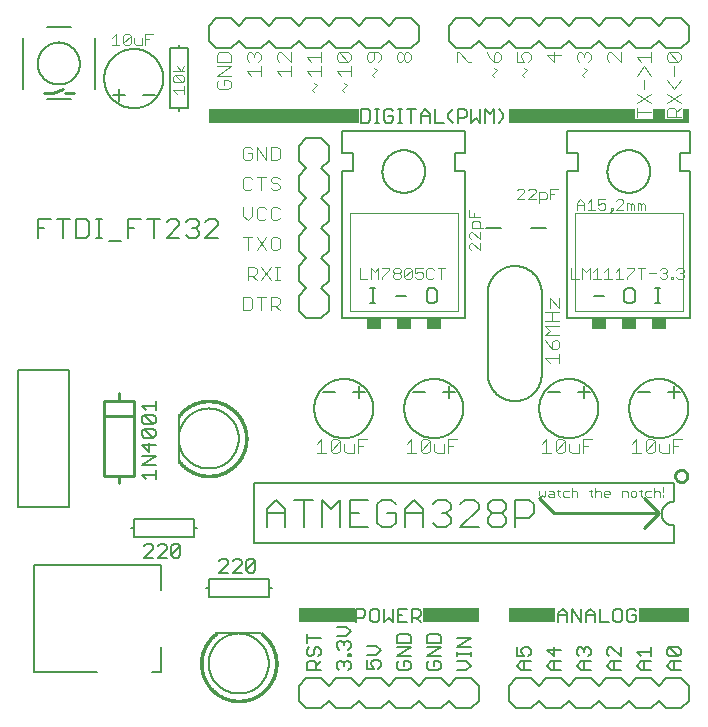
<source format=gto>
G75*
%MOIN*%
%OFA0B0*%
%FSLAX25Y25*%
%IPPOS*%
%LPD*%
%AMOC8*
5,1,8,0,0,1.08239X$1,22.5*
%
%ADD10C,0.00400*%
%ADD11C,0.01000*%
%ADD12C,0.00600*%
%ADD13C,0.00500*%
%ADD14C,0.00800*%
%ADD15R,0.50000X0.05000*%
%ADD16R,0.42000X0.05000*%
%ADD17R,0.02000X0.05000*%
%ADD18R,0.04000X0.05000*%
%ADD19R,0.06000X0.01500*%
%ADD20R,0.18500X0.05000*%
%ADD21R,0.15500X0.05000*%
%ADD22R,0.16500X0.05000*%
%ADD23C,0.00300*%
%ADD24C,0.00100*%
%ADD25C,0.00200*%
%ADD26R,0.05000X0.03500*%
D10*
X0184325Y0130200D02*
X0187395Y0130200D01*
X0185860Y0130200D02*
X0185860Y0134804D01*
X0184325Y0133269D01*
X0188929Y0134037D02*
X0188929Y0130967D01*
X0191999Y0134037D01*
X0191999Y0130967D01*
X0191231Y0130200D01*
X0189697Y0130200D01*
X0188929Y0130967D01*
X0188929Y0134037D02*
X0189697Y0134804D01*
X0191231Y0134804D01*
X0191999Y0134037D01*
X0193533Y0133269D02*
X0193533Y0130967D01*
X0194301Y0130200D01*
X0196603Y0130200D01*
X0196603Y0133269D01*
X0198137Y0132502D02*
X0199672Y0132502D01*
X0198137Y0134804D02*
X0201207Y0134804D01*
X0198137Y0134804D02*
X0198137Y0130200D01*
X0214325Y0130200D02*
X0217395Y0130200D01*
X0215860Y0130200D02*
X0215860Y0134804D01*
X0214325Y0133269D01*
X0218929Y0134037D02*
X0218929Y0130967D01*
X0221999Y0134037D01*
X0221999Y0130967D01*
X0221231Y0130200D01*
X0219697Y0130200D01*
X0218929Y0130967D01*
X0218929Y0134037D02*
X0219697Y0134804D01*
X0221231Y0134804D01*
X0221999Y0134037D01*
X0223533Y0133269D02*
X0223533Y0130967D01*
X0224301Y0130200D01*
X0226603Y0130200D01*
X0226603Y0133269D01*
X0228137Y0132502D02*
X0229672Y0132502D01*
X0228137Y0134804D02*
X0231207Y0134804D01*
X0228137Y0134804D02*
X0228137Y0130200D01*
X0259325Y0130200D02*
X0262395Y0130200D01*
X0260860Y0130200D02*
X0260860Y0134804D01*
X0259325Y0133269D01*
X0263929Y0134037D02*
X0263929Y0130967D01*
X0266999Y0134037D01*
X0266999Y0130967D01*
X0266231Y0130200D01*
X0264697Y0130200D01*
X0263929Y0130967D01*
X0263929Y0134037D02*
X0264697Y0134804D01*
X0266231Y0134804D01*
X0266999Y0134037D01*
X0268533Y0133269D02*
X0268533Y0130967D01*
X0269301Y0130200D01*
X0271603Y0130200D01*
X0271603Y0133269D01*
X0273137Y0132502D02*
X0274672Y0132502D01*
X0273137Y0134804D02*
X0276207Y0134804D01*
X0273137Y0134804D02*
X0273137Y0130200D01*
X0289325Y0130200D02*
X0292395Y0130200D01*
X0290860Y0130200D02*
X0290860Y0134804D01*
X0289325Y0133269D01*
X0293929Y0134037D02*
X0293929Y0130967D01*
X0296999Y0134037D01*
X0296999Y0130967D01*
X0296231Y0130200D01*
X0294697Y0130200D01*
X0293929Y0130967D01*
X0293929Y0134037D02*
X0294697Y0134804D01*
X0296231Y0134804D01*
X0296999Y0134037D01*
X0298533Y0133269D02*
X0298533Y0130967D01*
X0299301Y0130200D01*
X0301603Y0130200D01*
X0301603Y0133269D01*
X0303137Y0132502D02*
X0304672Y0132502D01*
X0303137Y0134804D02*
X0306207Y0134804D01*
X0303137Y0134804D02*
X0303137Y0130200D01*
X0265133Y0160190D02*
X0265133Y0163259D01*
X0265133Y0161725D02*
X0260529Y0161725D01*
X0262064Y0160190D01*
X0262831Y0164794D02*
X0262831Y0167096D01*
X0263599Y0167863D01*
X0264366Y0167863D01*
X0265133Y0167096D01*
X0265133Y0165561D01*
X0264366Y0164794D01*
X0262831Y0164794D01*
X0261297Y0166329D01*
X0260529Y0167863D01*
X0260529Y0169398D02*
X0262064Y0170933D01*
X0260529Y0172467D01*
X0265133Y0172467D01*
X0265133Y0174002D02*
X0260529Y0174002D01*
X0262831Y0174002D02*
X0262831Y0177071D01*
X0262064Y0178606D02*
X0262064Y0181675D01*
X0265133Y0178606D01*
X0265133Y0181675D01*
X0265133Y0177071D02*
X0260529Y0177071D01*
X0260529Y0169398D02*
X0265133Y0169398D01*
X0269197Y0188200D02*
X0271599Y0188200D01*
X0272880Y0188200D02*
X0272880Y0191803D01*
X0274081Y0190602D01*
X0275282Y0191803D01*
X0275282Y0188200D01*
X0276563Y0188200D02*
X0278965Y0188200D01*
X0277764Y0188200D02*
X0277764Y0191803D01*
X0276563Y0190602D01*
X0280246Y0190602D02*
X0281447Y0191803D01*
X0281447Y0188200D01*
X0280246Y0188200D02*
X0282648Y0188200D01*
X0283929Y0188200D02*
X0286331Y0188200D01*
X0285130Y0188200D02*
X0285130Y0191803D01*
X0283929Y0190602D01*
X0287613Y0191803D02*
X0290015Y0191803D01*
X0290015Y0191203D01*
X0287613Y0188801D01*
X0287613Y0188200D01*
X0292497Y0188200D02*
X0292497Y0191803D01*
X0291296Y0191803D02*
X0293698Y0191803D01*
X0294979Y0190002D02*
X0297381Y0190002D01*
X0298662Y0191203D02*
X0299262Y0191803D01*
X0300464Y0191803D01*
X0301064Y0191203D01*
X0301064Y0190602D01*
X0300464Y0190002D01*
X0301064Y0189401D01*
X0301064Y0188801D01*
X0300464Y0188200D01*
X0299262Y0188200D01*
X0298662Y0188801D01*
X0299863Y0190002D02*
X0300464Y0190002D01*
X0302345Y0188801D02*
X0302345Y0188200D01*
X0302946Y0188200D01*
X0302946Y0188801D01*
X0302345Y0188801D01*
X0304187Y0188801D02*
X0304787Y0188200D01*
X0305988Y0188200D01*
X0306589Y0188801D01*
X0306589Y0189401D01*
X0305988Y0190002D01*
X0305388Y0190002D01*
X0305988Y0190002D02*
X0306589Y0190602D01*
X0306589Y0191203D01*
X0305988Y0191803D01*
X0304787Y0191803D01*
X0304187Y0191203D01*
X0282974Y0211200D02*
X0281807Y0210032D01*
X0282390Y0211200D02*
X0282974Y0211200D01*
X0282974Y0211784D01*
X0282390Y0211784D01*
X0282390Y0211200D01*
X0284201Y0211200D02*
X0286536Y0213535D01*
X0286536Y0214119D01*
X0285952Y0214703D01*
X0284784Y0214703D01*
X0284201Y0214119D01*
X0284201Y0211200D02*
X0286536Y0211200D01*
X0287792Y0211200D02*
X0287792Y0213535D01*
X0288375Y0213535D01*
X0288959Y0212951D01*
X0289543Y0213535D01*
X0290127Y0212951D01*
X0290127Y0211200D01*
X0288959Y0211200D02*
X0288959Y0212951D01*
X0291383Y0213535D02*
X0291967Y0213535D01*
X0292550Y0212951D01*
X0293134Y0213535D01*
X0293718Y0212951D01*
X0293718Y0211200D01*
X0292550Y0211200D02*
X0292550Y0212951D01*
X0291383Y0213535D02*
X0291383Y0211200D01*
X0280551Y0211784D02*
X0279967Y0211200D01*
X0278799Y0211200D01*
X0278215Y0211784D01*
X0278215Y0212951D02*
X0279383Y0213535D01*
X0279967Y0213535D01*
X0280551Y0212951D01*
X0280551Y0211784D01*
X0278215Y0212951D02*
X0278215Y0214703D01*
X0280551Y0214703D01*
X0275792Y0214703D02*
X0275792Y0211200D01*
X0274624Y0211200D02*
X0276960Y0211200D01*
X0274624Y0213535D02*
X0275792Y0214703D01*
X0273369Y0213535D02*
X0273369Y0211200D01*
X0273369Y0212951D02*
X0271033Y0212951D01*
X0271033Y0213535D02*
X0272201Y0214703D01*
X0273369Y0213535D01*
X0271033Y0213535D02*
X0271033Y0211200D01*
X0263417Y0216502D02*
X0262216Y0216502D01*
X0260935Y0216502D02*
X0260935Y0215301D01*
X0260335Y0214700D01*
X0258533Y0214700D01*
X0258533Y0213499D02*
X0258533Y0217102D01*
X0260335Y0217102D01*
X0260935Y0216502D01*
X0262216Y0214700D02*
X0262216Y0218303D01*
X0264619Y0218303D01*
X0257252Y0217703D02*
X0256652Y0218303D01*
X0255451Y0218303D01*
X0254850Y0217703D01*
X0253569Y0217703D02*
X0252969Y0218303D01*
X0251768Y0218303D01*
X0251167Y0217703D01*
X0253569Y0217703D02*
X0253569Y0217102D01*
X0251167Y0214700D01*
X0253569Y0214700D01*
X0254850Y0214700D02*
X0257252Y0217102D01*
X0257252Y0217703D01*
X0257252Y0214700D02*
X0254850Y0214700D01*
X0238633Y0208883D02*
X0235030Y0208883D01*
X0235030Y0211285D01*
X0236832Y0210084D02*
X0236832Y0208883D01*
X0236832Y0207602D02*
X0236231Y0207002D01*
X0236231Y0205200D01*
X0239834Y0205200D01*
X0238633Y0205200D02*
X0238633Y0207002D01*
X0238033Y0207602D01*
X0236832Y0207602D01*
X0236231Y0203919D02*
X0235631Y0203919D01*
X0235030Y0203318D01*
X0235030Y0202117D01*
X0235631Y0201517D01*
X0235631Y0200236D02*
X0235030Y0199635D01*
X0235030Y0198434D01*
X0235631Y0197834D01*
X0235631Y0200236D02*
X0236231Y0200236D01*
X0238633Y0197834D01*
X0238633Y0200236D01*
X0238633Y0201517D02*
X0236231Y0203919D01*
X0238633Y0203919D02*
X0238633Y0201517D01*
X0226985Y0191803D02*
X0224583Y0191803D01*
X0225784Y0191803D02*
X0225784Y0188200D01*
X0223302Y0188801D02*
X0222701Y0188200D01*
X0221500Y0188200D01*
X0220900Y0188801D01*
X0220900Y0191203D01*
X0221500Y0191803D01*
X0222701Y0191803D01*
X0223302Y0191203D01*
X0219619Y0191803D02*
X0217216Y0191803D01*
X0217216Y0190002D01*
X0218417Y0190602D01*
X0219018Y0190602D01*
X0219619Y0190002D01*
X0219619Y0188801D01*
X0219018Y0188200D01*
X0217817Y0188200D01*
X0217216Y0188801D01*
X0215935Y0188801D02*
X0215335Y0188200D01*
X0214134Y0188200D01*
X0213533Y0188801D01*
X0215935Y0191203D01*
X0215935Y0188801D01*
X0215935Y0191203D02*
X0215335Y0191803D01*
X0214134Y0191803D01*
X0213533Y0191203D01*
X0213533Y0188801D01*
X0212252Y0188801D02*
X0211652Y0188200D01*
X0210451Y0188200D01*
X0209850Y0188801D01*
X0209850Y0189401D01*
X0210451Y0190002D01*
X0211652Y0190002D01*
X0212252Y0189401D01*
X0212252Y0188801D01*
X0211652Y0190002D02*
X0212252Y0190602D01*
X0212252Y0191203D01*
X0211652Y0191803D01*
X0210451Y0191803D01*
X0209850Y0191203D01*
X0209850Y0190602D01*
X0210451Y0190002D01*
X0208569Y0191203D02*
X0206167Y0188801D01*
X0206167Y0188200D01*
X0204886Y0188200D02*
X0204886Y0191803D01*
X0203685Y0190602D01*
X0202484Y0191803D01*
X0202484Y0188200D01*
X0201203Y0188200D02*
X0198801Y0188200D01*
X0198801Y0191803D01*
X0206167Y0191803D02*
X0208569Y0191803D01*
X0208569Y0191203D01*
X0171999Y0192304D02*
X0170464Y0192304D01*
X0171231Y0192304D02*
X0171231Y0187700D01*
X0170464Y0187700D02*
X0171999Y0187700D01*
X0168929Y0187700D02*
X0165860Y0192304D01*
X0164325Y0191537D02*
X0164325Y0190002D01*
X0163558Y0189235D01*
X0161256Y0189235D01*
X0162791Y0189235D02*
X0164325Y0187700D01*
X0165860Y0187700D02*
X0168929Y0192304D01*
X0164325Y0191537D02*
X0163558Y0192304D01*
X0161256Y0192304D01*
X0161256Y0187700D01*
X0162023Y0182304D02*
X0159722Y0182304D01*
X0159722Y0177700D01*
X0162023Y0177700D01*
X0162791Y0178467D01*
X0162791Y0181537D01*
X0162023Y0182304D01*
X0164325Y0182304D02*
X0167395Y0182304D01*
X0168929Y0182304D02*
X0168929Y0177700D01*
X0168929Y0179235D02*
X0171231Y0179235D01*
X0171999Y0180002D01*
X0171999Y0181537D01*
X0171231Y0182304D01*
X0168929Y0182304D01*
X0165860Y0182304D02*
X0165860Y0177700D01*
X0170464Y0179235D02*
X0171999Y0177700D01*
X0171231Y0197700D02*
X0171999Y0198467D01*
X0171999Y0201537D01*
X0171231Y0202304D01*
X0169697Y0202304D01*
X0168929Y0201537D01*
X0168929Y0198467D01*
X0169697Y0197700D01*
X0171231Y0197700D01*
X0167395Y0197700D02*
X0164325Y0202304D01*
X0162791Y0202304D02*
X0159722Y0202304D01*
X0161256Y0202304D02*
X0161256Y0197700D01*
X0164325Y0197700D02*
X0167395Y0202304D01*
X0166627Y0207700D02*
X0167395Y0208467D01*
X0166627Y0207700D02*
X0165093Y0207700D01*
X0164325Y0208467D01*
X0164325Y0211537D01*
X0165093Y0212304D01*
X0166627Y0212304D01*
X0167395Y0211537D01*
X0168929Y0211537D02*
X0168929Y0208467D01*
X0169697Y0207700D01*
X0171231Y0207700D01*
X0171999Y0208467D01*
X0171999Y0211537D02*
X0171231Y0212304D01*
X0169697Y0212304D01*
X0168929Y0211537D01*
X0162791Y0212304D02*
X0162791Y0209235D01*
X0161256Y0207700D01*
X0159722Y0209235D01*
X0159722Y0212304D01*
X0160489Y0217700D02*
X0162023Y0217700D01*
X0162791Y0218467D01*
X0160489Y0217700D02*
X0159722Y0218467D01*
X0159722Y0221537D01*
X0160489Y0222304D01*
X0162023Y0222304D01*
X0162791Y0221537D01*
X0164325Y0222304D02*
X0167395Y0222304D01*
X0165860Y0222304D02*
X0165860Y0217700D01*
X0168929Y0218467D02*
X0169697Y0217700D01*
X0171231Y0217700D01*
X0171999Y0218467D01*
X0171999Y0219235D01*
X0171231Y0220002D01*
X0169697Y0220002D01*
X0168929Y0220769D01*
X0168929Y0221537D01*
X0169697Y0222304D01*
X0171231Y0222304D01*
X0171999Y0221537D01*
X0171231Y0227700D02*
X0171999Y0228467D01*
X0171999Y0231537D01*
X0171231Y0232304D01*
X0168929Y0232304D01*
X0168929Y0227700D01*
X0171231Y0227700D01*
X0167395Y0227700D02*
X0167395Y0232304D01*
X0164325Y0232304D02*
X0167395Y0227700D01*
X0164325Y0227700D02*
X0164325Y0232304D01*
X0162791Y0231537D02*
X0162023Y0232304D01*
X0160489Y0232304D01*
X0159722Y0231537D01*
X0159722Y0228467D01*
X0160489Y0227700D01*
X0162023Y0227700D01*
X0162791Y0228467D01*
X0162791Y0230002D01*
X0161256Y0230002D01*
X0140133Y0249982D02*
X0140133Y0252384D01*
X0140133Y0251183D02*
X0136530Y0251183D01*
X0137731Y0249982D01*
X0137131Y0253665D02*
X0136530Y0254266D01*
X0136530Y0255467D01*
X0137131Y0256067D01*
X0139533Y0253665D01*
X0140133Y0254266D01*
X0140133Y0255467D01*
X0139533Y0256067D01*
X0137131Y0256067D01*
X0136530Y0257348D02*
X0140133Y0257348D01*
X0138932Y0257348D02*
X0137731Y0259150D01*
X0138932Y0257348D02*
X0140133Y0259150D01*
X0139533Y0253665D02*
X0137131Y0253665D01*
X0151029Y0253690D02*
X0151029Y0252156D01*
X0151797Y0251388D01*
X0154866Y0251388D01*
X0155633Y0252156D01*
X0155633Y0253690D01*
X0154866Y0254457D01*
X0153331Y0254457D01*
X0153331Y0252923D01*
X0151797Y0254457D02*
X0151029Y0253690D01*
X0151029Y0255992D02*
X0155633Y0259061D01*
X0151029Y0259061D01*
X0151029Y0260596D02*
X0151029Y0262898D01*
X0151797Y0263665D01*
X0154866Y0263665D01*
X0155633Y0262898D01*
X0155633Y0260596D01*
X0151029Y0260596D01*
X0151029Y0255992D02*
X0155633Y0255992D01*
X0161029Y0257527D02*
X0165633Y0257527D01*
X0165633Y0259061D02*
X0165633Y0255992D01*
X0162564Y0255992D02*
X0161029Y0257527D01*
X0161797Y0260596D02*
X0161029Y0261363D01*
X0161029Y0262898D01*
X0161797Y0263665D01*
X0162564Y0263665D01*
X0163331Y0262898D01*
X0164099Y0263665D01*
X0164866Y0263665D01*
X0165633Y0262898D01*
X0165633Y0261363D01*
X0164866Y0260596D01*
X0163331Y0262131D02*
X0163331Y0262898D01*
X0171029Y0262898D02*
X0171029Y0261363D01*
X0171797Y0260596D01*
X0171029Y0262898D02*
X0171797Y0263665D01*
X0172564Y0263665D01*
X0175633Y0260596D01*
X0175633Y0263665D01*
X0175633Y0259061D02*
X0175633Y0255992D01*
X0175633Y0257527D02*
X0171029Y0257527D01*
X0172564Y0255992D01*
X0181029Y0257527D02*
X0182564Y0255992D01*
X0181029Y0257527D02*
X0185633Y0257527D01*
X0185633Y0259061D02*
X0185633Y0255992D01*
X0183529Y0253467D02*
X0184297Y0252700D01*
X0182762Y0251165D01*
X0183529Y0250398D01*
X0192762Y0251165D02*
X0194297Y0252700D01*
X0193529Y0253467D01*
X0192762Y0251165D02*
X0193529Y0250398D01*
X0192564Y0255992D02*
X0191029Y0257527D01*
X0195633Y0257527D01*
X0195633Y0259061D02*
X0195633Y0255992D01*
X0194866Y0260596D02*
X0191797Y0260596D01*
X0191029Y0261363D01*
X0191029Y0262898D01*
X0191797Y0263665D01*
X0194866Y0260596D01*
X0195633Y0261363D01*
X0195633Y0262898D01*
X0194866Y0263665D01*
X0191797Y0263665D01*
X0185633Y0263665D02*
X0185633Y0260596D01*
X0185633Y0262131D02*
X0181029Y0262131D01*
X0182564Y0260596D01*
X0201029Y0261363D02*
X0201797Y0260596D01*
X0202564Y0260596D01*
X0203331Y0261363D01*
X0203331Y0263665D01*
X0201797Y0263665D02*
X0204866Y0263665D01*
X0205633Y0262898D01*
X0205633Y0261363D01*
X0204866Y0260596D01*
X0203529Y0258467D02*
X0204297Y0257700D01*
X0202762Y0256165D01*
X0203529Y0255398D01*
X0201029Y0261363D02*
X0201029Y0262898D01*
X0201797Y0263665D01*
X0211029Y0262898D02*
X0211029Y0261363D01*
X0211797Y0260596D01*
X0212564Y0260596D01*
X0213331Y0261363D01*
X0213331Y0262898D01*
X0214099Y0263665D01*
X0214866Y0263665D01*
X0215633Y0262898D01*
X0215633Y0261363D01*
X0214866Y0260596D01*
X0214099Y0260596D01*
X0213331Y0261363D01*
X0213331Y0262898D02*
X0212564Y0263665D01*
X0211797Y0263665D01*
X0211029Y0262898D01*
X0231029Y0263665D02*
X0231029Y0260596D01*
X0231029Y0263665D02*
X0231797Y0263665D01*
X0234866Y0260596D01*
X0235633Y0260596D01*
X0241029Y0263665D02*
X0241797Y0262131D01*
X0243331Y0260596D01*
X0243331Y0262898D01*
X0244099Y0263665D01*
X0244866Y0263665D01*
X0245633Y0262898D01*
X0245633Y0261363D01*
X0244866Y0260596D01*
X0243331Y0260596D01*
X0243529Y0258467D02*
X0244297Y0257700D01*
X0242762Y0256165D01*
X0243529Y0255398D01*
X0251029Y0260596D02*
X0253331Y0260596D01*
X0252564Y0262131D01*
X0252564Y0262898D01*
X0253331Y0263665D01*
X0254866Y0263665D01*
X0255633Y0262898D01*
X0255633Y0261363D01*
X0254866Y0260596D01*
X0253529Y0258467D02*
X0254297Y0257700D01*
X0252762Y0256165D01*
X0253529Y0255398D01*
X0251029Y0260596D02*
X0251029Y0263665D01*
X0261029Y0262898D02*
X0263331Y0260596D01*
X0263331Y0263665D01*
X0265633Y0262898D02*
X0261029Y0262898D01*
X0271029Y0262898D02*
X0271029Y0261363D01*
X0271797Y0260596D01*
X0273331Y0262131D02*
X0273331Y0262898D01*
X0274099Y0263665D01*
X0274866Y0263665D01*
X0275633Y0262898D01*
X0275633Y0261363D01*
X0274866Y0260596D01*
X0273529Y0258467D02*
X0274297Y0257700D01*
X0272762Y0256165D01*
X0273529Y0255398D01*
X0281029Y0261363D02*
X0281797Y0260596D01*
X0281029Y0261363D02*
X0281029Y0262898D01*
X0281797Y0263665D01*
X0282564Y0263665D01*
X0285633Y0260596D01*
X0285633Y0263665D01*
X0291029Y0262131D02*
X0295633Y0262131D01*
X0295633Y0263665D02*
X0295633Y0260596D01*
X0293331Y0259061D02*
X0295633Y0255992D01*
X0293331Y0254457D02*
X0293331Y0251388D01*
X0291029Y0249854D02*
X0295633Y0246784D01*
X0295633Y0243715D02*
X0291029Y0243715D01*
X0291029Y0242180D02*
X0291029Y0245250D01*
X0291029Y0246784D02*
X0295633Y0249854D01*
X0301029Y0249854D02*
X0305633Y0246784D01*
X0305633Y0245250D02*
X0304099Y0243715D01*
X0304099Y0244482D02*
X0304099Y0242180D01*
X0305633Y0242180D02*
X0301029Y0242180D01*
X0301029Y0244482D01*
X0301797Y0245250D01*
X0303331Y0245250D01*
X0304099Y0244482D01*
X0301029Y0246784D02*
X0305633Y0249854D01*
X0303331Y0251388D02*
X0305633Y0254457D01*
X0303331Y0255992D02*
X0303331Y0259061D01*
X0301797Y0260596D02*
X0301029Y0261363D01*
X0301029Y0262898D01*
X0301797Y0263665D01*
X0304866Y0260596D01*
X0305633Y0261363D01*
X0305633Y0262898D01*
X0304866Y0263665D01*
X0301797Y0263665D01*
X0301797Y0260596D02*
X0304866Y0260596D01*
X0301029Y0254457D02*
X0303331Y0251388D01*
X0293331Y0259061D02*
X0291029Y0255992D01*
X0292564Y0260596D02*
X0291029Y0262131D01*
X0273331Y0262898D02*
X0272564Y0263665D01*
X0271797Y0263665D01*
X0271029Y0262898D01*
X0269197Y0191803D02*
X0269197Y0188200D01*
X0129619Y0269803D02*
X0127216Y0269803D01*
X0127216Y0266200D01*
X0125935Y0266200D02*
X0125935Y0268602D01*
X0127216Y0268002D02*
X0128417Y0268002D01*
X0125935Y0266200D02*
X0124134Y0266200D01*
X0123533Y0266801D01*
X0123533Y0268602D01*
X0122252Y0269203D02*
X0119850Y0266801D01*
X0120451Y0266200D01*
X0121652Y0266200D01*
X0122252Y0266801D01*
X0122252Y0269203D01*
X0121652Y0269803D01*
X0120451Y0269803D01*
X0119850Y0269203D01*
X0119850Y0266801D01*
X0118569Y0266200D02*
X0116167Y0266200D01*
X0117368Y0266200D02*
X0117368Y0269803D01*
X0116167Y0268602D01*
D11*
X0099833Y0251500D02*
X0096333Y0250000D01*
X0093333Y0250000D01*
X0100333Y0250000D02*
X0103333Y0250000D01*
X0118333Y0150000D02*
X0118333Y0147500D01*
X0113333Y0147500D01*
X0113333Y0142500D01*
X0123333Y0142500D01*
X0123333Y0147500D01*
X0118333Y0147500D01*
X0113333Y0142500D02*
X0113333Y0122500D01*
X0118333Y0122500D01*
X0118333Y0120000D01*
X0118333Y0122500D02*
X0123333Y0122500D01*
X0123333Y0142500D01*
X0258333Y0115000D02*
X0263333Y0110000D01*
X0298333Y0110000D01*
X0293333Y0105000D01*
X0298333Y0110000D02*
X0293333Y0115000D01*
X0303833Y0122500D02*
X0303835Y0122589D01*
X0303841Y0122678D01*
X0303851Y0122767D01*
X0303865Y0122855D01*
X0303882Y0122942D01*
X0303904Y0123028D01*
X0303930Y0123114D01*
X0303959Y0123198D01*
X0303992Y0123281D01*
X0304028Y0123362D01*
X0304069Y0123442D01*
X0304112Y0123519D01*
X0304159Y0123595D01*
X0304210Y0123668D01*
X0304263Y0123739D01*
X0304320Y0123808D01*
X0304380Y0123874D01*
X0304443Y0123938D01*
X0304508Y0123998D01*
X0304576Y0124056D01*
X0304647Y0124110D01*
X0304720Y0124161D01*
X0304795Y0124209D01*
X0304872Y0124254D01*
X0304951Y0124295D01*
X0305032Y0124332D01*
X0305114Y0124366D01*
X0305198Y0124397D01*
X0305283Y0124423D01*
X0305369Y0124446D01*
X0305456Y0124464D01*
X0305544Y0124479D01*
X0305633Y0124490D01*
X0305722Y0124497D01*
X0305811Y0124500D01*
X0305900Y0124499D01*
X0305989Y0124494D01*
X0306077Y0124485D01*
X0306166Y0124472D01*
X0306253Y0124455D01*
X0306340Y0124435D01*
X0306426Y0124410D01*
X0306510Y0124382D01*
X0306593Y0124350D01*
X0306675Y0124314D01*
X0306755Y0124275D01*
X0306833Y0124232D01*
X0306909Y0124186D01*
X0306983Y0124136D01*
X0307055Y0124083D01*
X0307124Y0124027D01*
X0307191Y0123968D01*
X0307255Y0123906D01*
X0307316Y0123842D01*
X0307375Y0123774D01*
X0307430Y0123704D01*
X0307482Y0123632D01*
X0307531Y0123557D01*
X0307576Y0123481D01*
X0307618Y0123402D01*
X0307656Y0123322D01*
X0307691Y0123240D01*
X0307722Y0123156D01*
X0307750Y0123071D01*
X0307773Y0122985D01*
X0307793Y0122898D01*
X0307809Y0122811D01*
X0307821Y0122722D01*
X0307829Y0122634D01*
X0307833Y0122545D01*
X0307833Y0122455D01*
X0307829Y0122366D01*
X0307821Y0122278D01*
X0307809Y0122189D01*
X0307793Y0122102D01*
X0307773Y0122015D01*
X0307750Y0121929D01*
X0307722Y0121844D01*
X0307691Y0121760D01*
X0307656Y0121678D01*
X0307618Y0121598D01*
X0307576Y0121519D01*
X0307531Y0121443D01*
X0307482Y0121368D01*
X0307430Y0121296D01*
X0307375Y0121226D01*
X0307316Y0121158D01*
X0307255Y0121094D01*
X0307191Y0121032D01*
X0307124Y0120973D01*
X0307055Y0120917D01*
X0306983Y0120864D01*
X0306909Y0120814D01*
X0306833Y0120768D01*
X0306755Y0120725D01*
X0306675Y0120686D01*
X0306593Y0120650D01*
X0306510Y0120618D01*
X0306426Y0120590D01*
X0306340Y0120565D01*
X0306253Y0120545D01*
X0306166Y0120528D01*
X0306077Y0120515D01*
X0305989Y0120506D01*
X0305900Y0120501D01*
X0305811Y0120500D01*
X0305722Y0120503D01*
X0305633Y0120510D01*
X0305544Y0120521D01*
X0305456Y0120536D01*
X0305369Y0120554D01*
X0305283Y0120577D01*
X0305198Y0120603D01*
X0305114Y0120634D01*
X0305032Y0120668D01*
X0304951Y0120705D01*
X0304872Y0120746D01*
X0304795Y0120791D01*
X0304720Y0120839D01*
X0304647Y0120890D01*
X0304576Y0120944D01*
X0304508Y0121002D01*
X0304443Y0121062D01*
X0304380Y0121126D01*
X0304320Y0121192D01*
X0304263Y0121261D01*
X0304210Y0121332D01*
X0304159Y0121405D01*
X0304112Y0121481D01*
X0304069Y0121558D01*
X0304028Y0121638D01*
X0303992Y0121719D01*
X0303959Y0121802D01*
X0303930Y0121886D01*
X0303904Y0121972D01*
X0303882Y0122058D01*
X0303865Y0122145D01*
X0303851Y0122233D01*
X0303841Y0122322D01*
X0303835Y0122411D01*
X0303833Y0122500D01*
D12*
X0308833Y0175000D02*
X0267833Y0175000D01*
X0267833Y0224000D01*
X0271333Y0224000D01*
X0271333Y0230000D01*
X0267833Y0230000D01*
X0267833Y0237500D01*
X0308833Y0237500D01*
X0308833Y0230000D01*
X0305333Y0230000D01*
X0305333Y0224000D01*
X0308833Y0224000D01*
X0308833Y0175000D01*
X0298895Y0180000D02*
X0297227Y0180000D01*
X0298061Y0180000D02*
X0298061Y0185004D01*
X0297227Y0185004D02*
X0298895Y0185004D01*
X0290251Y0184170D02*
X0290251Y0180834D01*
X0289417Y0180000D01*
X0287749Y0180000D01*
X0286915Y0180834D01*
X0286915Y0184170D01*
X0287749Y0185004D01*
X0289417Y0185004D01*
X0290251Y0184170D01*
X0279938Y0182502D02*
X0276602Y0182502D01*
X0233833Y0175000D02*
X0233833Y0224000D01*
X0230333Y0224000D01*
X0230333Y0230000D01*
X0233833Y0230000D01*
X0233833Y0237500D01*
X0192833Y0237500D01*
X0192833Y0230000D01*
X0196333Y0230000D01*
X0196333Y0224000D01*
X0192833Y0224000D01*
X0192833Y0175000D01*
X0233833Y0175000D01*
X0224345Y0180834D02*
X0224345Y0184170D01*
X0223511Y0185004D01*
X0221843Y0185004D01*
X0221009Y0184170D01*
X0221009Y0180834D01*
X0221843Y0180000D01*
X0223511Y0180000D01*
X0224345Y0180834D01*
X0214032Y0182502D02*
X0210696Y0182502D01*
X0203770Y0180000D02*
X0202102Y0180000D01*
X0202936Y0180000D02*
X0202936Y0185004D01*
X0202102Y0185004D02*
X0203770Y0185004D01*
X0151458Y0201800D02*
X0147188Y0201800D01*
X0151458Y0206070D01*
X0151458Y0207138D01*
X0150390Y0208205D01*
X0148255Y0208205D01*
X0147188Y0207138D01*
X0145013Y0207138D02*
X0145013Y0206070D01*
X0143945Y0205003D01*
X0145013Y0203935D01*
X0145013Y0202868D01*
X0143945Y0201800D01*
X0141810Y0201800D01*
X0140742Y0202868D01*
X0138567Y0201800D02*
X0134297Y0201800D01*
X0138567Y0206070D01*
X0138567Y0207138D01*
X0137499Y0208205D01*
X0135364Y0208205D01*
X0134297Y0207138D01*
X0132122Y0208205D02*
X0127851Y0208205D01*
X0129986Y0208205D02*
X0129986Y0201800D01*
X0123541Y0205003D02*
X0121406Y0205003D01*
X0121406Y0208205D02*
X0121406Y0201800D01*
X0119231Y0200732D02*
X0114960Y0200732D01*
X0112798Y0201800D02*
X0110663Y0201800D01*
X0111731Y0201800D02*
X0111731Y0208205D01*
X0112798Y0208205D02*
X0110663Y0208205D01*
X0108488Y0207138D02*
X0107420Y0208205D01*
X0104218Y0208205D01*
X0104218Y0201800D01*
X0107420Y0201800D01*
X0108488Y0202868D01*
X0108488Y0207138D01*
X0102043Y0208205D02*
X0097772Y0208205D01*
X0099907Y0208205D02*
X0099907Y0201800D01*
X0093462Y0205003D02*
X0091327Y0205003D01*
X0091327Y0208205D02*
X0091327Y0201800D01*
X0091327Y0208205D02*
X0095597Y0208205D01*
X0121406Y0208205D02*
X0125676Y0208205D01*
X0140742Y0207138D02*
X0141810Y0208205D01*
X0143945Y0208205D01*
X0145013Y0207138D01*
X0143945Y0205003D02*
X0142877Y0205003D01*
X0206233Y0224000D02*
X0206235Y0224174D01*
X0206242Y0224348D01*
X0206252Y0224522D01*
X0206267Y0224696D01*
X0206286Y0224869D01*
X0206310Y0225042D01*
X0206338Y0225214D01*
X0206369Y0225385D01*
X0206406Y0225556D01*
X0206446Y0225725D01*
X0206490Y0225894D01*
X0206539Y0226061D01*
X0206591Y0226227D01*
X0206648Y0226392D01*
X0206709Y0226555D01*
X0206773Y0226717D01*
X0206842Y0226877D01*
X0206915Y0227036D01*
X0206991Y0227192D01*
X0207071Y0227347D01*
X0207155Y0227500D01*
X0207243Y0227650D01*
X0207335Y0227798D01*
X0207430Y0227945D01*
X0207528Y0228088D01*
X0207630Y0228229D01*
X0207736Y0228368D01*
X0207845Y0228504D01*
X0207957Y0228638D01*
X0208072Y0228768D01*
X0208191Y0228896D01*
X0208313Y0229020D01*
X0208437Y0229142D01*
X0208565Y0229261D01*
X0208695Y0229376D01*
X0208829Y0229488D01*
X0208965Y0229597D01*
X0209104Y0229703D01*
X0209245Y0229805D01*
X0209388Y0229903D01*
X0209535Y0229998D01*
X0209683Y0230090D01*
X0209833Y0230178D01*
X0209986Y0230262D01*
X0210141Y0230342D01*
X0210297Y0230418D01*
X0210456Y0230491D01*
X0210616Y0230560D01*
X0210778Y0230624D01*
X0210941Y0230685D01*
X0211106Y0230742D01*
X0211272Y0230794D01*
X0211439Y0230843D01*
X0211608Y0230887D01*
X0211777Y0230927D01*
X0211948Y0230964D01*
X0212119Y0230995D01*
X0212291Y0231023D01*
X0212464Y0231047D01*
X0212637Y0231066D01*
X0212811Y0231081D01*
X0212985Y0231091D01*
X0213159Y0231098D01*
X0213333Y0231100D01*
X0213507Y0231098D01*
X0213681Y0231091D01*
X0213855Y0231081D01*
X0214029Y0231066D01*
X0214202Y0231047D01*
X0214375Y0231023D01*
X0214547Y0230995D01*
X0214718Y0230964D01*
X0214889Y0230927D01*
X0215058Y0230887D01*
X0215227Y0230843D01*
X0215394Y0230794D01*
X0215560Y0230742D01*
X0215725Y0230685D01*
X0215888Y0230624D01*
X0216050Y0230560D01*
X0216210Y0230491D01*
X0216369Y0230418D01*
X0216525Y0230342D01*
X0216680Y0230262D01*
X0216833Y0230178D01*
X0216983Y0230090D01*
X0217131Y0229998D01*
X0217278Y0229903D01*
X0217421Y0229805D01*
X0217562Y0229703D01*
X0217701Y0229597D01*
X0217837Y0229488D01*
X0217971Y0229376D01*
X0218101Y0229261D01*
X0218229Y0229142D01*
X0218353Y0229020D01*
X0218475Y0228896D01*
X0218594Y0228768D01*
X0218709Y0228638D01*
X0218821Y0228504D01*
X0218930Y0228368D01*
X0219036Y0228229D01*
X0219138Y0228088D01*
X0219236Y0227945D01*
X0219331Y0227798D01*
X0219423Y0227650D01*
X0219511Y0227500D01*
X0219595Y0227347D01*
X0219675Y0227192D01*
X0219751Y0227036D01*
X0219824Y0226877D01*
X0219893Y0226717D01*
X0219957Y0226555D01*
X0220018Y0226392D01*
X0220075Y0226227D01*
X0220127Y0226061D01*
X0220176Y0225894D01*
X0220220Y0225725D01*
X0220260Y0225556D01*
X0220297Y0225385D01*
X0220328Y0225214D01*
X0220356Y0225042D01*
X0220380Y0224869D01*
X0220399Y0224696D01*
X0220414Y0224522D01*
X0220424Y0224348D01*
X0220431Y0224174D01*
X0220433Y0224000D01*
X0220431Y0223826D01*
X0220424Y0223652D01*
X0220414Y0223478D01*
X0220399Y0223304D01*
X0220380Y0223131D01*
X0220356Y0222958D01*
X0220328Y0222786D01*
X0220297Y0222615D01*
X0220260Y0222444D01*
X0220220Y0222275D01*
X0220176Y0222106D01*
X0220127Y0221939D01*
X0220075Y0221773D01*
X0220018Y0221608D01*
X0219957Y0221445D01*
X0219893Y0221283D01*
X0219824Y0221123D01*
X0219751Y0220964D01*
X0219675Y0220808D01*
X0219595Y0220653D01*
X0219511Y0220500D01*
X0219423Y0220350D01*
X0219331Y0220202D01*
X0219236Y0220055D01*
X0219138Y0219912D01*
X0219036Y0219771D01*
X0218930Y0219632D01*
X0218821Y0219496D01*
X0218709Y0219362D01*
X0218594Y0219232D01*
X0218475Y0219104D01*
X0218353Y0218980D01*
X0218229Y0218858D01*
X0218101Y0218739D01*
X0217971Y0218624D01*
X0217837Y0218512D01*
X0217701Y0218403D01*
X0217562Y0218297D01*
X0217421Y0218195D01*
X0217278Y0218097D01*
X0217131Y0218002D01*
X0216983Y0217910D01*
X0216833Y0217822D01*
X0216680Y0217738D01*
X0216525Y0217658D01*
X0216369Y0217582D01*
X0216210Y0217509D01*
X0216050Y0217440D01*
X0215888Y0217376D01*
X0215725Y0217315D01*
X0215560Y0217258D01*
X0215394Y0217206D01*
X0215227Y0217157D01*
X0215058Y0217113D01*
X0214889Y0217073D01*
X0214718Y0217036D01*
X0214547Y0217005D01*
X0214375Y0216977D01*
X0214202Y0216953D01*
X0214029Y0216934D01*
X0213855Y0216919D01*
X0213681Y0216909D01*
X0213507Y0216902D01*
X0213333Y0216900D01*
X0213159Y0216902D01*
X0212985Y0216909D01*
X0212811Y0216919D01*
X0212637Y0216934D01*
X0212464Y0216953D01*
X0212291Y0216977D01*
X0212119Y0217005D01*
X0211948Y0217036D01*
X0211777Y0217073D01*
X0211608Y0217113D01*
X0211439Y0217157D01*
X0211272Y0217206D01*
X0211106Y0217258D01*
X0210941Y0217315D01*
X0210778Y0217376D01*
X0210616Y0217440D01*
X0210456Y0217509D01*
X0210297Y0217582D01*
X0210141Y0217658D01*
X0209986Y0217738D01*
X0209833Y0217822D01*
X0209683Y0217910D01*
X0209535Y0218002D01*
X0209388Y0218097D01*
X0209245Y0218195D01*
X0209104Y0218297D01*
X0208965Y0218403D01*
X0208829Y0218512D01*
X0208695Y0218624D01*
X0208565Y0218739D01*
X0208437Y0218858D01*
X0208313Y0218980D01*
X0208191Y0219104D01*
X0208072Y0219232D01*
X0207957Y0219362D01*
X0207845Y0219496D01*
X0207736Y0219632D01*
X0207630Y0219771D01*
X0207528Y0219912D01*
X0207430Y0220055D01*
X0207335Y0220202D01*
X0207243Y0220350D01*
X0207155Y0220500D01*
X0207071Y0220653D01*
X0206991Y0220808D01*
X0206915Y0220964D01*
X0206842Y0221123D01*
X0206773Y0221283D01*
X0206709Y0221445D01*
X0206648Y0221608D01*
X0206591Y0221773D01*
X0206539Y0221939D01*
X0206490Y0222106D01*
X0206446Y0222275D01*
X0206406Y0222444D01*
X0206369Y0222615D01*
X0206338Y0222786D01*
X0206310Y0222958D01*
X0206286Y0223131D01*
X0206267Y0223304D01*
X0206252Y0223478D01*
X0206242Y0223652D01*
X0206235Y0223826D01*
X0206233Y0224000D01*
X0281233Y0224000D02*
X0281235Y0224174D01*
X0281242Y0224348D01*
X0281252Y0224522D01*
X0281267Y0224696D01*
X0281286Y0224869D01*
X0281310Y0225042D01*
X0281338Y0225214D01*
X0281369Y0225385D01*
X0281406Y0225556D01*
X0281446Y0225725D01*
X0281490Y0225894D01*
X0281539Y0226061D01*
X0281591Y0226227D01*
X0281648Y0226392D01*
X0281709Y0226555D01*
X0281773Y0226717D01*
X0281842Y0226877D01*
X0281915Y0227036D01*
X0281991Y0227192D01*
X0282071Y0227347D01*
X0282155Y0227500D01*
X0282243Y0227650D01*
X0282335Y0227798D01*
X0282430Y0227945D01*
X0282528Y0228088D01*
X0282630Y0228229D01*
X0282736Y0228368D01*
X0282845Y0228504D01*
X0282957Y0228638D01*
X0283072Y0228768D01*
X0283191Y0228896D01*
X0283313Y0229020D01*
X0283437Y0229142D01*
X0283565Y0229261D01*
X0283695Y0229376D01*
X0283829Y0229488D01*
X0283965Y0229597D01*
X0284104Y0229703D01*
X0284245Y0229805D01*
X0284388Y0229903D01*
X0284535Y0229998D01*
X0284683Y0230090D01*
X0284833Y0230178D01*
X0284986Y0230262D01*
X0285141Y0230342D01*
X0285297Y0230418D01*
X0285456Y0230491D01*
X0285616Y0230560D01*
X0285778Y0230624D01*
X0285941Y0230685D01*
X0286106Y0230742D01*
X0286272Y0230794D01*
X0286439Y0230843D01*
X0286608Y0230887D01*
X0286777Y0230927D01*
X0286948Y0230964D01*
X0287119Y0230995D01*
X0287291Y0231023D01*
X0287464Y0231047D01*
X0287637Y0231066D01*
X0287811Y0231081D01*
X0287985Y0231091D01*
X0288159Y0231098D01*
X0288333Y0231100D01*
X0288507Y0231098D01*
X0288681Y0231091D01*
X0288855Y0231081D01*
X0289029Y0231066D01*
X0289202Y0231047D01*
X0289375Y0231023D01*
X0289547Y0230995D01*
X0289718Y0230964D01*
X0289889Y0230927D01*
X0290058Y0230887D01*
X0290227Y0230843D01*
X0290394Y0230794D01*
X0290560Y0230742D01*
X0290725Y0230685D01*
X0290888Y0230624D01*
X0291050Y0230560D01*
X0291210Y0230491D01*
X0291369Y0230418D01*
X0291525Y0230342D01*
X0291680Y0230262D01*
X0291833Y0230178D01*
X0291983Y0230090D01*
X0292131Y0229998D01*
X0292278Y0229903D01*
X0292421Y0229805D01*
X0292562Y0229703D01*
X0292701Y0229597D01*
X0292837Y0229488D01*
X0292971Y0229376D01*
X0293101Y0229261D01*
X0293229Y0229142D01*
X0293353Y0229020D01*
X0293475Y0228896D01*
X0293594Y0228768D01*
X0293709Y0228638D01*
X0293821Y0228504D01*
X0293930Y0228368D01*
X0294036Y0228229D01*
X0294138Y0228088D01*
X0294236Y0227945D01*
X0294331Y0227798D01*
X0294423Y0227650D01*
X0294511Y0227500D01*
X0294595Y0227347D01*
X0294675Y0227192D01*
X0294751Y0227036D01*
X0294824Y0226877D01*
X0294893Y0226717D01*
X0294957Y0226555D01*
X0295018Y0226392D01*
X0295075Y0226227D01*
X0295127Y0226061D01*
X0295176Y0225894D01*
X0295220Y0225725D01*
X0295260Y0225556D01*
X0295297Y0225385D01*
X0295328Y0225214D01*
X0295356Y0225042D01*
X0295380Y0224869D01*
X0295399Y0224696D01*
X0295414Y0224522D01*
X0295424Y0224348D01*
X0295431Y0224174D01*
X0295433Y0224000D01*
X0295431Y0223826D01*
X0295424Y0223652D01*
X0295414Y0223478D01*
X0295399Y0223304D01*
X0295380Y0223131D01*
X0295356Y0222958D01*
X0295328Y0222786D01*
X0295297Y0222615D01*
X0295260Y0222444D01*
X0295220Y0222275D01*
X0295176Y0222106D01*
X0295127Y0221939D01*
X0295075Y0221773D01*
X0295018Y0221608D01*
X0294957Y0221445D01*
X0294893Y0221283D01*
X0294824Y0221123D01*
X0294751Y0220964D01*
X0294675Y0220808D01*
X0294595Y0220653D01*
X0294511Y0220500D01*
X0294423Y0220350D01*
X0294331Y0220202D01*
X0294236Y0220055D01*
X0294138Y0219912D01*
X0294036Y0219771D01*
X0293930Y0219632D01*
X0293821Y0219496D01*
X0293709Y0219362D01*
X0293594Y0219232D01*
X0293475Y0219104D01*
X0293353Y0218980D01*
X0293229Y0218858D01*
X0293101Y0218739D01*
X0292971Y0218624D01*
X0292837Y0218512D01*
X0292701Y0218403D01*
X0292562Y0218297D01*
X0292421Y0218195D01*
X0292278Y0218097D01*
X0292131Y0218002D01*
X0291983Y0217910D01*
X0291833Y0217822D01*
X0291680Y0217738D01*
X0291525Y0217658D01*
X0291369Y0217582D01*
X0291210Y0217509D01*
X0291050Y0217440D01*
X0290888Y0217376D01*
X0290725Y0217315D01*
X0290560Y0217258D01*
X0290394Y0217206D01*
X0290227Y0217157D01*
X0290058Y0217113D01*
X0289889Y0217073D01*
X0289718Y0217036D01*
X0289547Y0217005D01*
X0289375Y0216977D01*
X0289202Y0216953D01*
X0289029Y0216934D01*
X0288855Y0216919D01*
X0288681Y0216909D01*
X0288507Y0216902D01*
X0288333Y0216900D01*
X0288159Y0216902D01*
X0287985Y0216909D01*
X0287811Y0216919D01*
X0287637Y0216934D01*
X0287464Y0216953D01*
X0287291Y0216977D01*
X0287119Y0217005D01*
X0286948Y0217036D01*
X0286777Y0217073D01*
X0286608Y0217113D01*
X0286439Y0217157D01*
X0286272Y0217206D01*
X0286106Y0217258D01*
X0285941Y0217315D01*
X0285778Y0217376D01*
X0285616Y0217440D01*
X0285456Y0217509D01*
X0285297Y0217582D01*
X0285141Y0217658D01*
X0284986Y0217738D01*
X0284833Y0217822D01*
X0284683Y0217910D01*
X0284535Y0218002D01*
X0284388Y0218097D01*
X0284245Y0218195D01*
X0284104Y0218297D01*
X0283965Y0218403D01*
X0283829Y0218512D01*
X0283695Y0218624D01*
X0283565Y0218739D01*
X0283437Y0218858D01*
X0283313Y0218980D01*
X0283191Y0219104D01*
X0283072Y0219232D01*
X0282957Y0219362D01*
X0282845Y0219496D01*
X0282736Y0219632D01*
X0282630Y0219771D01*
X0282528Y0219912D01*
X0282430Y0220055D01*
X0282335Y0220202D01*
X0282243Y0220350D01*
X0282155Y0220500D01*
X0282071Y0220653D01*
X0281991Y0220808D01*
X0281915Y0220964D01*
X0281842Y0221123D01*
X0281773Y0221283D01*
X0281709Y0221445D01*
X0281648Y0221608D01*
X0281591Y0221773D01*
X0281539Y0221939D01*
X0281490Y0222106D01*
X0281446Y0222275D01*
X0281406Y0222444D01*
X0281369Y0222615D01*
X0281338Y0222786D01*
X0281310Y0222958D01*
X0281286Y0223131D01*
X0281267Y0223304D01*
X0281252Y0223478D01*
X0281242Y0223652D01*
X0281235Y0223826D01*
X0281233Y0224000D01*
X0138333Y0135000D02*
X0138336Y0135245D01*
X0138345Y0135491D01*
X0138360Y0135736D01*
X0138381Y0135980D01*
X0138408Y0136224D01*
X0138441Y0136467D01*
X0138480Y0136710D01*
X0138525Y0136951D01*
X0138576Y0137191D01*
X0138633Y0137430D01*
X0138695Y0137667D01*
X0138764Y0137903D01*
X0138838Y0138137D01*
X0138918Y0138369D01*
X0139003Y0138599D01*
X0139094Y0138827D01*
X0139191Y0139052D01*
X0139293Y0139276D01*
X0139401Y0139496D01*
X0139514Y0139714D01*
X0139632Y0139929D01*
X0139756Y0140141D01*
X0139884Y0140350D01*
X0140018Y0140556D01*
X0140157Y0140758D01*
X0140301Y0140957D01*
X0140450Y0141152D01*
X0140603Y0141344D01*
X0140761Y0141532D01*
X0140923Y0141716D01*
X0141091Y0141895D01*
X0141262Y0142071D01*
X0141438Y0142242D01*
X0141617Y0142410D01*
X0141801Y0142572D01*
X0141989Y0142730D01*
X0142181Y0142883D01*
X0142376Y0143032D01*
X0142575Y0143176D01*
X0142777Y0143315D01*
X0142983Y0143449D01*
X0143192Y0143577D01*
X0143404Y0143701D01*
X0143619Y0143819D01*
X0143837Y0143932D01*
X0144057Y0144040D01*
X0144281Y0144142D01*
X0144506Y0144239D01*
X0144734Y0144330D01*
X0144964Y0144415D01*
X0145196Y0144495D01*
X0145430Y0144569D01*
X0145666Y0144638D01*
X0145903Y0144700D01*
X0146142Y0144757D01*
X0146382Y0144808D01*
X0146623Y0144853D01*
X0146866Y0144892D01*
X0147109Y0144925D01*
X0147353Y0144952D01*
X0147597Y0144973D01*
X0147842Y0144988D01*
X0148088Y0144997D01*
X0148333Y0145000D01*
X0148578Y0144997D01*
X0148824Y0144988D01*
X0149069Y0144973D01*
X0149313Y0144952D01*
X0149557Y0144925D01*
X0149800Y0144892D01*
X0150043Y0144853D01*
X0150284Y0144808D01*
X0150524Y0144757D01*
X0150763Y0144700D01*
X0151000Y0144638D01*
X0151236Y0144569D01*
X0151470Y0144495D01*
X0151702Y0144415D01*
X0151932Y0144330D01*
X0152160Y0144239D01*
X0152385Y0144142D01*
X0152609Y0144040D01*
X0152829Y0143932D01*
X0153047Y0143819D01*
X0153262Y0143701D01*
X0153474Y0143577D01*
X0153683Y0143449D01*
X0153889Y0143315D01*
X0154091Y0143176D01*
X0154290Y0143032D01*
X0154485Y0142883D01*
X0154677Y0142730D01*
X0154865Y0142572D01*
X0155049Y0142410D01*
X0155228Y0142242D01*
X0155404Y0142071D01*
X0155575Y0141895D01*
X0155743Y0141716D01*
X0155905Y0141532D01*
X0156063Y0141344D01*
X0156216Y0141152D01*
X0156365Y0140957D01*
X0156509Y0140758D01*
X0156648Y0140556D01*
X0156782Y0140350D01*
X0156910Y0140141D01*
X0157034Y0139929D01*
X0157152Y0139714D01*
X0157265Y0139496D01*
X0157373Y0139276D01*
X0157475Y0139052D01*
X0157572Y0138827D01*
X0157663Y0138599D01*
X0157748Y0138369D01*
X0157828Y0138137D01*
X0157902Y0137903D01*
X0157971Y0137667D01*
X0158033Y0137430D01*
X0158090Y0137191D01*
X0158141Y0136951D01*
X0158186Y0136710D01*
X0158225Y0136467D01*
X0158258Y0136224D01*
X0158285Y0135980D01*
X0158306Y0135736D01*
X0158321Y0135491D01*
X0158330Y0135245D01*
X0158333Y0135000D01*
X0158330Y0134755D01*
X0158321Y0134509D01*
X0158306Y0134264D01*
X0158285Y0134020D01*
X0158258Y0133776D01*
X0158225Y0133533D01*
X0158186Y0133290D01*
X0158141Y0133049D01*
X0158090Y0132809D01*
X0158033Y0132570D01*
X0157971Y0132333D01*
X0157902Y0132097D01*
X0157828Y0131863D01*
X0157748Y0131631D01*
X0157663Y0131401D01*
X0157572Y0131173D01*
X0157475Y0130948D01*
X0157373Y0130724D01*
X0157265Y0130504D01*
X0157152Y0130286D01*
X0157034Y0130071D01*
X0156910Y0129859D01*
X0156782Y0129650D01*
X0156648Y0129444D01*
X0156509Y0129242D01*
X0156365Y0129043D01*
X0156216Y0128848D01*
X0156063Y0128656D01*
X0155905Y0128468D01*
X0155743Y0128284D01*
X0155575Y0128105D01*
X0155404Y0127929D01*
X0155228Y0127758D01*
X0155049Y0127590D01*
X0154865Y0127428D01*
X0154677Y0127270D01*
X0154485Y0127117D01*
X0154290Y0126968D01*
X0154091Y0126824D01*
X0153889Y0126685D01*
X0153683Y0126551D01*
X0153474Y0126423D01*
X0153262Y0126299D01*
X0153047Y0126181D01*
X0152829Y0126068D01*
X0152609Y0125960D01*
X0152385Y0125858D01*
X0152160Y0125761D01*
X0151932Y0125670D01*
X0151702Y0125585D01*
X0151470Y0125505D01*
X0151236Y0125431D01*
X0151000Y0125362D01*
X0150763Y0125300D01*
X0150524Y0125243D01*
X0150284Y0125192D01*
X0150043Y0125147D01*
X0149800Y0125108D01*
X0149557Y0125075D01*
X0149313Y0125048D01*
X0149069Y0125027D01*
X0148824Y0125012D01*
X0148578Y0125003D01*
X0148333Y0125000D01*
X0148088Y0125003D01*
X0147842Y0125012D01*
X0147597Y0125027D01*
X0147353Y0125048D01*
X0147109Y0125075D01*
X0146866Y0125108D01*
X0146623Y0125147D01*
X0146382Y0125192D01*
X0146142Y0125243D01*
X0145903Y0125300D01*
X0145666Y0125362D01*
X0145430Y0125431D01*
X0145196Y0125505D01*
X0144964Y0125585D01*
X0144734Y0125670D01*
X0144506Y0125761D01*
X0144281Y0125858D01*
X0144057Y0125960D01*
X0143837Y0126068D01*
X0143619Y0126181D01*
X0143404Y0126299D01*
X0143192Y0126423D01*
X0142983Y0126551D01*
X0142777Y0126685D01*
X0142575Y0126824D01*
X0142376Y0126968D01*
X0142181Y0127117D01*
X0141989Y0127270D01*
X0141801Y0127428D01*
X0141617Y0127590D01*
X0141438Y0127758D01*
X0141262Y0127929D01*
X0141091Y0128105D01*
X0140923Y0128284D01*
X0140761Y0128468D01*
X0140603Y0128656D01*
X0140450Y0128848D01*
X0140301Y0129043D01*
X0140157Y0129242D01*
X0140018Y0129444D01*
X0139884Y0129650D01*
X0139756Y0129859D01*
X0139632Y0130071D01*
X0139514Y0130286D01*
X0139401Y0130504D01*
X0139293Y0130724D01*
X0139191Y0130948D01*
X0139094Y0131173D01*
X0139003Y0131401D01*
X0138918Y0131631D01*
X0138838Y0131863D01*
X0138764Y0132097D01*
X0138695Y0132333D01*
X0138633Y0132570D01*
X0138576Y0132809D01*
X0138525Y0133049D01*
X0138480Y0133290D01*
X0138441Y0133533D01*
X0138408Y0133776D01*
X0138381Y0134020D01*
X0138360Y0134264D01*
X0138345Y0134509D01*
X0138336Y0134755D01*
X0138333Y0135000D01*
X0148333Y0060000D02*
X0148336Y0060245D01*
X0148345Y0060491D01*
X0148360Y0060736D01*
X0148381Y0060980D01*
X0148408Y0061224D01*
X0148441Y0061467D01*
X0148480Y0061710D01*
X0148525Y0061951D01*
X0148576Y0062191D01*
X0148633Y0062430D01*
X0148695Y0062667D01*
X0148764Y0062903D01*
X0148838Y0063137D01*
X0148918Y0063369D01*
X0149003Y0063599D01*
X0149094Y0063827D01*
X0149191Y0064052D01*
X0149293Y0064276D01*
X0149401Y0064496D01*
X0149514Y0064714D01*
X0149632Y0064929D01*
X0149756Y0065141D01*
X0149884Y0065350D01*
X0150018Y0065556D01*
X0150157Y0065758D01*
X0150301Y0065957D01*
X0150450Y0066152D01*
X0150603Y0066344D01*
X0150761Y0066532D01*
X0150923Y0066716D01*
X0151091Y0066895D01*
X0151262Y0067071D01*
X0151438Y0067242D01*
X0151617Y0067410D01*
X0151801Y0067572D01*
X0151989Y0067730D01*
X0152181Y0067883D01*
X0152376Y0068032D01*
X0152575Y0068176D01*
X0152777Y0068315D01*
X0152983Y0068449D01*
X0153192Y0068577D01*
X0153404Y0068701D01*
X0153619Y0068819D01*
X0153837Y0068932D01*
X0154057Y0069040D01*
X0154281Y0069142D01*
X0154506Y0069239D01*
X0154734Y0069330D01*
X0154964Y0069415D01*
X0155196Y0069495D01*
X0155430Y0069569D01*
X0155666Y0069638D01*
X0155903Y0069700D01*
X0156142Y0069757D01*
X0156382Y0069808D01*
X0156623Y0069853D01*
X0156866Y0069892D01*
X0157109Y0069925D01*
X0157353Y0069952D01*
X0157597Y0069973D01*
X0157842Y0069988D01*
X0158088Y0069997D01*
X0158333Y0070000D01*
X0158578Y0069997D01*
X0158824Y0069988D01*
X0159069Y0069973D01*
X0159313Y0069952D01*
X0159557Y0069925D01*
X0159800Y0069892D01*
X0160043Y0069853D01*
X0160284Y0069808D01*
X0160524Y0069757D01*
X0160763Y0069700D01*
X0161000Y0069638D01*
X0161236Y0069569D01*
X0161470Y0069495D01*
X0161702Y0069415D01*
X0161932Y0069330D01*
X0162160Y0069239D01*
X0162385Y0069142D01*
X0162609Y0069040D01*
X0162829Y0068932D01*
X0163047Y0068819D01*
X0163262Y0068701D01*
X0163474Y0068577D01*
X0163683Y0068449D01*
X0163889Y0068315D01*
X0164091Y0068176D01*
X0164290Y0068032D01*
X0164485Y0067883D01*
X0164677Y0067730D01*
X0164865Y0067572D01*
X0165049Y0067410D01*
X0165228Y0067242D01*
X0165404Y0067071D01*
X0165575Y0066895D01*
X0165743Y0066716D01*
X0165905Y0066532D01*
X0166063Y0066344D01*
X0166216Y0066152D01*
X0166365Y0065957D01*
X0166509Y0065758D01*
X0166648Y0065556D01*
X0166782Y0065350D01*
X0166910Y0065141D01*
X0167034Y0064929D01*
X0167152Y0064714D01*
X0167265Y0064496D01*
X0167373Y0064276D01*
X0167475Y0064052D01*
X0167572Y0063827D01*
X0167663Y0063599D01*
X0167748Y0063369D01*
X0167828Y0063137D01*
X0167902Y0062903D01*
X0167971Y0062667D01*
X0168033Y0062430D01*
X0168090Y0062191D01*
X0168141Y0061951D01*
X0168186Y0061710D01*
X0168225Y0061467D01*
X0168258Y0061224D01*
X0168285Y0060980D01*
X0168306Y0060736D01*
X0168321Y0060491D01*
X0168330Y0060245D01*
X0168333Y0060000D01*
X0168330Y0059755D01*
X0168321Y0059509D01*
X0168306Y0059264D01*
X0168285Y0059020D01*
X0168258Y0058776D01*
X0168225Y0058533D01*
X0168186Y0058290D01*
X0168141Y0058049D01*
X0168090Y0057809D01*
X0168033Y0057570D01*
X0167971Y0057333D01*
X0167902Y0057097D01*
X0167828Y0056863D01*
X0167748Y0056631D01*
X0167663Y0056401D01*
X0167572Y0056173D01*
X0167475Y0055948D01*
X0167373Y0055724D01*
X0167265Y0055504D01*
X0167152Y0055286D01*
X0167034Y0055071D01*
X0166910Y0054859D01*
X0166782Y0054650D01*
X0166648Y0054444D01*
X0166509Y0054242D01*
X0166365Y0054043D01*
X0166216Y0053848D01*
X0166063Y0053656D01*
X0165905Y0053468D01*
X0165743Y0053284D01*
X0165575Y0053105D01*
X0165404Y0052929D01*
X0165228Y0052758D01*
X0165049Y0052590D01*
X0164865Y0052428D01*
X0164677Y0052270D01*
X0164485Y0052117D01*
X0164290Y0051968D01*
X0164091Y0051824D01*
X0163889Y0051685D01*
X0163683Y0051551D01*
X0163474Y0051423D01*
X0163262Y0051299D01*
X0163047Y0051181D01*
X0162829Y0051068D01*
X0162609Y0050960D01*
X0162385Y0050858D01*
X0162160Y0050761D01*
X0161932Y0050670D01*
X0161702Y0050585D01*
X0161470Y0050505D01*
X0161236Y0050431D01*
X0161000Y0050362D01*
X0160763Y0050300D01*
X0160524Y0050243D01*
X0160284Y0050192D01*
X0160043Y0050147D01*
X0159800Y0050108D01*
X0159557Y0050075D01*
X0159313Y0050048D01*
X0159069Y0050027D01*
X0158824Y0050012D01*
X0158578Y0050003D01*
X0158333Y0050000D01*
X0158088Y0050003D01*
X0157842Y0050012D01*
X0157597Y0050027D01*
X0157353Y0050048D01*
X0157109Y0050075D01*
X0156866Y0050108D01*
X0156623Y0050147D01*
X0156382Y0050192D01*
X0156142Y0050243D01*
X0155903Y0050300D01*
X0155666Y0050362D01*
X0155430Y0050431D01*
X0155196Y0050505D01*
X0154964Y0050585D01*
X0154734Y0050670D01*
X0154506Y0050761D01*
X0154281Y0050858D01*
X0154057Y0050960D01*
X0153837Y0051068D01*
X0153619Y0051181D01*
X0153404Y0051299D01*
X0153192Y0051423D01*
X0152983Y0051551D01*
X0152777Y0051685D01*
X0152575Y0051824D01*
X0152376Y0051968D01*
X0152181Y0052117D01*
X0151989Y0052270D01*
X0151801Y0052428D01*
X0151617Y0052590D01*
X0151438Y0052758D01*
X0151262Y0052929D01*
X0151091Y0053105D01*
X0150923Y0053284D01*
X0150761Y0053468D01*
X0150603Y0053656D01*
X0150450Y0053848D01*
X0150301Y0054043D01*
X0150157Y0054242D01*
X0150018Y0054444D01*
X0149884Y0054650D01*
X0149756Y0054859D01*
X0149632Y0055071D01*
X0149514Y0055286D01*
X0149401Y0055504D01*
X0149293Y0055724D01*
X0149191Y0055948D01*
X0149094Y0056173D01*
X0149003Y0056401D01*
X0148918Y0056631D01*
X0148838Y0056863D01*
X0148764Y0057097D01*
X0148695Y0057333D01*
X0148633Y0057570D01*
X0148576Y0057809D01*
X0148525Y0058049D01*
X0148480Y0058290D01*
X0148441Y0058533D01*
X0148408Y0058776D01*
X0148381Y0059020D01*
X0148360Y0059264D01*
X0148345Y0059509D01*
X0148336Y0059755D01*
X0148333Y0060000D01*
D13*
X0181079Y0060002D02*
X0181079Y0057750D01*
X0185583Y0057750D01*
X0184082Y0057750D02*
X0184082Y0060002D01*
X0183331Y0060753D01*
X0181830Y0060753D01*
X0181079Y0060002D01*
X0181830Y0062354D02*
X0182581Y0062354D01*
X0183331Y0063105D01*
X0183331Y0064606D01*
X0184082Y0065356D01*
X0184833Y0065356D01*
X0185583Y0064606D01*
X0185583Y0063105D01*
X0184833Y0062354D01*
X0185583Y0060753D02*
X0184082Y0059251D01*
X0181830Y0062354D02*
X0181079Y0063105D01*
X0181079Y0064606D01*
X0181830Y0065356D01*
X0181079Y0066958D02*
X0181079Y0069960D01*
X0181079Y0068459D02*
X0185583Y0068459D01*
X0191079Y0069260D02*
X0194082Y0069260D01*
X0195583Y0070761D01*
X0194082Y0072262D01*
X0191079Y0072262D01*
X0191830Y0067658D02*
X0192581Y0067658D01*
X0193331Y0066908D01*
X0194082Y0067658D01*
X0194833Y0067658D01*
X0195583Y0066908D01*
X0195583Y0065407D01*
X0194833Y0064656D01*
X0194833Y0063105D02*
X0195583Y0063105D01*
X0195583Y0062354D01*
X0194833Y0062354D01*
X0194833Y0063105D01*
X0194833Y0060753D02*
X0195583Y0060002D01*
X0195583Y0058501D01*
X0194833Y0057750D01*
X0193331Y0059251D02*
X0193331Y0060002D01*
X0194082Y0060753D01*
X0194833Y0060753D01*
X0193331Y0060002D02*
X0192581Y0060753D01*
X0191830Y0060753D01*
X0191079Y0060002D01*
X0191079Y0058501D01*
X0191830Y0057750D01*
X0191830Y0064656D02*
X0191079Y0065407D01*
X0191079Y0066908D01*
X0191830Y0067658D01*
X0193331Y0066908D02*
X0193331Y0066157D01*
X0201079Y0065856D02*
X0204082Y0065856D01*
X0205583Y0064355D01*
X0204082Y0062854D01*
X0201079Y0062854D01*
X0201079Y0061253D02*
X0201079Y0058250D01*
X0203331Y0058250D01*
X0202581Y0059751D01*
X0202581Y0060502D01*
X0203331Y0061253D01*
X0204833Y0061253D01*
X0205583Y0060502D01*
X0205583Y0059001D01*
X0204833Y0058250D01*
X0211079Y0058501D02*
X0211830Y0057750D01*
X0214833Y0057750D01*
X0215583Y0058501D01*
X0215583Y0060002D01*
X0214833Y0060753D01*
X0213331Y0060753D01*
X0213331Y0059251D01*
X0211830Y0060753D02*
X0211079Y0060002D01*
X0211079Y0058501D01*
X0211079Y0062354D02*
X0215583Y0065356D01*
X0211079Y0065356D01*
X0211079Y0066958D02*
X0211079Y0069210D01*
X0211830Y0069960D01*
X0214833Y0069960D01*
X0215583Y0069210D01*
X0215583Y0066958D01*
X0211079Y0066958D01*
X0211079Y0062354D02*
X0215583Y0062354D01*
X0221079Y0062354D02*
X0225583Y0065356D01*
X0221079Y0065356D01*
X0221079Y0066958D02*
X0221079Y0069210D01*
X0221830Y0069960D01*
X0224833Y0069960D01*
X0225583Y0069210D01*
X0225583Y0066958D01*
X0221079Y0066958D01*
X0221079Y0062354D02*
X0225583Y0062354D01*
X0224833Y0060753D02*
X0223331Y0060753D01*
X0223331Y0059251D01*
X0221830Y0057750D02*
X0224833Y0057750D01*
X0225583Y0058501D01*
X0225583Y0060002D01*
X0224833Y0060753D01*
X0221830Y0060753D02*
X0221079Y0060002D01*
X0221079Y0058501D01*
X0221830Y0057750D01*
X0231079Y0057750D02*
X0234082Y0057750D01*
X0235583Y0059251D01*
X0234082Y0060753D01*
X0231079Y0060753D01*
X0231079Y0062354D02*
X0231079Y0063855D01*
X0231079Y0063105D02*
X0235583Y0063105D01*
X0235583Y0063855D02*
X0235583Y0062354D01*
X0235583Y0065423D02*
X0231079Y0065423D01*
X0235583Y0068426D01*
X0231079Y0068426D01*
X0218992Y0073750D02*
X0217490Y0075251D01*
X0218241Y0075251D02*
X0215989Y0075251D01*
X0215989Y0073750D02*
X0215989Y0078254D01*
X0218241Y0078254D01*
X0218992Y0077503D01*
X0218992Y0076002D01*
X0218241Y0075251D01*
X0214388Y0073750D02*
X0211385Y0073750D01*
X0211385Y0078254D01*
X0214388Y0078254D01*
X0212887Y0076002D02*
X0211385Y0076002D01*
X0209784Y0073750D02*
X0209784Y0078254D01*
X0206781Y0078254D02*
X0206781Y0073750D01*
X0208283Y0075251D01*
X0209784Y0073750D01*
X0205180Y0074501D02*
X0205180Y0077503D01*
X0204429Y0078254D01*
X0202928Y0078254D01*
X0202177Y0077503D01*
X0202177Y0074501D01*
X0202928Y0073750D01*
X0204429Y0073750D01*
X0205180Y0074501D01*
X0200576Y0076002D02*
X0200576Y0077503D01*
X0199825Y0078254D01*
X0197573Y0078254D01*
X0197573Y0073750D01*
X0197573Y0075251D02*
X0199825Y0075251D01*
X0200576Y0076002D01*
X0163888Y0091001D02*
X0163137Y0090250D01*
X0161636Y0090250D01*
X0160885Y0091001D01*
X0163888Y0094003D01*
X0163888Y0091001D01*
X0163888Y0094003D02*
X0163137Y0094754D01*
X0161636Y0094754D01*
X0160885Y0094003D01*
X0160885Y0091001D01*
X0159284Y0090250D02*
X0156281Y0090250D01*
X0159284Y0093253D01*
X0159284Y0094003D01*
X0158533Y0094754D01*
X0157032Y0094754D01*
X0156281Y0094003D01*
X0154680Y0094003D02*
X0153929Y0094754D01*
X0152428Y0094754D01*
X0151677Y0094003D01*
X0154680Y0094003D02*
X0154680Y0093253D01*
X0151677Y0090250D01*
X0154680Y0090250D01*
X0138888Y0096001D02*
X0138888Y0099003D01*
X0135885Y0096001D01*
X0136636Y0095250D01*
X0138137Y0095250D01*
X0138888Y0096001D01*
X0138888Y0099003D02*
X0138137Y0099754D01*
X0136636Y0099754D01*
X0135885Y0099003D01*
X0135885Y0096001D01*
X0134284Y0095250D02*
X0131281Y0095250D01*
X0134284Y0098253D01*
X0134284Y0099003D01*
X0133533Y0099754D01*
X0132032Y0099754D01*
X0131281Y0099003D01*
X0129680Y0099003D02*
X0128929Y0099754D01*
X0127428Y0099754D01*
X0126677Y0099003D01*
X0129680Y0099003D02*
X0129680Y0098253D01*
X0126677Y0095250D01*
X0129680Y0095250D01*
X0130583Y0121438D02*
X0130583Y0124441D01*
X0130583Y0122939D02*
X0126079Y0122939D01*
X0127581Y0121438D01*
X0126079Y0126042D02*
X0130583Y0129045D01*
X0126079Y0129045D01*
X0128331Y0130646D02*
X0128331Y0133649D01*
X0126830Y0135250D02*
X0126079Y0136001D01*
X0126079Y0137502D01*
X0126830Y0138253D01*
X0129833Y0135250D01*
X0130583Y0136001D01*
X0130583Y0137502D01*
X0129833Y0138253D01*
X0126830Y0138253D01*
X0126830Y0139854D02*
X0126079Y0140605D01*
X0126079Y0142106D01*
X0126830Y0142856D01*
X0129833Y0139854D01*
X0130583Y0140605D01*
X0130583Y0142106D01*
X0129833Y0142856D01*
X0126830Y0142856D01*
X0127581Y0144458D02*
X0126079Y0145959D01*
X0130583Y0145959D01*
X0130583Y0144458D02*
X0130583Y0147460D01*
X0129833Y0139854D02*
X0126830Y0139854D01*
X0126830Y0135250D02*
X0129833Y0135250D01*
X0130583Y0132898D02*
X0126079Y0132898D01*
X0128331Y0130646D01*
X0130583Y0126042D02*
X0126079Y0126042D01*
X0251079Y0065356D02*
X0251079Y0062354D01*
X0253331Y0062354D01*
X0252581Y0063855D01*
X0252581Y0064606D01*
X0253331Y0065356D01*
X0254833Y0065356D01*
X0255583Y0064606D01*
X0255583Y0063105D01*
X0254833Y0062354D01*
X0255583Y0060753D02*
X0252581Y0060753D01*
X0251079Y0059251D01*
X0252581Y0057750D01*
X0255583Y0057750D01*
X0253331Y0057750D02*
X0253331Y0060753D01*
X0261079Y0059251D02*
X0262581Y0060753D01*
X0265583Y0060753D01*
X0263331Y0060753D02*
X0263331Y0057750D01*
X0262581Y0057750D02*
X0261079Y0059251D01*
X0262581Y0057750D02*
X0265583Y0057750D01*
X0263331Y0062354D02*
X0261079Y0064606D01*
X0265583Y0064606D01*
X0263331Y0065356D02*
X0263331Y0062354D01*
X0271079Y0063105D02*
X0271079Y0064606D01*
X0271830Y0065356D01*
X0272581Y0065356D01*
X0273331Y0064606D01*
X0274082Y0065356D01*
X0274833Y0065356D01*
X0275583Y0064606D01*
X0275583Y0063105D01*
X0274833Y0062354D01*
X0275583Y0060753D02*
X0272581Y0060753D01*
X0271079Y0059251D01*
X0272581Y0057750D01*
X0275583Y0057750D01*
X0273331Y0057750D02*
X0273331Y0060753D01*
X0271830Y0062354D02*
X0271079Y0063105D01*
X0273331Y0063855D02*
X0273331Y0064606D01*
X0281079Y0064606D02*
X0281079Y0063105D01*
X0281830Y0062354D01*
X0282581Y0060753D02*
X0285583Y0060753D01*
X0285583Y0062354D02*
X0282581Y0065356D01*
X0281830Y0065356D01*
X0281079Y0064606D01*
X0282581Y0060753D02*
X0281079Y0059251D01*
X0282581Y0057750D01*
X0285583Y0057750D01*
X0283331Y0057750D02*
X0283331Y0060753D01*
X0285583Y0062354D02*
X0285583Y0065356D01*
X0291079Y0063855D02*
X0295583Y0063855D01*
X0295583Y0062354D02*
X0295583Y0065356D01*
X0292581Y0062354D02*
X0291079Y0063855D01*
X0292581Y0060753D02*
X0291079Y0059251D01*
X0292581Y0057750D01*
X0295583Y0057750D01*
X0293331Y0057750D02*
X0293331Y0060753D01*
X0292581Y0060753D02*
X0295583Y0060753D01*
X0301079Y0059251D02*
X0302581Y0057750D01*
X0305583Y0057750D01*
X0303331Y0057750D02*
X0303331Y0060753D01*
X0302581Y0060753D02*
X0305583Y0060753D01*
X0304833Y0062354D02*
X0301830Y0065356D01*
X0304833Y0065356D01*
X0305583Y0064606D01*
X0305583Y0063105D01*
X0304833Y0062354D01*
X0301830Y0062354D01*
X0301079Y0063105D01*
X0301079Y0064606D01*
X0301830Y0065356D01*
X0302581Y0060753D02*
X0301079Y0059251D01*
X0290043Y0073750D02*
X0290794Y0074501D01*
X0290794Y0076002D01*
X0289292Y0076002D01*
X0287791Y0077503D02*
X0287791Y0074501D01*
X0288542Y0073750D01*
X0290043Y0073750D01*
X0290794Y0077503D02*
X0290043Y0078254D01*
X0288542Y0078254D01*
X0287791Y0077503D01*
X0286190Y0077503D02*
X0285439Y0078254D01*
X0283938Y0078254D01*
X0283187Y0077503D01*
X0283187Y0074501D01*
X0283938Y0073750D01*
X0285439Y0073750D01*
X0286190Y0074501D01*
X0286190Y0077503D01*
X0281586Y0073750D02*
X0278583Y0073750D01*
X0278583Y0078254D01*
X0276982Y0076753D02*
X0276982Y0073750D01*
X0276982Y0076002D02*
X0273979Y0076002D01*
X0273979Y0076753D02*
X0273979Y0073750D01*
X0272378Y0073750D02*
X0272378Y0078254D01*
X0273979Y0076753D02*
X0275481Y0078254D01*
X0276982Y0076753D01*
X0272378Y0073750D02*
X0269375Y0078254D01*
X0269375Y0073750D01*
X0267774Y0073750D02*
X0267774Y0076753D01*
X0266273Y0078254D01*
X0264772Y0076753D01*
X0264772Y0073750D01*
X0264772Y0076002D02*
X0267774Y0076002D01*
X0245068Y0240250D02*
X0246570Y0241751D01*
X0246570Y0243253D01*
X0245068Y0244754D01*
X0243467Y0244754D02*
X0243467Y0240250D01*
X0240464Y0240250D02*
X0240464Y0244754D01*
X0241966Y0243253D01*
X0243467Y0244754D01*
X0238863Y0244754D02*
X0238863Y0240250D01*
X0237362Y0241751D01*
X0235860Y0240250D01*
X0235860Y0244754D01*
X0234259Y0244003D02*
X0234259Y0242502D01*
X0233508Y0241751D01*
X0231256Y0241751D01*
X0231256Y0240250D02*
X0231256Y0244754D01*
X0233508Y0244754D01*
X0234259Y0244003D01*
X0229688Y0244754D02*
X0228187Y0243253D01*
X0228187Y0241751D01*
X0229688Y0240250D01*
X0226586Y0240250D02*
X0223583Y0240250D01*
X0223583Y0244754D01*
X0221982Y0243253D02*
X0221982Y0240250D01*
X0221982Y0242502D02*
X0218979Y0242502D01*
X0218979Y0243253D02*
X0220481Y0244754D01*
X0221982Y0243253D01*
X0218979Y0243253D02*
X0218979Y0240250D01*
X0215877Y0240250D02*
X0215877Y0244754D01*
X0217378Y0244754D02*
X0214375Y0244754D01*
X0212807Y0244754D02*
X0211306Y0244754D01*
X0212057Y0244754D02*
X0212057Y0240250D01*
X0212807Y0240250D02*
X0211306Y0240250D01*
X0209705Y0241001D02*
X0209705Y0242502D01*
X0208203Y0242502D01*
X0206702Y0244003D02*
X0206702Y0241001D01*
X0207453Y0240250D01*
X0208954Y0240250D01*
X0209705Y0241001D01*
X0209705Y0244003D02*
X0208954Y0244754D01*
X0207453Y0244754D01*
X0206702Y0244003D01*
X0205134Y0244754D02*
X0203633Y0244754D01*
X0204384Y0244754D02*
X0204384Y0240250D01*
X0205134Y0240250D02*
X0203633Y0240250D01*
X0202032Y0241001D02*
X0202032Y0244003D01*
X0201281Y0244754D01*
X0199029Y0244754D01*
X0199029Y0240250D01*
X0201281Y0240250D01*
X0202032Y0241001D01*
D14*
X0090144Y0092717D02*
X0090144Y0057283D01*
X0111010Y0057283D01*
X0129514Y0057283D02*
X0132270Y0057283D01*
X0132270Y0065551D01*
X0150833Y0070000D02*
X0165833Y0070000D01*
X0168333Y0082000D02*
X0148333Y0082000D01*
X0148333Y0085000D01*
X0147333Y0085000D01*
X0148333Y0085000D02*
X0148333Y0088000D01*
X0168333Y0088000D01*
X0168333Y0085000D01*
X0169333Y0085000D01*
X0168333Y0085000D02*
X0168333Y0082000D01*
X0163333Y0100000D02*
X0163333Y0120000D01*
X0303333Y0120000D01*
X0303333Y0114000D01*
X0303207Y0113998D01*
X0303082Y0113992D01*
X0302957Y0113982D01*
X0302832Y0113968D01*
X0302707Y0113951D01*
X0302583Y0113929D01*
X0302460Y0113904D01*
X0302338Y0113874D01*
X0302217Y0113841D01*
X0302097Y0113804D01*
X0301978Y0113764D01*
X0301861Y0113719D01*
X0301744Y0113671D01*
X0301630Y0113619D01*
X0301517Y0113564D01*
X0301406Y0113505D01*
X0301297Y0113443D01*
X0301190Y0113377D01*
X0301085Y0113308D01*
X0300982Y0113236D01*
X0300881Y0113161D01*
X0300783Y0113082D01*
X0300688Y0113000D01*
X0300595Y0112916D01*
X0300505Y0112828D01*
X0300417Y0112738D01*
X0300333Y0112645D01*
X0300251Y0112550D01*
X0300172Y0112452D01*
X0300097Y0112351D01*
X0300025Y0112248D01*
X0299956Y0112143D01*
X0299890Y0112036D01*
X0299828Y0111927D01*
X0299769Y0111816D01*
X0299714Y0111703D01*
X0299662Y0111589D01*
X0299614Y0111472D01*
X0299569Y0111355D01*
X0299529Y0111236D01*
X0299492Y0111116D01*
X0299459Y0110995D01*
X0299429Y0110873D01*
X0299404Y0110750D01*
X0299382Y0110626D01*
X0299365Y0110501D01*
X0299351Y0110376D01*
X0299341Y0110251D01*
X0299335Y0110126D01*
X0299333Y0110000D01*
X0299335Y0109874D01*
X0299341Y0109749D01*
X0299351Y0109624D01*
X0299365Y0109499D01*
X0299382Y0109374D01*
X0299404Y0109250D01*
X0299429Y0109127D01*
X0299459Y0109005D01*
X0299492Y0108884D01*
X0299529Y0108764D01*
X0299569Y0108645D01*
X0299614Y0108528D01*
X0299662Y0108411D01*
X0299714Y0108297D01*
X0299769Y0108184D01*
X0299828Y0108073D01*
X0299890Y0107964D01*
X0299956Y0107857D01*
X0300025Y0107752D01*
X0300097Y0107649D01*
X0300172Y0107548D01*
X0300251Y0107450D01*
X0300333Y0107355D01*
X0300417Y0107262D01*
X0300505Y0107172D01*
X0300595Y0107084D01*
X0300688Y0107000D01*
X0300783Y0106918D01*
X0300881Y0106839D01*
X0300982Y0106764D01*
X0301085Y0106692D01*
X0301190Y0106623D01*
X0301297Y0106557D01*
X0301406Y0106495D01*
X0301517Y0106436D01*
X0301630Y0106381D01*
X0301744Y0106329D01*
X0301861Y0106281D01*
X0301978Y0106236D01*
X0302097Y0106196D01*
X0302217Y0106159D01*
X0302338Y0106126D01*
X0302460Y0106096D01*
X0302583Y0106071D01*
X0302707Y0106049D01*
X0302832Y0106032D01*
X0302957Y0106018D01*
X0303082Y0106008D01*
X0303207Y0106002D01*
X0303333Y0106000D01*
X0303333Y0100000D01*
X0163333Y0100000D01*
X0167694Y0105400D02*
X0167694Y0111539D01*
X0170763Y0114608D01*
X0173833Y0111539D01*
X0173833Y0105400D01*
X0179971Y0105400D02*
X0179971Y0114608D01*
X0176902Y0114608D02*
X0183040Y0114608D01*
X0186110Y0114608D02*
X0189179Y0111539D01*
X0192248Y0114608D01*
X0192248Y0105400D01*
X0195318Y0105400D02*
X0201456Y0105400D01*
X0204525Y0106935D02*
X0206060Y0105400D01*
X0209129Y0105400D01*
X0210664Y0106935D01*
X0210664Y0110004D01*
X0207595Y0110004D01*
X0210664Y0113073D02*
X0209129Y0114608D01*
X0206060Y0114608D01*
X0204525Y0113073D01*
X0204525Y0106935D01*
X0198387Y0110004D02*
X0195318Y0110004D01*
X0195318Y0114608D02*
X0195318Y0105400D01*
X0186110Y0105400D02*
X0186110Y0114608D01*
X0195318Y0114608D02*
X0201456Y0114608D01*
X0213733Y0111539D02*
X0213733Y0105400D01*
X0213733Y0110004D02*
X0219872Y0110004D01*
X0219872Y0111539D02*
X0219872Y0105400D01*
X0222941Y0106935D02*
X0224476Y0105400D01*
X0227545Y0105400D01*
X0229080Y0106935D01*
X0229080Y0108469D01*
X0227545Y0110004D01*
X0226010Y0110004D01*
X0227545Y0110004D02*
X0229080Y0111539D01*
X0229080Y0113073D01*
X0227545Y0114608D01*
X0224476Y0114608D01*
X0222941Y0113073D01*
X0219872Y0111539D02*
X0216803Y0114608D01*
X0213733Y0111539D01*
X0232149Y0113073D02*
X0233684Y0114608D01*
X0236753Y0114608D01*
X0238288Y0113073D01*
X0238288Y0111539D01*
X0232149Y0105400D01*
X0238288Y0105400D01*
X0241357Y0106935D02*
X0241357Y0108469D01*
X0242892Y0110004D01*
X0245961Y0110004D01*
X0247495Y0108469D01*
X0247495Y0106935D01*
X0245961Y0105400D01*
X0242892Y0105400D01*
X0241357Y0106935D01*
X0242892Y0110004D02*
X0241357Y0111539D01*
X0241357Y0113073D01*
X0242892Y0114608D01*
X0245961Y0114608D01*
X0247495Y0113073D01*
X0247495Y0111539D01*
X0245961Y0110004D01*
X0250565Y0108469D02*
X0255169Y0108469D01*
X0256703Y0110004D01*
X0256703Y0113073D01*
X0255169Y0114608D01*
X0250565Y0114608D01*
X0250565Y0105400D01*
X0258490Y0145000D02*
X0258493Y0145242D01*
X0258502Y0145483D01*
X0258517Y0145724D01*
X0258537Y0145965D01*
X0258564Y0146205D01*
X0258597Y0146444D01*
X0258635Y0146683D01*
X0258679Y0146920D01*
X0258729Y0147157D01*
X0258785Y0147392D01*
X0258847Y0147625D01*
X0258914Y0147857D01*
X0258987Y0148088D01*
X0259065Y0148316D01*
X0259150Y0148542D01*
X0259239Y0148767D01*
X0259334Y0148989D01*
X0259435Y0149208D01*
X0259541Y0149426D01*
X0259652Y0149640D01*
X0259769Y0149852D01*
X0259890Y0150060D01*
X0260017Y0150266D01*
X0260149Y0150468D01*
X0260286Y0150668D01*
X0260427Y0150863D01*
X0260573Y0151056D01*
X0260724Y0151244D01*
X0260880Y0151429D01*
X0261040Y0151610D01*
X0261204Y0151787D01*
X0261373Y0151960D01*
X0261546Y0152129D01*
X0261723Y0152293D01*
X0261904Y0152453D01*
X0262089Y0152609D01*
X0262277Y0152760D01*
X0262470Y0152906D01*
X0262665Y0153047D01*
X0262865Y0153184D01*
X0263067Y0153316D01*
X0263273Y0153443D01*
X0263481Y0153564D01*
X0263693Y0153681D01*
X0263907Y0153792D01*
X0264125Y0153898D01*
X0264344Y0153999D01*
X0264566Y0154094D01*
X0264791Y0154183D01*
X0265017Y0154268D01*
X0265245Y0154346D01*
X0265476Y0154419D01*
X0265708Y0154486D01*
X0265941Y0154548D01*
X0266176Y0154604D01*
X0266413Y0154654D01*
X0266650Y0154698D01*
X0266889Y0154736D01*
X0267128Y0154769D01*
X0267368Y0154796D01*
X0267609Y0154816D01*
X0267850Y0154831D01*
X0268091Y0154840D01*
X0268333Y0154843D01*
X0268575Y0154840D01*
X0268816Y0154831D01*
X0269057Y0154816D01*
X0269298Y0154796D01*
X0269538Y0154769D01*
X0269777Y0154736D01*
X0270016Y0154698D01*
X0270253Y0154654D01*
X0270490Y0154604D01*
X0270725Y0154548D01*
X0270958Y0154486D01*
X0271190Y0154419D01*
X0271421Y0154346D01*
X0271649Y0154268D01*
X0271875Y0154183D01*
X0272100Y0154094D01*
X0272322Y0153999D01*
X0272541Y0153898D01*
X0272759Y0153792D01*
X0272973Y0153681D01*
X0273185Y0153564D01*
X0273393Y0153443D01*
X0273599Y0153316D01*
X0273801Y0153184D01*
X0274001Y0153047D01*
X0274196Y0152906D01*
X0274389Y0152760D01*
X0274577Y0152609D01*
X0274762Y0152453D01*
X0274943Y0152293D01*
X0275120Y0152129D01*
X0275293Y0151960D01*
X0275462Y0151787D01*
X0275626Y0151610D01*
X0275786Y0151429D01*
X0275942Y0151244D01*
X0276093Y0151056D01*
X0276239Y0150863D01*
X0276380Y0150668D01*
X0276517Y0150468D01*
X0276649Y0150266D01*
X0276776Y0150060D01*
X0276897Y0149852D01*
X0277014Y0149640D01*
X0277125Y0149426D01*
X0277231Y0149208D01*
X0277332Y0148989D01*
X0277427Y0148767D01*
X0277516Y0148542D01*
X0277601Y0148316D01*
X0277679Y0148088D01*
X0277752Y0147857D01*
X0277819Y0147625D01*
X0277881Y0147392D01*
X0277937Y0147157D01*
X0277987Y0146920D01*
X0278031Y0146683D01*
X0278069Y0146444D01*
X0278102Y0146205D01*
X0278129Y0145965D01*
X0278149Y0145724D01*
X0278164Y0145483D01*
X0278173Y0145242D01*
X0278176Y0145000D01*
X0278173Y0144758D01*
X0278164Y0144517D01*
X0278149Y0144276D01*
X0278129Y0144035D01*
X0278102Y0143795D01*
X0278069Y0143556D01*
X0278031Y0143317D01*
X0277987Y0143080D01*
X0277937Y0142843D01*
X0277881Y0142608D01*
X0277819Y0142375D01*
X0277752Y0142143D01*
X0277679Y0141912D01*
X0277601Y0141684D01*
X0277516Y0141458D01*
X0277427Y0141233D01*
X0277332Y0141011D01*
X0277231Y0140792D01*
X0277125Y0140574D01*
X0277014Y0140360D01*
X0276897Y0140148D01*
X0276776Y0139940D01*
X0276649Y0139734D01*
X0276517Y0139532D01*
X0276380Y0139332D01*
X0276239Y0139137D01*
X0276093Y0138944D01*
X0275942Y0138756D01*
X0275786Y0138571D01*
X0275626Y0138390D01*
X0275462Y0138213D01*
X0275293Y0138040D01*
X0275120Y0137871D01*
X0274943Y0137707D01*
X0274762Y0137547D01*
X0274577Y0137391D01*
X0274389Y0137240D01*
X0274196Y0137094D01*
X0274001Y0136953D01*
X0273801Y0136816D01*
X0273599Y0136684D01*
X0273393Y0136557D01*
X0273185Y0136436D01*
X0272973Y0136319D01*
X0272759Y0136208D01*
X0272541Y0136102D01*
X0272322Y0136001D01*
X0272100Y0135906D01*
X0271875Y0135817D01*
X0271649Y0135732D01*
X0271421Y0135654D01*
X0271190Y0135581D01*
X0270958Y0135514D01*
X0270725Y0135452D01*
X0270490Y0135396D01*
X0270253Y0135346D01*
X0270016Y0135302D01*
X0269777Y0135264D01*
X0269538Y0135231D01*
X0269298Y0135204D01*
X0269057Y0135184D01*
X0268816Y0135169D01*
X0268575Y0135160D01*
X0268333Y0135157D01*
X0268091Y0135160D01*
X0267850Y0135169D01*
X0267609Y0135184D01*
X0267368Y0135204D01*
X0267128Y0135231D01*
X0266889Y0135264D01*
X0266650Y0135302D01*
X0266413Y0135346D01*
X0266176Y0135396D01*
X0265941Y0135452D01*
X0265708Y0135514D01*
X0265476Y0135581D01*
X0265245Y0135654D01*
X0265017Y0135732D01*
X0264791Y0135817D01*
X0264566Y0135906D01*
X0264344Y0136001D01*
X0264125Y0136102D01*
X0263907Y0136208D01*
X0263693Y0136319D01*
X0263481Y0136436D01*
X0263273Y0136557D01*
X0263067Y0136684D01*
X0262865Y0136816D01*
X0262665Y0136953D01*
X0262470Y0137094D01*
X0262277Y0137240D01*
X0262089Y0137391D01*
X0261904Y0137547D01*
X0261723Y0137707D01*
X0261546Y0137871D01*
X0261373Y0138040D01*
X0261204Y0138213D01*
X0261040Y0138390D01*
X0260880Y0138571D01*
X0260724Y0138756D01*
X0260573Y0138944D01*
X0260427Y0139137D01*
X0260286Y0139332D01*
X0260149Y0139532D01*
X0260017Y0139734D01*
X0259890Y0139940D01*
X0259769Y0140148D01*
X0259652Y0140360D01*
X0259541Y0140574D01*
X0259435Y0140792D01*
X0259334Y0141011D01*
X0259239Y0141233D01*
X0259150Y0141458D01*
X0259065Y0141684D01*
X0258987Y0141912D01*
X0258914Y0142143D01*
X0258847Y0142375D01*
X0258785Y0142608D01*
X0258729Y0142843D01*
X0258679Y0143080D01*
X0258635Y0143317D01*
X0258597Y0143556D01*
X0258564Y0143795D01*
X0258537Y0144035D01*
X0258517Y0144276D01*
X0258502Y0144517D01*
X0258493Y0144758D01*
X0258490Y0145000D01*
X0261412Y0150500D02*
X0265412Y0150500D01*
X0271255Y0150500D02*
X0275255Y0150500D01*
X0273255Y0152500D02*
X0273255Y0148500D01*
X0259333Y0156500D02*
X0259333Y0183500D01*
X0259330Y0183719D01*
X0259322Y0183938D01*
X0259309Y0184157D01*
X0259290Y0184375D01*
X0259266Y0184593D01*
X0259237Y0184810D01*
X0259203Y0185027D01*
X0259163Y0185242D01*
X0259118Y0185457D01*
X0259067Y0185670D01*
X0259012Y0185882D01*
X0258951Y0186093D01*
X0258886Y0186302D01*
X0258815Y0186509D01*
X0258739Y0186715D01*
X0258658Y0186919D01*
X0258573Y0187121D01*
X0258482Y0187320D01*
X0258387Y0187517D01*
X0258286Y0187712D01*
X0258181Y0187905D01*
X0258072Y0188095D01*
X0257958Y0188282D01*
X0257839Y0188466D01*
X0257716Y0188647D01*
X0257588Y0188825D01*
X0257456Y0189001D01*
X0257320Y0189172D01*
X0257180Y0189341D01*
X0257036Y0189506D01*
X0256888Y0189667D01*
X0256736Y0189825D01*
X0256580Y0189979D01*
X0256420Y0190129D01*
X0256257Y0190276D01*
X0256090Y0190418D01*
X0255920Y0190556D01*
X0255746Y0190690D01*
X0255570Y0190820D01*
X0255390Y0190945D01*
X0255207Y0191066D01*
X0255021Y0191182D01*
X0254833Y0191294D01*
X0254642Y0191401D01*
X0254448Y0191504D01*
X0254252Y0191602D01*
X0254054Y0191695D01*
X0253853Y0191783D01*
X0253650Y0191866D01*
X0253445Y0191945D01*
X0253239Y0192018D01*
X0253031Y0192086D01*
X0252821Y0192149D01*
X0252609Y0192207D01*
X0252397Y0192260D01*
X0252183Y0192308D01*
X0251968Y0192350D01*
X0251752Y0192387D01*
X0251535Y0192419D01*
X0251317Y0192446D01*
X0251099Y0192467D01*
X0250881Y0192483D01*
X0250662Y0192494D01*
X0250443Y0192499D01*
X0250223Y0192499D01*
X0250004Y0192494D01*
X0249785Y0192483D01*
X0249567Y0192467D01*
X0249349Y0192446D01*
X0249131Y0192419D01*
X0248914Y0192387D01*
X0248698Y0192350D01*
X0248483Y0192308D01*
X0248269Y0192260D01*
X0248057Y0192207D01*
X0247845Y0192149D01*
X0247635Y0192086D01*
X0247427Y0192018D01*
X0247221Y0191945D01*
X0247016Y0191866D01*
X0246813Y0191783D01*
X0246612Y0191695D01*
X0246414Y0191602D01*
X0246218Y0191504D01*
X0246024Y0191401D01*
X0245833Y0191294D01*
X0245645Y0191182D01*
X0245459Y0191066D01*
X0245276Y0190945D01*
X0245096Y0190820D01*
X0244920Y0190690D01*
X0244746Y0190556D01*
X0244576Y0190418D01*
X0244409Y0190276D01*
X0244246Y0190129D01*
X0244086Y0189979D01*
X0243930Y0189825D01*
X0243778Y0189667D01*
X0243630Y0189506D01*
X0243486Y0189341D01*
X0243346Y0189172D01*
X0243210Y0189001D01*
X0243078Y0188825D01*
X0242950Y0188647D01*
X0242827Y0188466D01*
X0242708Y0188282D01*
X0242594Y0188095D01*
X0242485Y0187905D01*
X0242380Y0187712D01*
X0242279Y0187517D01*
X0242184Y0187320D01*
X0242093Y0187121D01*
X0242008Y0186919D01*
X0241927Y0186715D01*
X0241851Y0186509D01*
X0241780Y0186302D01*
X0241715Y0186093D01*
X0241654Y0185882D01*
X0241599Y0185670D01*
X0241548Y0185457D01*
X0241503Y0185242D01*
X0241463Y0185027D01*
X0241429Y0184810D01*
X0241400Y0184593D01*
X0241376Y0184375D01*
X0241357Y0184157D01*
X0241344Y0183938D01*
X0241336Y0183719D01*
X0241333Y0183500D01*
X0241333Y0156500D01*
X0241336Y0156281D01*
X0241344Y0156062D01*
X0241357Y0155843D01*
X0241376Y0155625D01*
X0241400Y0155407D01*
X0241429Y0155190D01*
X0241463Y0154973D01*
X0241503Y0154758D01*
X0241548Y0154543D01*
X0241599Y0154330D01*
X0241654Y0154118D01*
X0241715Y0153907D01*
X0241780Y0153698D01*
X0241851Y0153491D01*
X0241927Y0153285D01*
X0242008Y0153081D01*
X0242093Y0152879D01*
X0242184Y0152680D01*
X0242279Y0152483D01*
X0242380Y0152288D01*
X0242485Y0152095D01*
X0242594Y0151905D01*
X0242708Y0151718D01*
X0242827Y0151534D01*
X0242950Y0151353D01*
X0243078Y0151175D01*
X0243210Y0150999D01*
X0243346Y0150828D01*
X0243486Y0150659D01*
X0243630Y0150494D01*
X0243778Y0150333D01*
X0243930Y0150175D01*
X0244086Y0150021D01*
X0244246Y0149871D01*
X0244409Y0149724D01*
X0244576Y0149582D01*
X0244746Y0149444D01*
X0244920Y0149310D01*
X0245096Y0149180D01*
X0245276Y0149055D01*
X0245459Y0148934D01*
X0245645Y0148818D01*
X0245833Y0148706D01*
X0246024Y0148599D01*
X0246218Y0148496D01*
X0246414Y0148398D01*
X0246612Y0148305D01*
X0246813Y0148217D01*
X0247016Y0148134D01*
X0247221Y0148055D01*
X0247427Y0147982D01*
X0247635Y0147914D01*
X0247845Y0147851D01*
X0248057Y0147793D01*
X0248269Y0147740D01*
X0248483Y0147692D01*
X0248698Y0147650D01*
X0248914Y0147613D01*
X0249131Y0147581D01*
X0249349Y0147554D01*
X0249567Y0147533D01*
X0249785Y0147517D01*
X0250004Y0147506D01*
X0250223Y0147501D01*
X0250443Y0147501D01*
X0250662Y0147506D01*
X0250881Y0147517D01*
X0251099Y0147533D01*
X0251317Y0147554D01*
X0251535Y0147581D01*
X0251752Y0147613D01*
X0251968Y0147650D01*
X0252183Y0147692D01*
X0252397Y0147740D01*
X0252609Y0147793D01*
X0252821Y0147851D01*
X0253031Y0147914D01*
X0253239Y0147982D01*
X0253445Y0148055D01*
X0253650Y0148134D01*
X0253853Y0148217D01*
X0254054Y0148305D01*
X0254252Y0148398D01*
X0254448Y0148496D01*
X0254642Y0148599D01*
X0254833Y0148706D01*
X0255021Y0148818D01*
X0255207Y0148934D01*
X0255390Y0149055D01*
X0255570Y0149180D01*
X0255746Y0149310D01*
X0255920Y0149444D01*
X0256090Y0149582D01*
X0256257Y0149724D01*
X0256420Y0149871D01*
X0256580Y0150021D01*
X0256736Y0150175D01*
X0256888Y0150333D01*
X0257036Y0150494D01*
X0257180Y0150659D01*
X0257320Y0150828D01*
X0257456Y0150999D01*
X0257588Y0151175D01*
X0257716Y0151353D01*
X0257839Y0151534D01*
X0257958Y0151718D01*
X0258072Y0151905D01*
X0258181Y0152095D01*
X0258286Y0152288D01*
X0258387Y0152483D01*
X0258482Y0152680D01*
X0258573Y0152879D01*
X0258658Y0153081D01*
X0258739Y0153285D01*
X0258815Y0153491D01*
X0258886Y0153698D01*
X0258951Y0153907D01*
X0259012Y0154118D01*
X0259067Y0154330D01*
X0259118Y0154543D01*
X0259163Y0154758D01*
X0259203Y0154973D01*
X0259237Y0155190D01*
X0259266Y0155407D01*
X0259290Y0155625D01*
X0259309Y0155843D01*
X0259322Y0156062D01*
X0259330Y0156281D01*
X0259333Y0156500D01*
X0230255Y0150500D02*
X0226255Y0150500D01*
X0228255Y0152500D02*
X0228255Y0148500D01*
X0213490Y0145000D02*
X0213493Y0145242D01*
X0213502Y0145483D01*
X0213517Y0145724D01*
X0213537Y0145965D01*
X0213564Y0146205D01*
X0213597Y0146444D01*
X0213635Y0146683D01*
X0213679Y0146920D01*
X0213729Y0147157D01*
X0213785Y0147392D01*
X0213847Y0147625D01*
X0213914Y0147857D01*
X0213987Y0148088D01*
X0214065Y0148316D01*
X0214150Y0148542D01*
X0214239Y0148767D01*
X0214334Y0148989D01*
X0214435Y0149208D01*
X0214541Y0149426D01*
X0214652Y0149640D01*
X0214769Y0149852D01*
X0214890Y0150060D01*
X0215017Y0150266D01*
X0215149Y0150468D01*
X0215286Y0150668D01*
X0215427Y0150863D01*
X0215573Y0151056D01*
X0215724Y0151244D01*
X0215880Y0151429D01*
X0216040Y0151610D01*
X0216204Y0151787D01*
X0216373Y0151960D01*
X0216546Y0152129D01*
X0216723Y0152293D01*
X0216904Y0152453D01*
X0217089Y0152609D01*
X0217277Y0152760D01*
X0217470Y0152906D01*
X0217665Y0153047D01*
X0217865Y0153184D01*
X0218067Y0153316D01*
X0218273Y0153443D01*
X0218481Y0153564D01*
X0218693Y0153681D01*
X0218907Y0153792D01*
X0219125Y0153898D01*
X0219344Y0153999D01*
X0219566Y0154094D01*
X0219791Y0154183D01*
X0220017Y0154268D01*
X0220245Y0154346D01*
X0220476Y0154419D01*
X0220708Y0154486D01*
X0220941Y0154548D01*
X0221176Y0154604D01*
X0221413Y0154654D01*
X0221650Y0154698D01*
X0221889Y0154736D01*
X0222128Y0154769D01*
X0222368Y0154796D01*
X0222609Y0154816D01*
X0222850Y0154831D01*
X0223091Y0154840D01*
X0223333Y0154843D01*
X0223575Y0154840D01*
X0223816Y0154831D01*
X0224057Y0154816D01*
X0224298Y0154796D01*
X0224538Y0154769D01*
X0224777Y0154736D01*
X0225016Y0154698D01*
X0225253Y0154654D01*
X0225490Y0154604D01*
X0225725Y0154548D01*
X0225958Y0154486D01*
X0226190Y0154419D01*
X0226421Y0154346D01*
X0226649Y0154268D01*
X0226875Y0154183D01*
X0227100Y0154094D01*
X0227322Y0153999D01*
X0227541Y0153898D01*
X0227759Y0153792D01*
X0227973Y0153681D01*
X0228185Y0153564D01*
X0228393Y0153443D01*
X0228599Y0153316D01*
X0228801Y0153184D01*
X0229001Y0153047D01*
X0229196Y0152906D01*
X0229389Y0152760D01*
X0229577Y0152609D01*
X0229762Y0152453D01*
X0229943Y0152293D01*
X0230120Y0152129D01*
X0230293Y0151960D01*
X0230462Y0151787D01*
X0230626Y0151610D01*
X0230786Y0151429D01*
X0230942Y0151244D01*
X0231093Y0151056D01*
X0231239Y0150863D01*
X0231380Y0150668D01*
X0231517Y0150468D01*
X0231649Y0150266D01*
X0231776Y0150060D01*
X0231897Y0149852D01*
X0232014Y0149640D01*
X0232125Y0149426D01*
X0232231Y0149208D01*
X0232332Y0148989D01*
X0232427Y0148767D01*
X0232516Y0148542D01*
X0232601Y0148316D01*
X0232679Y0148088D01*
X0232752Y0147857D01*
X0232819Y0147625D01*
X0232881Y0147392D01*
X0232937Y0147157D01*
X0232987Y0146920D01*
X0233031Y0146683D01*
X0233069Y0146444D01*
X0233102Y0146205D01*
X0233129Y0145965D01*
X0233149Y0145724D01*
X0233164Y0145483D01*
X0233173Y0145242D01*
X0233176Y0145000D01*
X0233173Y0144758D01*
X0233164Y0144517D01*
X0233149Y0144276D01*
X0233129Y0144035D01*
X0233102Y0143795D01*
X0233069Y0143556D01*
X0233031Y0143317D01*
X0232987Y0143080D01*
X0232937Y0142843D01*
X0232881Y0142608D01*
X0232819Y0142375D01*
X0232752Y0142143D01*
X0232679Y0141912D01*
X0232601Y0141684D01*
X0232516Y0141458D01*
X0232427Y0141233D01*
X0232332Y0141011D01*
X0232231Y0140792D01*
X0232125Y0140574D01*
X0232014Y0140360D01*
X0231897Y0140148D01*
X0231776Y0139940D01*
X0231649Y0139734D01*
X0231517Y0139532D01*
X0231380Y0139332D01*
X0231239Y0139137D01*
X0231093Y0138944D01*
X0230942Y0138756D01*
X0230786Y0138571D01*
X0230626Y0138390D01*
X0230462Y0138213D01*
X0230293Y0138040D01*
X0230120Y0137871D01*
X0229943Y0137707D01*
X0229762Y0137547D01*
X0229577Y0137391D01*
X0229389Y0137240D01*
X0229196Y0137094D01*
X0229001Y0136953D01*
X0228801Y0136816D01*
X0228599Y0136684D01*
X0228393Y0136557D01*
X0228185Y0136436D01*
X0227973Y0136319D01*
X0227759Y0136208D01*
X0227541Y0136102D01*
X0227322Y0136001D01*
X0227100Y0135906D01*
X0226875Y0135817D01*
X0226649Y0135732D01*
X0226421Y0135654D01*
X0226190Y0135581D01*
X0225958Y0135514D01*
X0225725Y0135452D01*
X0225490Y0135396D01*
X0225253Y0135346D01*
X0225016Y0135302D01*
X0224777Y0135264D01*
X0224538Y0135231D01*
X0224298Y0135204D01*
X0224057Y0135184D01*
X0223816Y0135169D01*
X0223575Y0135160D01*
X0223333Y0135157D01*
X0223091Y0135160D01*
X0222850Y0135169D01*
X0222609Y0135184D01*
X0222368Y0135204D01*
X0222128Y0135231D01*
X0221889Y0135264D01*
X0221650Y0135302D01*
X0221413Y0135346D01*
X0221176Y0135396D01*
X0220941Y0135452D01*
X0220708Y0135514D01*
X0220476Y0135581D01*
X0220245Y0135654D01*
X0220017Y0135732D01*
X0219791Y0135817D01*
X0219566Y0135906D01*
X0219344Y0136001D01*
X0219125Y0136102D01*
X0218907Y0136208D01*
X0218693Y0136319D01*
X0218481Y0136436D01*
X0218273Y0136557D01*
X0218067Y0136684D01*
X0217865Y0136816D01*
X0217665Y0136953D01*
X0217470Y0137094D01*
X0217277Y0137240D01*
X0217089Y0137391D01*
X0216904Y0137547D01*
X0216723Y0137707D01*
X0216546Y0137871D01*
X0216373Y0138040D01*
X0216204Y0138213D01*
X0216040Y0138390D01*
X0215880Y0138571D01*
X0215724Y0138756D01*
X0215573Y0138944D01*
X0215427Y0139137D01*
X0215286Y0139332D01*
X0215149Y0139532D01*
X0215017Y0139734D01*
X0214890Y0139940D01*
X0214769Y0140148D01*
X0214652Y0140360D01*
X0214541Y0140574D01*
X0214435Y0140792D01*
X0214334Y0141011D01*
X0214239Y0141233D01*
X0214150Y0141458D01*
X0214065Y0141684D01*
X0213987Y0141912D01*
X0213914Y0142143D01*
X0213847Y0142375D01*
X0213785Y0142608D01*
X0213729Y0142843D01*
X0213679Y0143080D01*
X0213635Y0143317D01*
X0213597Y0143556D01*
X0213564Y0143795D01*
X0213537Y0144035D01*
X0213517Y0144276D01*
X0213502Y0144517D01*
X0213493Y0144758D01*
X0213490Y0145000D01*
X0216412Y0150500D02*
X0220412Y0150500D01*
X0200255Y0150500D02*
X0196255Y0150500D01*
X0198255Y0152500D02*
X0198255Y0148500D01*
X0183490Y0145000D02*
X0183493Y0145242D01*
X0183502Y0145483D01*
X0183517Y0145724D01*
X0183537Y0145965D01*
X0183564Y0146205D01*
X0183597Y0146444D01*
X0183635Y0146683D01*
X0183679Y0146920D01*
X0183729Y0147157D01*
X0183785Y0147392D01*
X0183847Y0147625D01*
X0183914Y0147857D01*
X0183987Y0148088D01*
X0184065Y0148316D01*
X0184150Y0148542D01*
X0184239Y0148767D01*
X0184334Y0148989D01*
X0184435Y0149208D01*
X0184541Y0149426D01*
X0184652Y0149640D01*
X0184769Y0149852D01*
X0184890Y0150060D01*
X0185017Y0150266D01*
X0185149Y0150468D01*
X0185286Y0150668D01*
X0185427Y0150863D01*
X0185573Y0151056D01*
X0185724Y0151244D01*
X0185880Y0151429D01*
X0186040Y0151610D01*
X0186204Y0151787D01*
X0186373Y0151960D01*
X0186546Y0152129D01*
X0186723Y0152293D01*
X0186904Y0152453D01*
X0187089Y0152609D01*
X0187277Y0152760D01*
X0187470Y0152906D01*
X0187665Y0153047D01*
X0187865Y0153184D01*
X0188067Y0153316D01*
X0188273Y0153443D01*
X0188481Y0153564D01*
X0188693Y0153681D01*
X0188907Y0153792D01*
X0189125Y0153898D01*
X0189344Y0153999D01*
X0189566Y0154094D01*
X0189791Y0154183D01*
X0190017Y0154268D01*
X0190245Y0154346D01*
X0190476Y0154419D01*
X0190708Y0154486D01*
X0190941Y0154548D01*
X0191176Y0154604D01*
X0191413Y0154654D01*
X0191650Y0154698D01*
X0191889Y0154736D01*
X0192128Y0154769D01*
X0192368Y0154796D01*
X0192609Y0154816D01*
X0192850Y0154831D01*
X0193091Y0154840D01*
X0193333Y0154843D01*
X0193575Y0154840D01*
X0193816Y0154831D01*
X0194057Y0154816D01*
X0194298Y0154796D01*
X0194538Y0154769D01*
X0194777Y0154736D01*
X0195016Y0154698D01*
X0195253Y0154654D01*
X0195490Y0154604D01*
X0195725Y0154548D01*
X0195958Y0154486D01*
X0196190Y0154419D01*
X0196421Y0154346D01*
X0196649Y0154268D01*
X0196875Y0154183D01*
X0197100Y0154094D01*
X0197322Y0153999D01*
X0197541Y0153898D01*
X0197759Y0153792D01*
X0197973Y0153681D01*
X0198185Y0153564D01*
X0198393Y0153443D01*
X0198599Y0153316D01*
X0198801Y0153184D01*
X0199001Y0153047D01*
X0199196Y0152906D01*
X0199389Y0152760D01*
X0199577Y0152609D01*
X0199762Y0152453D01*
X0199943Y0152293D01*
X0200120Y0152129D01*
X0200293Y0151960D01*
X0200462Y0151787D01*
X0200626Y0151610D01*
X0200786Y0151429D01*
X0200942Y0151244D01*
X0201093Y0151056D01*
X0201239Y0150863D01*
X0201380Y0150668D01*
X0201517Y0150468D01*
X0201649Y0150266D01*
X0201776Y0150060D01*
X0201897Y0149852D01*
X0202014Y0149640D01*
X0202125Y0149426D01*
X0202231Y0149208D01*
X0202332Y0148989D01*
X0202427Y0148767D01*
X0202516Y0148542D01*
X0202601Y0148316D01*
X0202679Y0148088D01*
X0202752Y0147857D01*
X0202819Y0147625D01*
X0202881Y0147392D01*
X0202937Y0147157D01*
X0202987Y0146920D01*
X0203031Y0146683D01*
X0203069Y0146444D01*
X0203102Y0146205D01*
X0203129Y0145965D01*
X0203149Y0145724D01*
X0203164Y0145483D01*
X0203173Y0145242D01*
X0203176Y0145000D01*
X0203173Y0144758D01*
X0203164Y0144517D01*
X0203149Y0144276D01*
X0203129Y0144035D01*
X0203102Y0143795D01*
X0203069Y0143556D01*
X0203031Y0143317D01*
X0202987Y0143080D01*
X0202937Y0142843D01*
X0202881Y0142608D01*
X0202819Y0142375D01*
X0202752Y0142143D01*
X0202679Y0141912D01*
X0202601Y0141684D01*
X0202516Y0141458D01*
X0202427Y0141233D01*
X0202332Y0141011D01*
X0202231Y0140792D01*
X0202125Y0140574D01*
X0202014Y0140360D01*
X0201897Y0140148D01*
X0201776Y0139940D01*
X0201649Y0139734D01*
X0201517Y0139532D01*
X0201380Y0139332D01*
X0201239Y0139137D01*
X0201093Y0138944D01*
X0200942Y0138756D01*
X0200786Y0138571D01*
X0200626Y0138390D01*
X0200462Y0138213D01*
X0200293Y0138040D01*
X0200120Y0137871D01*
X0199943Y0137707D01*
X0199762Y0137547D01*
X0199577Y0137391D01*
X0199389Y0137240D01*
X0199196Y0137094D01*
X0199001Y0136953D01*
X0198801Y0136816D01*
X0198599Y0136684D01*
X0198393Y0136557D01*
X0198185Y0136436D01*
X0197973Y0136319D01*
X0197759Y0136208D01*
X0197541Y0136102D01*
X0197322Y0136001D01*
X0197100Y0135906D01*
X0196875Y0135817D01*
X0196649Y0135732D01*
X0196421Y0135654D01*
X0196190Y0135581D01*
X0195958Y0135514D01*
X0195725Y0135452D01*
X0195490Y0135396D01*
X0195253Y0135346D01*
X0195016Y0135302D01*
X0194777Y0135264D01*
X0194538Y0135231D01*
X0194298Y0135204D01*
X0194057Y0135184D01*
X0193816Y0135169D01*
X0193575Y0135160D01*
X0193333Y0135157D01*
X0193091Y0135160D01*
X0192850Y0135169D01*
X0192609Y0135184D01*
X0192368Y0135204D01*
X0192128Y0135231D01*
X0191889Y0135264D01*
X0191650Y0135302D01*
X0191413Y0135346D01*
X0191176Y0135396D01*
X0190941Y0135452D01*
X0190708Y0135514D01*
X0190476Y0135581D01*
X0190245Y0135654D01*
X0190017Y0135732D01*
X0189791Y0135817D01*
X0189566Y0135906D01*
X0189344Y0136001D01*
X0189125Y0136102D01*
X0188907Y0136208D01*
X0188693Y0136319D01*
X0188481Y0136436D01*
X0188273Y0136557D01*
X0188067Y0136684D01*
X0187865Y0136816D01*
X0187665Y0136953D01*
X0187470Y0137094D01*
X0187277Y0137240D01*
X0187089Y0137391D01*
X0186904Y0137547D01*
X0186723Y0137707D01*
X0186546Y0137871D01*
X0186373Y0138040D01*
X0186204Y0138213D01*
X0186040Y0138390D01*
X0185880Y0138571D01*
X0185724Y0138756D01*
X0185573Y0138944D01*
X0185427Y0139137D01*
X0185286Y0139332D01*
X0185149Y0139532D01*
X0185017Y0139734D01*
X0184890Y0139940D01*
X0184769Y0140148D01*
X0184652Y0140360D01*
X0184541Y0140574D01*
X0184435Y0140792D01*
X0184334Y0141011D01*
X0184239Y0141233D01*
X0184150Y0141458D01*
X0184065Y0141684D01*
X0183987Y0141912D01*
X0183914Y0142143D01*
X0183847Y0142375D01*
X0183785Y0142608D01*
X0183729Y0142843D01*
X0183679Y0143080D01*
X0183635Y0143317D01*
X0183597Y0143556D01*
X0183564Y0143795D01*
X0183537Y0144035D01*
X0183517Y0144276D01*
X0183502Y0144517D01*
X0183493Y0144758D01*
X0183490Y0145000D01*
X0186412Y0150500D02*
X0190412Y0150500D01*
X0185833Y0175000D02*
X0180833Y0175000D01*
X0178333Y0177500D01*
X0178333Y0182500D01*
X0180833Y0185000D01*
X0178333Y0187500D01*
X0178333Y0192500D01*
X0180833Y0195000D01*
X0178333Y0197500D01*
X0178333Y0202500D01*
X0180833Y0205000D01*
X0178333Y0207500D01*
X0178333Y0212500D01*
X0180833Y0215000D01*
X0178333Y0217500D01*
X0178333Y0222500D01*
X0180833Y0225000D01*
X0178333Y0227500D01*
X0178333Y0232500D01*
X0180833Y0235000D01*
X0185833Y0235000D01*
X0188333Y0232500D01*
X0188333Y0227500D01*
X0185833Y0225000D01*
X0188333Y0222500D01*
X0188333Y0217500D01*
X0185833Y0215000D01*
X0188333Y0212500D01*
X0188333Y0207500D01*
X0185833Y0205000D01*
X0188333Y0202500D01*
X0188333Y0197500D01*
X0185833Y0195000D01*
X0188333Y0192500D01*
X0188333Y0187500D01*
X0185833Y0185000D01*
X0188333Y0182500D01*
X0188333Y0177500D01*
X0185833Y0175000D01*
X0138333Y0142500D02*
X0138333Y0127500D01*
X0143333Y0108000D02*
X0123333Y0108000D01*
X0123333Y0105000D01*
X0122333Y0105000D01*
X0123333Y0105000D02*
X0123333Y0102000D01*
X0143333Y0102000D01*
X0143333Y0105000D01*
X0144333Y0105000D01*
X0143333Y0105000D02*
X0143333Y0108000D01*
X0132270Y0092717D02*
X0132270Y0084449D01*
X0132270Y0092717D02*
X0090144Y0092717D01*
X0084770Y0112106D02*
X0084770Y0157894D01*
X0101896Y0157894D01*
X0101896Y0112106D01*
X0084770Y0112106D01*
X0167694Y0110004D02*
X0173833Y0110004D01*
X0180833Y0055000D02*
X0185833Y0055000D01*
X0188333Y0052500D01*
X0190833Y0055000D01*
X0195833Y0055000D01*
X0198333Y0052500D01*
X0200833Y0055000D01*
X0205833Y0055000D01*
X0208333Y0052500D01*
X0210833Y0055000D01*
X0215833Y0055000D01*
X0218333Y0052500D01*
X0220833Y0055000D01*
X0225833Y0055000D01*
X0228333Y0052500D01*
X0230833Y0055000D01*
X0235833Y0055000D01*
X0238333Y0052500D01*
X0238333Y0047500D01*
X0235833Y0045000D01*
X0230833Y0045000D01*
X0228333Y0047500D01*
X0225833Y0045000D01*
X0220833Y0045000D01*
X0218333Y0047500D01*
X0215833Y0045000D01*
X0210833Y0045000D01*
X0208333Y0047500D01*
X0205833Y0045000D01*
X0200833Y0045000D01*
X0198333Y0047500D01*
X0195833Y0045000D01*
X0190833Y0045000D01*
X0188333Y0047500D01*
X0185833Y0045000D01*
X0180833Y0045000D01*
X0178333Y0047500D01*
X0178333Y0052500D01*
X0180833Y0055000D01*
X0248333Y0052500D02*
X0248333Y0047500D01*
X0250833Y0045000D01*
X0255833Y0045000D01*
X0258333Y0047500D01*
X0260833Y0045000D01*
X0265833Y0045000D01*
X0268333Y0047500D01*
X0270833Y0045000D01*
X0275833Y0045000D01*
X0278333Y0047500D01*
X0280833Y0045000D01*
X0285833Y0045000D01*
X0288333Y0047500D01*
X0290833Y0045000D01*
X0295833Y0045000D01*
X0298333Y0047500D01*
X0300833Y0045000D01*
X0305833Y0045000D01*
X0308333Y0047500D01*
X0308333Y0052500D01*
X0305833Y0055000D01*
X0300833Y0055000D01*
X0298333Y0052500D01*
X0295833Y0055000D01*
X0290833Y0055000D01*
X0288333Y0052500D01*
X0285833Y0055000D01*
X0280833Y0055000D01*
X0278333Y0052500D01*
X0275833Y0055000D01*
X0270833Y0055000D01*
X0268333Y0052500D01*
X0265833Y0055000D01*
X0260833Y0055000D01*
X0258333Y0052500D01*
X0255833Y0055000D01*
X0250833Y0055000D01*
X0248333Y0052500D01*
X0288490Y0145000D02*
X0288493Y0145242D01*
X0288502Y0145483D01*
X0288517Y0145724D01*
X0288537Y0145965D01*
X0288564Y0146205D01*
X0288597Y0146444D01*
X0288635Y0146683D01*
X0288679Y0146920D01*
X0288729Y0147157D01*
X0288785Y0147392D01*
X0288847Y0147625D01*
X0288914Y0147857D01*
X0288987Y0148088D01*
X0289065Y0148316D01*
X0289150Y0148542D01*
X0289239Y0148767D01*
X0289334Y0148989D01*
X0289435Y0149208D01*
X0289541Y0149426D01*
X0289652Y0149640D01*
X0289769Y0149852D01*
X0289890Y0150060D01*
X0290017Y0150266D01*
X0290149Y0150468D01*
X0290286Y0150668D01*
X0290427Y0150863D01*
X0290573Y0151056D01*
X0290724Y0151244D01*
X0290880Y0151429D01*
X0291040Y0151610D01*
X0291204Y0151787D01*
X0291373Y0151960D01*
X0291546Y0152129D01*
X0291723Y0152293D01*
X0291904Y0152453D01*
X0292089Y0152609D01*
X0292277Y0152760D01*
X0292470Y0152906D01*
X0292665Y0153047D01*
X0292865Y0153184D01*
X0293067Y0153316D01*
X0293273Y0153443D01*
X0293481Y0153564D01*
X0293693Y0153681D01*
X0293907Y0153792D01*
X0294125Y0153898D01*
X0294344Y0153999D01*
X0294566Y0154094D01*
X0294791Y0154183D01*
X0295017Y0154268D01*
X0295245Y0154346D01*
X0295476Y0154419D01*
X0295708Y0154486D01*
X0295941Y0154548D01*
X0296176Y0154604D01*
X0296413Y0154654D01*
X0296650Y0154698D01*
X0296889Y0154736D01*
X0297128Y0154769D01*
X0297368Y0154796D01*
X0297609Y0154816D01*
X0297850Y0154831D01*
X0298091Y0154840D01*
X0298333Y0154843D01*
X0298575Y0154840D01*
X0298816Y0154831D01*
X0299057Y0154816D01*
X0299298Y0154796D01*
X0299538Y0154769D01*
X0299777Y0154736D01*
X0300016Y0154698D01*
X0300253Y0154654D01*
X0300490Y0154604D01*
X0300725Y0154548D01*
X0300958Y0154486D01*
X0301190Y0154419D01*
X0301421Y0154346D01*
X0301649Y0154268D01*
X0301875Y0154183D01*
X0302100Y0154094D01*
X0302322Y0153999D01*
X0302541Y0153898D01*
X0302759Y0153792D01*
X0302973Y0153681D01*
X0303185Y0153564D01*
X0303393Y0153443D01*
X0303599Y0153316D01*
X0303801Y0153184D01*
X0304001Y0153047D01*
X0304196Y0152906D01*
X0304389Y0152760D01*
X0304577Y0152609D01*
X0304762Y0152453D01*
X0304943Y0152293D01*
X0305120Y0152129D01*
X0305293Y0151960D01*
X0305462Y0151787D01*
X0305626Y0151610D01*
X0305786Y0151429D01*
X0305942Y0151244D01*
X0306093Y0151056D01*
X0306239Y0150863D01*
X0306380Y0150668D01*
X0306517Y0150468D01*
X0306649Y0150266D01*
X0306776Y0150060D01*
X0306897Y0149852D01*
X0307014Y0149640D01*
X0307125Y0149426D01*
X0307231Y0149208D01*
X0307332Y0148989D01*
X0307427Y0148767D01*
X0307516Y0148542D01*
X0307601Y0148316D01*
X0307679Y0148088D01*
X0307752Y0147857D01*
X0307819Y0147625D01*
X0307881Y0147392D01*
X0307937Y0147157D01*
X0307987Y0146920D01*
X0308031Y0146683D01*
X0308069Y0146444D01*
X0308102Y0146205D01*
X0308129Y0145965D01*
X0308149Y0145724D01*
X0308164Y0145483D01*
X0308173Y0145242D01*
X0308176Y0145000D01*
X0308173Y0144758D01*
X0308164Y0144517D01*
X0308149Y0144276D01*
X0308129Y0144035D01*
X0308102Y0143795D01*
X0308069Y0143556D01*
X0308031Y0143317D01*
X0307987Y0143080D01*
X0307937Y0142843D01*
X0307881Y0142608D01*
X0307819Y0142375D01*
X0307752Y0142143D01*
X0307679Y0141912D01*
X0307601Y0141684D01*
X0307516Y0141458D01*
X0307427Y0141233D01*
X0307332Y0141011D01*
X0307231Y0140792D01*
X0307125Y0140574D01*
X0307014Y0140360D01*
X0306897Y0140148D01*
X0306776Y0139940D01*
X0306649Y0139734D01*
X0306517Y0139532D01*
X0306380Y0139332D01*
X0306239Y0139137D01*
X0306093Y0138944D01*
X0305942Y0138756D01*
X0305786Y0138571D01*
X0305626Y0138390D01*
X0305462Y0138213D01*
X0305293Y0138040D01*
X0305120Y0137871D01*
X0304943Y0137707D01*
X0304762Y0137547D01*
X0304577Y0137391D01*
X0304389Y0137240D01*
X0304196Y0137094D01*
X0304001Y0136953D01*
X0303801Y0136816D01*
X0303599Y0136684D01*
X0303393Y0136557D01*
X0303185Y0136436D01*
X0302973Y0136319D01*
X0302759Y0136208D01*
X0302541Y0136102D01*
X0302322Y0136001D01*
X0302100Y0135906D01*
X0301875Y0135817D01*
X0301649Y0135732D01*
X0301421Y0135654D01*
X0301190Y0135581D01*
X0300958Y0135514D01*
X0300725Y0135452D01*
X0300490Y0135396D01*
X0300253Y0135346D01*
X0300016Y0135302D01*
X0299777Y0135264D01*
X0299538Y0135231D01*
X0299298Y0135204D01*
X0299057Y0135184D01*
X0298816Y0135169D01*
X0298575Y0135160D01*
X0298333Y0135157D01*
X0298091Y0135160D01*
X0297850Y0135169D01*
X0297609Y0135184D01*
X0297368Y0135204D01*
X0297128Y0135231D01*
X0296889Y0135264D01*
X0296650Y0135302D01*
X0296413Y0135346D01*
X0296176Y0135396D01*
X0295941Y0135452D01*
X0295708Y0135514D01*
X0295476Y0135581D01*
X0295245Y0135654D01*
X0295017Y0135732D01*
X0294791Y0135817D01*
X0294566Y0135906D01*
X0294344Y0136001D01*
X0294125Y0136102D01*
X0293907Y0136208D01*
X0293693Y0136319D01*
X0293481Y0136436D01*
X0293273Y0136557D01*
X0293067Y0136684D01*
X0292865Y0136816D01*
X0292665Y0136953D01*
X0292470Y0137094D01*
X0292277Y0137240D01*
X0292089Y0137391D01*
X0291904Y0137547D01*
X0291723Y0137707D01*
X0291546Y0137871D01*
X0291373Y0138040D01*
X0291204Y0138213D01*
X0291040Y0138390D01*
X0290880Y0138571D01*
X0290724Y0138756D01*
X0290573Y0138944D01*
X0290427Y0139137D01*
X0290286Y0139332D01*
X0290149Y0139532D01*
X0290017Y0139734D01*
X0289890Y0139940D01*
X0289769Y0140148D01*
X0289652Y0140360D01*
X0289541Y0140574D01*
X0289435Y0140792D01*
X0289334Y0141011D01*
X0289239Y0141233D01*
X0289150Y0141458D01*
X0289065Y0141684D01*
X0288987Y0141912D01*
X0288914Y0142143D01*
X0288847Y0142375D01*
X0288785Y0142608D01*
X0288729Y0142843D01*
X0288679Y0143080D01*
X0288635Y0143317D01*
X0288597Y0143556D01*
X0288564Y0143795D01*
X0288537Y0144035D01*
X0288517Y0144276D01*
X0288502Y0144517D01*
X0288493Y0144758D01*
X0288490Y0145000D01*
X0291412Y0150500D02*
X0295412Y0150500D01*
X0301255Y0150500D02*
X0305255Y0150500D01*
X0303255Y0152500D02*
X0303255Y0148500D01*
X0260833Y0205000D02*
X0255833Y0205000D01*
X0245833Y0205000D02*
X0240833Y0205000D01*
X0240833Y0265000D02*
X0238333Y0267500D01*
X0235833Y0265000D01*
X0230833Y0265000D01*
X0228333Y0267500D01*
X0228333Y0272500D01*
X0230833Y0275000D01*
X0235833Y0275000D01*
X0238333Y0272500D01*
X0240833Y0275000D01*
X0245833Y0275000D01*
X0248333Y0272500D01*
X0250833Y0275000D01*
X0255833Y0275000D01*
X0258333Y0272500D01*
X0260833Y0275000D01*
X0265833Y0275000D01*
X0268333Y0272500D01*
X0270833Y0275000D01*
X0275833Y0275000D01*
X0278333Y0272500D01*
X0280833Y0275000D01*
X0285833Y0275000D01*
X0288333Y0272500D01*
X0290833Y0275000D01*
X0295833Y0275000D01*
X0298333Y0272500D01*
X0300833Y0275000D01*
X0305833Y0275000D01*
X0308333Y0272500D01*
X0308333Y0267500D01*
X0305833Y0265000D01*
X0300833Y0265000D01*
X0298333Y0267500D01*
X0295833Y0265000D01*
X0290833Y0265000D01*
X0288333Y0267500D01*
X0285833Y0265000D01*
X0280833Y0265000D01*
X0278333Y0267500D01*
X0275833Y0265000D01*
X0270833Y0265000D01*
X0268333Y0267500D01*
X0265833Y0265000D01*
X0260833Y0265000D01*
X0258333Y0267500D01*
X0255833Y0265000D01*
X0250833Y0265000D01*
X0248333Y0267500D01*
X0245833Y0265000D01*
X0240833Y0265000D01*
X0218333Y0267500D02*
X0215833Y0265000D01*
X0210833Y0265000D01*
X0208333Y0267500D01*
X0205833Y0265000D01*
X0200833Y0265000D01*
X0198333Y0267500D01*
X0195833Y0265000D01*
X0190833Y0265000D01*
X0188333Y0267500D01*
X0185833Y0265000D01*
X0180833Y0265000D01*
X0178333Y0267500D01*
X0175833Y0265000D01*
X0170833Y0265000D01*
X0168333Y0267500D01*
X0165833Y0265000D01*
X0160833Y0265000D01*
X0158333Y0267500D01*
X0155833Y0265000D01*
X0150833Y0265000D01*
X0148333Y0267500D01*
X0148333Y0272500D01*
X0150833Y0275000D01*
X0155833Y0275000D01*
X0158333Y0272500D01*
X0160833Y0275000D01*
X0165833Y0275000D01*
X0168333Y0272500D01*
X0170833Y0275000D01*
X0175833Y0275000D01*
X0178333Y0272500D01*
X0180833Y0275000D01*
X0185833Y0275000D01*
X0188333Y0272500D01*
X0190833Y0275000D01*
X0195833Y0275000D01*
X0198333Y0272500D01*
X0200833Y0275000D01*
X0205833Y0275000D01*
X0208333Y0272500D01*
X0210833Y0275000D01*
X0215833Y0275000D01*
X0218333Y0272500D01*
X0218333Y0267500D01*
X0141333Y0265000D02*
X0141333Y0245000D01*
X0138333Y0245000D01*
X0138333Y0244000D01*
X0138333Y0245000D02*
X0135333Y0245000D01*
X0135333Y0265000D01*
X0138333Y0265000D01*
X0138333Y0266000D01*
X0138333Y0265000D02*
X0141333Y0265000D01*
X0113490Y0255000D02*
X0113493Y0255242D01*
X0113502Y0255483D01*
X0113517Y0255724D01*
X0113537Y0255965D01*
X0113564Y0256205D01*
X0113597Y0256444D01*
X0113635Y0256683D01*
X0113679Y0256920D01*
X0113729Y0257157D01*
X0113785Y0257392D01*
X0113847Y0257625D01*
X0113914Y0257857D01*
X0113987Y0258088D01*
X0114065Y0258316D01*
X0114150Y0258542D01*
X0114239Y0258767D01*
X0114334Y0258989D01*
X0114435Y0259208D01*
X0114541Y0259426D01*
X0114652Y0259640D01*
X0114769Y0259852D01*
X0114890Y0260060D01*
X0115017Y0260266D01*
X0115149Y0260468D01*
X0115286Y0260668D01*
X0115427Y0260863D01*
X0115573Y0261056D01*
X0115724Y0261244D01*
X0115880Y0261429D01*
X0116040Y0261610D01*
X0116204Y0261787D01*
X0116373Y0261960D01*
X0116546Y0262129D01*
X0116723Y0262293D01*
X0116904Y0262453D01*
X0117089Y0262609D01*
X0117277Y0262760D01*
X0117470Y0262906D01*
X0117665Y0263047D01*
X0117865Y0263184D01*
X0118067Y0263316D01*
X0118273Y0263443D01*
X0118481Y0263564D01*
X0118693Y0263681D01*
X0118907Y0263792D01*
X0119125Y0263898D01*
X0119344Y0263999D01*
X0119566Y0264094D01*
X0119791Y0264183D01*
X0120017Y0264268D01*
X0120245Y0264346D01*
X0120476Y0264419D01*
X0120708Y0264486D01*
X0120941Y0264548D01*
X0121176Y0264604D01*
X0121413Y0264654D01*
X0121650Y0264698D01*
X0121889Y0264736D01*
X0122128Y0264769D01*
X0122368Y0264796D01*
X0122609Y0264816D01*
X0122850Y0264831D01*
X0123091Y0264840D01*
X0123333Y0264843D01*
X0123575Y0264840D01*
X0123816Y0264831D01*
X0124057Y0264816D01*
X0124298Y0264796D01*
X0124538Y0264769D01*
X0124777Y0264736D01*
X0125016Y0264698D01*
X0125253Y0264654D01*
X0125490Y0264604D01*
X0125725Y0264548D01*
X0125958Y0264486D01*
X0126190Y0264419D01*
X0126421Y0264346D01*
X0126649Y0264268D01*
X0126875Y0264183D01*
X0127100Y0264094D01*
X0127322Y0263999D01*
X0127541Y0263898D01*
X0127759Y0263792D01*
X0127973Y0263681D01*
X0128185Y0263564D01*
X0128393Y0263443D01*
X0128599Y0263316D01*
X0128801Y0263184D01*
X0129001Y0263047D01*
X0129196Y0262906D01*
X0129389Y0262760D01*
X0129577Y0262609D01*
X0129762Y0262453D01*
X0129943Y0262293D01*
X0130120Y0262129D01*
X0130293Y0261960D01*
X0130462Y0261787D01*
X0130626Y0261610D01*
X0130786Y0261429D01*
X0130942Y0261244D01*
X0131093Y0261056D01*
X0131239Y0260863D01*
X0131380Y0260668D01*
X0131517Y0260468D01*
X0131649Y0260266D01*
X0131776Y0260060D01*
X0131897Y0259852D01*
X0132014Y0259640D01*
X0132125Y0259426D01*
X0132231Y0259208D01*
X0132332Y0258989D01*
X0132427Y0258767D01*
X0132516Y0258542D01*
X0132601Y0258316D01*
X0132679Y0258088D01*
X0132752Y0257857D01*
X0132819Y0257625D01*
X0132881Y0257392D01*
X0132937Y0257157D01*
X0132987Y0256920D01*
X0133031Y0256683D01*
X0133069Y0256444D01*
X0133102Y0256205D01*
X0133129Y0255965D01*
X0133149Y0255724D01*
X0133164Y0255483D01*
X0133173Y0255242D01*
X0133176Y0255000D01*
X0133173Y0254758D01*
X0133164Y0254517D01*
X0133149Y0254276D01*
X0133129Y0254035D01*
X0133102Y0253795D01*
X0133069Y0253556D01*
X0133031Y0253317D01*
X0132987Y0253080D01*
X0132937Y0252843D01*
X0132881Y0252608D01*
X0132819Y0252375D01*
X0132752Y0252143D01*
X0132679Y0251912D01*
X0132601Y0251684D01*
X0132516Y0251458D01*
X0132427Y0251233D01*
X0132332Y0251011D01*
X0132231Y0250792D01*
X0132125Y0250574D01*
X0132014Y0250360D01*
X0131897Y0250148D01*
X0131776Y0249940D01*
X0131649Y0249734D01*
X0131517Y0249532D01*
X0131380Y0249332D01*
X0131239Y0249137D01*
X0131093Y0248944D01*
X0130942Y0248756D01*
X0130786Y0248571D01*
X0130626Y0248390D01*
X0130462Y0248213D01*
X0130293Y0248040D01*
X0130120Y0247871D01*
X0129943Y0247707D01*
X0129762Y0247547D01*
X0129577Y0247391D01*
X0129389Y0247240D01*
X0129196Y0247094D01*
X0129001Y0246953D01*
X0128801Y0246816D01*
X0128599Y0246684D01*
X0128393Y0246557D01*
X0128185Y0246436D01*
X0127973Y0246319D01*
X0127759Y0246208D01*
X0127541Y0246102D01*
X0127322Y0246001D01*
X0127100Y0245906D01*
X0126875Y0245817D01*
X0126649Y0245732D01*
X0126421Y0245654D01*
X0126190Y0245581D01*
X0125958Y0245514D01*
X0125725Y0245452D01*
X0125490Y0245396D01*
X0125253Y0245346D01*
X0125016Y0245302D01*
X0124777Y0245264D01*
X0124538Y0245231D01*
X0124298Y0245204D01*
X0124057Y0245184D01*
X0123816Y0245169D01*
X0123575Y0245160D01*
X0123333Y0245157D01*
X0123091Y0245160D01*
X0122850Y0245169D01*
X0122609Y0245184D01*
X0122368Y0245204D01*
X0122128Y0245231D01*
X0121889Y0245264D01*
X0121650Y0245302D01*
X0121413Y0245346D01*
X0121176Y0245396D01*
X0120941Y0245452D01*
X0120708Y0245514D01*
X0120476Y0245581D01*
X0120245Y0245654D01*
X0120017Y0245732D01*
X0119791Y0245817D01*
X0119566Y0245906D01*
X0119344Y0246001D01*
X0119125Y0246102D01*
X0118907Y0246208D01*
X0118693Y0246319D01*
X0118481Y0246436D01*
X0118273Y0246557D01*
X0118067Y0246684D01*
X0117865Y0246816D01*
X0117665Y0246953D01*
X0117470Y0247094D01*
X0117277Y0247240D01*
X0117089Y0247391D01*
X0116904Y0247547D01*
X0116723Y0247707D01*
X0116546Y0247871D01*
X0116373Y0248040D01*
X0116204Y0248213D01*
X0116040Y0248390D01*
X0115880Y0248571D01*
X0115724Y0248756D01*
X0115573Y0248944D01*
X0115427Y0249137D01*
X0115286Y0249332D01*
X0115149Y0249532D01*
X0115017Y0249734D01*
X0114890Y0249940D01*
X0114769Y0250148D01*
X0114652Y0250360D01*
X0114541Y0250574D01*
X0114435Y0250792D01*
X0114334Y0251011D01*
X0114239Y0251233D01*
X0114150Y0251458D01*
X0114065Y0251684D01*
X0113987Y0251912D01*
X0113914Y0252143D01*
X0113847Y0252375D01*
X0113785Y0252608D01*
X0113729Y0252843D01*
X0113679Y0253080D01*
X0113635Y0253317D01*
X0113597Y0253556D01*
X0113564Y0253795D01*
X0113537Y0254035D01*
X0113517Y0254276D01*
X0113502Y0254517D01*
X0113493Y0254758D01*
X0113490Y0255000D01*
X0110333Y0251500D02*
X0110333Y0268500D01*
X0102333Y0272000D02*
X0094404Y0272000D01*
X0086333Y0268500D02*
X0086333Y0251500D01*
X0094286Y0248000D02*
X0102333Y0248000D01*
X0091333Y0260000D02*
X0091335Y0260172D01*
X0091341Y0260343D01*
X0091352Y0260515D01*
X0091367Y0260686D01*
X0091386Y0260857D01*
X0091409Y0261027D01*
X0091436Y0261197D01*
X0091468Y0261366D01*
X0091503Y0261534D01*
X0091543Y0261701D01*
X0091587Y0261867D01*
X0091634Y0262032D01*
X0091686Y0262196D01*
X0091742Y0262358D01*
X0091802Y0262519D01*
X0091866Y0262679D01*
X0091934Y0262837D01*
X0092005Y0262993D01*
X0092080Y0263147D01*
X0092160Y0263300D01*
X0092242Y0263450D01*
X0092329Y0263599D01*
X0092419Y0263745D01*
X0092513Y0263889D01*
X0092610Y0264031D01*
X0092711Y0264170D01*
X0092815Y0264307D01*
X0092922Y0264441D01*
X0093033Y0264572D01*
X0093146Y0264701D01*
X0093263Y0264827D01*
X0093383Y0264950D01*
X0093506Y0265070D01*
X0093632Y0265187D01*
X0093761Y0265300D01*
X0093892Y0265411D01*
X0094026Y0265518D01*
X0094163Y0265622D01*
X0094302Y0265723D01*
X0094444Y0265820D01*
X0094588Y0265914D01*
X0094734Y0266004D01*
X0094883Y0266091D01*
X0095033Y0266173D01*
X0095186Y0266253D01*
X0095340Y0266328D01*
X0095496Y0266399D01*
X0095654Y0266467D01*
X0095814Y0266531D01*
X0095975Y0266591D01*
X0096137Y0266647D01*
X0096301Y0266699D01*
X0096466Y0266746D01*
X0096632Y0266790D01*
X0096799Y0266830D01*
X0096967Y0266865D01*
X0097136Y0266897D01*
X0097306Y0266924D01*
X0097476Y0266947D01*
X0097647Y0266966D01*
X0097818Y0266981D01*
X0097990Y0266992D01*
X0098161Y0266998D01*
X0098333Y0267000D01*
X0098505Y0266998D01*
X0098676Y0266992D01*
X0098848Y0266981D01*
X0099019Y0266966D01*
X0099190Y0266947D01*
X0099360Y0266924D01*
X0099530Y0266897D01*
X0099699Y0266865D01*
X0099867Y0266830D01*
X0100034Y0266790D01*
X0100200Y0266746D01*
X0100365Y0266699D01*
X0100529Y0266647D01*
X0100691Y0266591D01*
X0100852Y0266531D01*
X0101012Y0266467D01*
X0101170Y0266399D01*
X0101326Y0266328D01*
X0101480Y0266253D01*
X0101633Y0266173D01*
X0101783Y0266091D01*
X0101932Y0266004D01*
X0102078Y0265914D01*
X0102222Y0265820D01*
X0102364Y0265723D01*
X0102503Y0265622D01*
X0102640Y0265518D01*
X0102774Y0265411D01*
X0102905Y0265300D01*
X0103034Y0265187D01*
X0103160Y0265070D01*
X0103283Y0264950D01*
X0103403Y0264827D01*
X0103520Y0264701D01*
X0103633Y0264572D01*
X0103744Y0264441D01*
X0103851Y0264307D01*
X0103955Y0264170D01*
X0104056Y0264031D01*
X0104153Y0263889D01*
X0104247Y0263745D01*
X0104337Y0263599D01*
X0104424Y0263450D01*
X0104506Y0263300D01*
X0104586Y0263147D01*
X0104661Y0262993D01*
X0104732Y0262837D01*
X0104800Y0262679D01*
X0104864Y0262519D01*
X0104924Y0262358D01*
X0104980Y0262196D01*
X0105032Y0262032D01*
X0105079Y0261867D01*
X0105123Y0261701D01*
X0105163Y0261534D01*
X0105198Y0261366D01*
X0105230Y0261197D01*
X0105257Y0261027D01*
X0105280Y0260857D01*
X0105299Y0260686D01*
X0105314Y0260515D01*
X0105325Y0260343D01*
X0105331Y0260172D01*
X0105333Y0260000D01*
X0105331Y0259828D01*
X0105325Y0259657D01*
X0105314Y0259485D01*
X0105299Y0259314D01*
X0105280Y0259143D01*
X0105257Y0258973D01*
X0105230Y0258803D01*
X0105198Y0258634D01*
X0105163Y0258466D01*
X0105123Y0258299D01*
X0105079Y0258133D01*
X0105032Y0257968D01*
X0104980Y0257804D01*
X0104924Y0257642D01*
X0104864Y0257481D01*
X0104800Y0257321D01*
X0104732Y0257163D01*
X0104661Y0257007D01*
X0104586Y0256853D01*
X0104506Y0256700D01*
X0104424Y0256550D01*
X0104337Y0256401D01*
X0104247Y0256255D01*
X0104153Y0256111D01*
X0104056Y0255969D01*
X0103955Y0255830D01*
X0103851Y0255693D01*
X0103744Y0255559D01*
X0103633Y0255428D01*
X0103520Y0255299D01*
X0103403Y0255173D01*
X0103283Y0255050D01*
X0103160Y0254930D01*
X0103034Y0254813D01*
X0102905Y0254700D01*
X0102774Y0254589D01*
X0102640Y0254482D01*
X0102503Y0254378D01*
X0102364Y0254277D01*
X0102222Y0254180D01*
X0102078Y0254086D01*
X0101932Y0253996D01*
X0101783Y0253909D01*
X0101633Y0253827D01*
X0101480Y0253747D01*
X0101326Y0253672D01*
X0101170Y0253601D01*
X0101012Y0253533D01*
X0100852Y0253469D01*
X0100691Y0253409D01*
X0100529Y0253353D01*
X0100365Y0253301D01*
X0100200Y0253254D01*
X0100034Y0253210D01*
X0099867Y0253170D01*
X0099699Y0253135D01*
X0099530Y0253103D01*
X0099360Y0253076D01*
X0099190Y0253053D01*
X0099019Y0253034D01*
X0098848Y0253019D01*
X0098676Y0253008D01*
X0098505Y0253002D01*
X0098333Y0253000D01*
X0098161Y0253002D01*
X0097990Y0253008D01*
X0097818Y0253019D01*
X0097647Y0253034D01*
X0097476Y0253053D01*
X0097306Y0253076D01*
X0097136Y0253103D01*
X0096967Y0253135D01*
X0096799Y0253170D01*
X0096632Y0253210D01*
X0096466Y0253254D01*
X0096301Y0253301D01*
X0096137Y0253353D01*
X0095975Y0253409D01*
X0095814Y0253469D01*
X0095654Y0253533D01*
X0095496Y0253601D01*
X0095340Y0253672D01*
X0095186Y0253747D01*
X0095033Y0253827D01*
X0094883Y0253909D01*
X0094734Y0253996D01*
X0094588Y0254086D01*
X0094444Y0254180D01*
X0094302Y0254277D01*
X0094163Y0254378D01*
X0094026Y0254482D01*
X0093892Y0254589D01*
X0093761Y0254700D01*
X0093632Y0254813D01*
X0093506Y0254930D01*
X0093383Y0255050D01*
X0093263Y0255173D01*
X0093146Y0255299D01*
X0093033Y0255428D01*
X0092922Y0255559D01*
X0092815Y0255693D01*
X0092711Y0255830D01*
X0092610Y0255969D01*
X0092513Y0256111D01*
X0092419Y0256255D01*
X0092329Y0256401D01*
X0092242Y0256550D01*
X0092160Y0256700D01*
X0092080Y0256853D01*
X0092005Y0257007D01*
X0091934Y0257163D01*
X0091866Y0257321D01*
X0091802Y0257481D01*
X0091742Y0257642D01*
X0091686Y0257804D01*
X0091634Y0257968D01*
X0091587Y0258133D01*
X0091543Y0258299D01*
X0091503Y0258466D01*
X0091468Y0258634D01*
X0091436Y0258803D01*
X0091409Y0258973D01*
X0091386Y0259143D01*
X0091367Y0259314D01*
X0091352Y0259485D01*
X0091341Y0259657D01*
X0091335Y0259828D01*
X0091333Y0260000D01*
X0116412Y0249500D02*
X0120412Y0249500D01*
X0118412Y0247500D02*
X0118412Y0251500D01*
X0126255Y0249500D02*
X0130255Y0249500D01*
D15*
X0173333Y0242500D03*
D16*
X0269333Y0242500D03*
D17*
X0307333Y0242500D03*
D18*
X0298333Y0242500D03*
D19*
X0293333Y0240750D03*
X0303333Y0240750D03*
D20*
X0229083Y0076000D03*
X0187583Y0076000D03*
D21*
X0256083Y0076000D03*
D22*
X0300083Y0076000D03*
D23*
X0299735Y0115550D02*
X0299735Y0116034D01*
X0299735Y0117001D02*
X0299735Y0118936D01*
X0298239Y0117485D02*
X0298723Y0117001D01*
X0298723Y0115550D01*
X0296788Y0115550D02*
X0296788Y0118452D01*
X0297272Y0117485D02*
X0298239Y0117485D01*
X0297272Y0117485D02*
X0296788Y0117001D01*
X0295777Y0117485D02*
X0294325Y0117485D01*
X0293842Y0117001D01*
X0293842Y0116034D01*
X0294325Y0115550D01*
X0295777Y0115550D01*
X0292845Y0115550D02*
X0292361Y0116034D01*
X0292361Y0117969D01*
X0291877Y0117485D02*
X0292845Y0117485D01*
X0290866Y0117001D02*
X0290382Y0117485D01*
X0289414Y0117485D01*
X0288931Y0117001D01*
X0288931Y0116034D01*
X0289414Y0115550D01*
X0290382Y0115550D01*
X0290866Y0116034D01*
X0290866Y0117001D01*
X0287919Y0117001D02*
X0287919Y0115550D01*
X0287919Y0117001D02*
X0287435Y0117485D01*
X0285984Y0117485D01*
X0285984Y0115550D01*
X0282026Y0116517D02*
X0280091Y0116517D01*
X0280091Y0116034D02*
X0280091Y0117001D01*
X0280575Y0117485D01*
X0281542Y0117485D01*
X0282026Y0117001D01*
X0282026Y0116517D01*
X0281542Y0115550D02*
X0280575Y0115550D01*
X0280091Y0116034D01*
X0279080Y0115550D02*
X0279080Y0117001D01*
X0278596Y0117485D01*
X0277628Y0117485D01*
X0277145Y0117001D01*
X0276148Y0117485D02*
X0275180Y0117485D01*
X0275664Y0117969D02*
X0275664Y0116034D01*
X0276148Y0115550D01*
X0277145Y0115550D02*
X0277145Y0118452D01*
X0271222Y0117001D02*
X0271222Y0115550D01*
X0271222Y0117001D02*
X0270738Y0117485D01*
X0269771Y0117485D01*
X0269287Y0117001D01*
X0268276Y0117485D02*
X0266824Y0117485D01*
X0266341Y0117001D01*
X0266341Y0116034D01*
X0266824Y0115550D01*
X0268276Y0115550D01*
X0269287Y0115550D02*
X0269287Y0118452D01*
X0265344Y0117485D02*
X0264376Y0117485D01*
X0264860Y0117969D02*
X0264860Y0116034D01*
X0265344Y0115550D01*
X0263365Y0115550D02*
X0261914Y0115550D01*
X0261430Y0116034D01*
X0261914Y0116517D01*
X0263365Y0116517D01*
X0263365Y0117001D02*
X0263365Y0115550D01*
X0263365Y0117001D02*
X0262881Y0117485D01*
X0261914Y0117485D01*
X0260418Y0117485D02*
X0260418Y0116034D01*
X0259935Y0115550D01*
X0259451Y0116034D01*
X0258967Y0115550D01*
X0258483Y0116034D01*
X0258483Y0117485D01*
D24*
X0150524Y0070329D02*
X0151064Y0069609D01*
X0151063Y0069610D02*
X0150830Y0069429D01*
X0150602Y0069243D01*
X0150378Y0069051D01*
X0150159Y0068854D01*
X0149945Y0068652D01*
X0149736Y0068444D01*
X0149533Y0068231D01*
X0149334Y0068014D01*
X0149141Y0067791D01*
X0148953Y0067564D01*
X0148771Y0067333D01*
X0148594Y0067097D01*
X0148424Y0066856D01*
X0148259Y0066612D01*
X0148101Y0066364D01*
X0147948Y0066112D01*
X0147802Y0065856D01*
X0147662Y0065597D01*
X0147528Y0065334D01*
X0147401Y0065069D01*
X0147280Y0064800D01*
X0147166Y0064528D01*
X0147059Y0064254D01*
X0146958Y0063977D01*
X0146864Y0063698D01*
X0146777Y0063416D01*
X0146697Y0063133D01*
X0146624Y0062847D01*
X0146558Y0062560D01*
X0146499Y0062271D01*
X0146447Y0061981D01*
X0146402Y0061690D01*
X0146364Y0061398D01*
X0146334Y0061105D01*
X0146310Y0060811D01*
X0146294Y0060517D01*
X0146285Y0060223D01*
X0146283Y0059928D01*
X0146289Y0059633D01*
X0146301Y0059339D01*
X0146321Y0059045D01*
X0146348Y0058752D01*
X0146382Y0058459D01*
X0146423Y0058167D01*
X0146472Y0057877D01*
X0146527Y0057587D01*
X0146589Y0057300D01*
X0146659Y0057013D01*
X0146736Y0056729D01*
X0146819Y0056446D01*
X0146909Y0056166D01*
X0147006Y0055888D01*
X0147110Y0055612D01*
X0147221Y0055339D01*
X0147338Y0055069D01*
X0147462Y0054801D01*
X0147592Y0054537D01*
X0147729Y0054276D01*
X0147872Y0054019D01*
X0148022Y0053765D01*
X0148177Y0053514D01*
X0148339Y0053268D01*
X0148506Y0053026D01*
X0148680Y0052788D01*
X0148859Y0052554D01*
X0149044Y0052324D01*
X0149234Y0052100D01*
X0149430Y0051879D01*
X0149631Y0051664D01*
X0149838Y0051454D01*
X0150049Y0051249D01*
X0150266Y0051049D01*
X0150487Y0050854D01*
X0150713Y0050665D01*
X0150943Y0050482D01*
X0151178Y0050304D01*
X0151418Y0050132D01*
X0151661Y0049966D01*
X0151908Y0049806D01*
X0152159Y0049652D01*
X0152414Y0049504D01*
X0152673Y0049362D01*
X0152934Y0049227D01*
X0153199Y0049098D01*
X0153467Y0048976D01*
X0153738Y0048860D01*
X0154012Y0048751D01*
X0154288Y0048649D01*
X0154567Y0048554D01*
X0154848Y0048465D01*
X0155131Y0048383D01*
X0155416Y0048308D01*
X0155703Y0048241D01*
X0155991Y0048180D01*
X0156281Y0048126D01*
X0156572Y0048079D01*
X0156864Y0048040D01*
X0157156Y0048008D01*
X0157450Y0047982D01*
X0157744Y0047964D01*
X0158038Y0047954D01*
X0158333Y0047950D01*
X0158628Y0047954D01*
X0158922Y0047964D01*
X0159216Y0047982D01*
X0159510Y0048008D01*
X0159802Y0048040D01*
X0160094Y0048079D01*
X0160385Y0048126D01*
X0160675Y0048180D01*
X0160963Y0048241D01*
X0161250Y0048308D01*
X0161535Y0048383D01*
X0161818Y0048465D01*
X0162099Y0048554D01*
X0162378Y0048649D01*
X0162654Y0048751D01*
X0162928Y0048860D01*
X0163199Y0048976D01*
X0163467Y0049098D01*
X0163732Y0049227D01*
X0163993Y0049362D01*
X0164252Y0049504D01*
X0164507Y0049652D01*
X0164758Y0049806D01*
X0165005Y0049966D01*
X0165248Y0050132D01*
X0165488Y0050304D01*
X0165723Y0050482D01*
X0165953Y0050665D01*
X0166179Y0050854D01*
X0166400Y0051049D01*
X0166617Y0051249D01*
X0166828Y0051454D01*
X0167035Y0051664D01*
X0167236Y0051879D01*
X0167432Y0052100D01*
X0167622Y0052324D01*
X0167807Y0052554D01*
X0167986Y0052788D01*
X0168160Y0053026D01*
X0168327Y0053268D01*
X0168489Y0053514D01*
X0168644Y0053765D01*
X0168794Y0054019D01*
X0168937Y0054276D01*
X0169074Y0054537D01*
X0169204Y0054801D01*
X0169328Y0055069D01*
X0169445Y0055339D01*
X0169556Y0055612D01*
X0169660Y0055888D01*
X0169757Y0056166D01*
X0169847Y0056446D01*
X0169930Y0056729D01*
X0170007Y0057013D01*
X0170077Y0057300D01*
X0170139Y0057587D01*
X0170194Y0057877D01*
X0170243Y0058167D01*
X0170284Y0058459D01*
X0170318Y0058752D01*
X0170345Y0059045D01*
X0170365Y0059339D01*
X0170377Y0059633D01*
X0170383Y0059928D01*
X0170381Y0060223D01*
X0170372Y0060517D01*
X0170356Y0060811D01*
X0170332Y0061105D01*
X0170302Y0061398D01*
X0170264Y0061690D01*
X0170219Y0061981D01*
X0170167Y0062271D01*
X0170108Y0062560D01*
X0170042Y0062847D01*
X0169969Y0063133D01*
X0169889Y0063416D01*
X0169802Y0063698D01*
X0169708Y0063977D01*
X0169607Y0064254D01*
X0169500Y0064528D01*
X0169386Y0064800D01*
X0169265Y0065069D01*
X0169138Y0065334D01*
X0169004Y0065597D01*
X0168864Y0065856D01*
X0168718Y0066112D01*
X0168565Y0066364D01*
X0168407Y0066612D01*
X0168242Y0066856D01*
X0168072Y0067097D01*
X0167895Y0067333D01*
X0167713Y0067564D01*
X0167525Y0067791D01*
X0167332Y0068014D01*
X0167133Y0068231D01*
X0166930Y0068444D01*
X0166721Y0068652D01*
X0166507Y0068854D01*
X0166288Y0069051D01*
X0166064Y0069243D01*
X0165836Y0069429D01*
X0165603Y0069610D01*
X0166142Y0070329D01*
X0166143Y0070330D01*
X0166393Y0070136D01*
X0166639Y0069936D01*
X0166879Y0069730D01*
X0167114Y0069518D01*
X0167344Y0069300D01*
X0167569Y0069077D01*
X0167788Y0068849D01*
X0168002Y0068615D01*
X0168210Y0068376D01*
X0168412Y0068132D01*
X0168607Y0067883D01*
X0168797Y0067629D01*
X0168980Y0067371D01*
X0169157Y0067109D01*
X0169328Y0066842D01*
X0169492Y0066571D01*
X0169649Y0066296D01*
X0169800Y0066018D01*
X0169944Y0065735D01*
X0170080Y0065450D01*
X0170210Y0065161D01*
X0170333Y0064869D01*
X0170448Y0064574D01*
X0170556Y0064277D01*
X0170657Y0063976D01*
X0170751Y0063674D01*
X0170837Y0063369D01*
X0170916Y0063062D01*
X0170987Y0062754D01*
X0171050Y0062444D01*
X0171106Y0062132D01*
X0171155Y0061819D01*
X0171195Y0061505D01*
X0171228Y0061190D01*
X0171253Y0060874D01*
X0171271Y0060558D01*
X0171281Y0060242D01*
X0171283Y0059925D01*
X0171277Y0059608D01*
X0171264Y0059292D01*
X0171242Y0058976D01*
X0171214Y0058661D01*
X0171177Y0058346D01*
X0171133Y0058033D01*
X0171081Y0057720D01*
X0171021Y0057409D01*
X0170954Y0057100D01*
X0170879Y0056792D01*
X0170797Y0056486D01*
X0170708Y0056183D01*
X0170611Y0055881D01*
X0170506Y0055582D01*
X0170394Y0055286D01*
X0170276Y0054992D01*
X0170150Y0054702D01*
X0170017Y0054415D01*
X0169876Y0054130D01*
X0169729Y0053850D01*
X0169576Y0053573D01*
X0169415Y0053300D01*
X0169248Y0053031D01*
X0169074Y0052766D01*
X0168894Y0052506D01*
X0168708Y0052250D01*
X0168515Y0051999D01*
X0168317Y0051752D01*
X0168112Y0051510D01*
X0167902Y0051274D01*
X0167685Y0051042D01*
X0167463Y0050817D01*
X0167236Y0050596D01*
X0167004Y0050381D01*
X0166766Y0050172D01*
X0166523Y0049969D01*
X0166275Y0049771D01*
X0166023Y0049580D01*
X0165766Y0049395D01*
X0165504Y0049217D01*
X0165238Y0049045D01*
X0164969Y0048879D01*
X0164695Y0048720D01*
X0164417Y0048568D01*
X0164136Y0048423D01*
X0163851Y0048284D01*
X0163563Y0048153D01*
X0163271Y0048029D01*
X0162977Y0047911D01*
X0162680Y0047801D01*
X0162381Y0047699D01*
X0162079Y0047604D01*
X0161775Y0047516D01*
X0161468Y0047435D01*
X0161160Y0047362D01*
X0160850Y0047297D01*
X0160539Y0047239D01*
X0160226Y0047189D01*
X0159912Y0047147D01*
X0159598Y0047112D01*
X0159282Y0047085D01*
X0158966Y0047065D01*
X0158650Y0047054D01*
X0158333Y0047050D01*
X0158016Y0047054D01*
X0157700Y0047065D01*
X0157384Y0047085D01*
X0157068Y0047112D01*
X0156754Y0047147D01*
X0156440Y0047189D01*
X0156127Y0047239D01*
X0155816Y0047297D01*
X0155506Y0047362D01*
X0155198Y0047435D01*
X0154891Y0047516D01*
X0154587Y0047604D01*
X0154285Y0047699D01*
X0153986Y0047801D01*
X0153689Y0047911D01*
X0153395Y0048029D01*
X0153103Y0048153D01*
X0152815Y0048284D01*
X0152530Y0048423D01*
X0152249Y0048568D01*
X0151971Y0048720D01*
X0151697Y0048879D01*
X0151428Y0049045D01*
X0151162Y0049217D01*
X0150900Y0049395D01*
X0150643Y0049580D01*
X0150391Y0049771D01*
X0150143Y0049969D01*
X0149900Y0050172D01*
X0149662Y0050381D01*
X0149430Y0050596D01*
X0149203Y0050817D01*
X0148981Y0051042D01*
X0148764Y0051274D01*
X0148554Y0051510D01*
X0148349Y0051752D01*
X0148151Y0051999D01*
X0147958Y0052250D01*
X0147772Y0052506D01*
X0147592Y0052766D01*
X0147418Y0053031D01*
X0147251Y0053300D01*
X0147090Y0053573D01*
X0146937Y0053850D01*
X0146790Y0054130D01*
X0146649Y0054415D01*
X0146516Y0054702D01*
X0146390Y0054992D01*
X0146272Y0055286D01*
X0146160Y0055582D01*
X0146055Y0055881D01*
X0145958Y0056183D01*
X0145869Y0056486D01*
X0145787Y0056792D01*
X0145712Y0057100D01*
X0145645Y0057409D01*
X0145585Y0057720D01*
X0145533Y0058033D01*
X0145489Y0058346D01*
X0145452Y0058661D01*
X0145424Y0058976D01*
X0145402Y0059292D01*
X0145389Y0059608D01*
X0145383Y0059925D01*
X0145385Y0060242D01*
X0145395Y0060558D01*
X0145413Y0060874D01*
X0145438Y0061190D01*
X0145471Y0061505D01*
X0145511Y0061819D01*
X0145560Y0062132D01*
X0145616Y0062444D01*
X0145679Y0062754D01*
X0145750Y0063062D01*
X0145829Y0063369D01*
X0145915Y0063674D01*
X0146009Y0063976D01*
X0146110Y0064277D01*
X0146218Y0064574D01*
X0146333Y0064869D01*
X0146456Y0065161D01*
X0146586Y0065450D01*
X0146722Y0065735D01*
X0146866Y0066018D01*
X0147017Y0066296D01*
X0147174Y0066571D01*
X0147338Y0066842D01*
X0147509Y0067109D01*
X0147686Y0067371D01*
X0147869Y0067629D01*
X0148059Y0067883D01*
X0148254Y0068132D01*
X0148456Y0068376D01*
X0148664Y0068615D01*
X0148878Y0068849D01*
X0149097Y0069077D01*
X0149322Y0069300D01*
X0149552Y0069518D01*
X0149787Y0069730D01*
X0150027Y0069936D01*
X0150273Y0070136D01*
X0150523Y0070330D01*
X0150579Y0070255D01*
X0150331Y0070062D01*
X0150087Y0069863D01*
X0149849Y0069659D01*
X0149615Y0069449D01*
X0149387Y0069233D01*
X0149164Y0069011D01*
X0148946Y0068784D01*
X0148734Y0068552D01*
X0148528Y0068315D01*
X0148327Y0068073D01*
X0148133Y0067825D01*
X0147945Y0067574D01*
X0147763Y0067317D01*
X0147587Y0067057D01*
X0147418Y0066792D01*
X0147255Y0066523D01*
X0147099Y0066250D01*
X0146949Y0065974D01*
X0146807Y0065694D01*
X0146671Y0065410D01*
X0146542Y0065123D01*
X0146420Y0064833D01*
X0146306Y0064541D01*
X0146198Y0064245D01*
X0146098Y0063947D01*
X0146005Y0063647D01*
X0145920Y0063344D01*
X0145842Y0063040D01*
X0145771Y0062734D01*
X0145708Y0062426D01*
X0145652Y0062116D01*
X0145604Y0061806D01*
X0145564Y0061494D01*
X0145531Y0061181D01*
X0145506Y0060868D01*
X0145489Y0060554D01*
X0145479Y0060240D01*
X0145477Y0059925D01*
X0145483Y0059611D01*
X0145496Y0059297D01*
X0145517Y0058983D01*
X0145546Y0058670D01*
X0145582Y0058358D01*
X0145626Y0058047D01*
X0145678Y0057737D01*
X0145737Y0057428D01*
X0145804Y0057121D01*
X0145878Y0056815D01*
X0145959Y0056512D01*
X0146048Y0056210D01*
X0146145Y0055911D01*
X0146248Y0055614D01*
X0146359Y0055320D01*
X0146477Y0055029D01*
X0146602Y0054740D01*
X0146734Y0054455D01*
X0146873Y0054173D01*
X0147019Y0053895D01*
X0147172Y0053620D01*
X0147331Y0053349D01*
X0147497Y0053082D01*
X0147670Y0052819D01*
X0147848Y0052560D01*
X0148033Y0052306D01*
X0148225Y0052057D01*
X0148422Y0051812D01*
X0148625Y0051572D01*
X0148834Y0051337D01*
X0149049Y0051107D01*
X0149269Y0050883D01*
X0149494Y0050664D01*
X0149725Y0050451D01*
X0149961Y0050243D01*
X0150203Y0050041D01*
X0150448Y0049846D01*
X0150699Y0049656D01*
X0150954Y0049472D01*
X0151214Y0049295D01*
X0151478Y0049124D01*
X0151746Y0048960D01*
X0152018Y0048802D01*
X0152293Y0048651D01*
X0152573Y0048507D01*
X0152855Y0048369D01*
X0153141Y0048239D01*
X0153430Y0048115D01*
X0153723Y0047999D01*
X0154017Y0047890D01*
X0154315Y0047788D01*
X0154614Y0047694D01*
X0154917Y0047606D01*
X0155221Y0047526D01*
X0155526Y0047454D01*
X0155834Y0047389D01*
X0156143Y0047332D01*
X0156454Y0047282D01*
X0156765Y0047240D01*
X0157078Y0047205D01*
X0157391Y0047179D01*
X0157705Y0047159D01*
X0158019Y0047148D01*
X0158333Y0047144D01*
X0158647Y0047148D01*
X0158961Y0047159D01*
X0159275Y0047179D01*
X0159588Y0047205D01*
X0159901Y0047240D01*
X0160212Y0047282D01*
X0160523Y0047332D01*
X0160832Y0047389D01*
X0161140Y0047454D01*
X0161445Y0047526D01*
X0161749Y0047606D01*
X0162052Y0047694D01*
X0162351Y0047788D01*
X0162649Y0047890D01*
X0162943Y0047999D01*
X0163236Y0048115D01*
X0163525Y0048239D01*
X0163811Y0048369D01*
X0164093Y0048507D01*
X0164373Y0048651D01*
X0164648Y0048802D01*
X0164920Y0048960D01*
X0165188Y0049124D01*
X0165452Y0049295D01*
X0165712Y0049472D01*
X0165967Y0049656D01*
X0166218Y0049846D01*
X0166463Y0050041D01*
X0166705Y0050243D01*
X0166941Y0050451D01*
X0167172Y0050664D01*
X0167397Y0050883D01*
X0167617Y0051107D01*
X0167832Y0051337D01*
X0168041Y0051572D01*
X0168244Y0051812D01*
X0168441Y0052057D01*
X0168633Y0052306D01*
X0168818Y0052560D01*
X0168996Y0052819D01*
X0169169Y0053082D01*
X0169335Y0053349D01*
X0169494Y0053620D01*
X0169647Y0053895D01*
X0169793Y0054173D01*
X0169932Y0054455D01*
X0170064Y0054740D01*
X0170189Y0055029D01*
X0170307Y0055320D01*
X0170418Y0055614D01*
X0170521Y0055911D01*
X0170618Y0056210D01*
X0170707Y0056512D01*
X0170788Y0056815D01*
X0170862Y0057121D01*
X0170929Y0057428D01*
X0170988Y0057737D01*
X0171040Y0058047D01*
X0171084Y0058358D01*
X0171120Y0058670D01*
X0171149Y0058983D01*
X0171170Y0059297D01*
X0171183Y0059611D01*
X0171189Y0059925D01*
X0171187Y0060240D01*
X0171177Y0060554D01*
X0171160Y0060868D01*
X0171135Y0061181D01*
X0171102Y0061494D01*
X0171062Y0061806D01*
X0171014Y0062116D01*
X0170958Y0062426D01*
X0170895Y0062734D01*
X0170824Y0063040D01*
X0170746Y0063344D01*
X0170661Y0063647D01*
X0170568Y0063947D01*
X0170468Y0064245D01*
X0170360Y0064541D01*
X0170246Y0064833D01*
X0170124Y0065123D01*
X0169995Y0065410D01*
X0169859Y0065694D01*
X0169717Y0065974D01*
X0169567Y0066250D01*
X0169411Y0066523D01*
X0169248Y0066792D01*
X0169079Y0067057D01*
X0168903Y0067317D01*
X0168721Y0067574D01*
X0168533Y0067825D01*
X0168339Y0068073D01*
X0168138Y0068315D01*
X0167932Y0068552D01*
X0167720Y0068784D01*
X0167502Y0069011D01*
X0167279Y0069233D01*
X0167051Y0069449D01*
X0166817Y0069659D01*
X0166579Y0069863D01*
X0166335Y0070062D01*
X0166087Y0070255D01*
X0166030Y0070180D01*
X0166277Y0069988D01*
X0166519Y0069791D01*
X0166756Y0069588D01*
X0166987Y0069379D01*
X0167214Y0069165D01*
X0167436Y0068945D01*
X0167652Y0068720D01*
X0167862Y0068489D01*
X0168067Y0068254D01*
X0168266Y0068013D01*
X0168459Y0067768D01*
X0168645Y0067518D01*
X0168826Y0067264D01*
X0169001Y0067005D01*
X0169169Y0066742D01*
X0169330Y0066475D01*
X0169485Y0066204D01*
X0169634Y0065930D01*
X0169775Y0065652D01*
X0169910Y0065370D01*
X0170038Y0065086D01*
X0170159Y0064798D01*
X0170273Y0064507D01*
X0170379Y0064214D01*
X0170479Y0063918D01*
X0170571Y0063620D01*
X0170656Y0063320D01*
X0170733Y0063017D01*
X0170803Y0062713D01*
X0170866Y0062408D01*
X0170921Y0062101D01*
X0170969Y0061792D01*
X0171009Y0061483D01*
X0171041Y0061172D01*
X0171066Y0060861D01*
X0171083Y0060550D01*
X0171093Y0060238D01*
X0171095Y0059926D01*
X0171089Y0059614D01*
X0171076Y0059302D01*
X0171055Y0058991D01*
X0171027Y0058680D01*
X0170990Y0058370D01*
X0170947Y0058061D01*
X0170896Y0057753D01*
X0170837Y0057446D01*
X0170771Y0057142D01*
X0170697Y0056838D01*
X0170616Y0056537D01*
X0170528Y0056238D01*
X0170432Y0055941D01*
X0170329Y0055646D01*
X0170219Y0055354D01*
X0170102Y0055065D01*
X0169978Y0054778D01*
X0169847Y0054495D01*
X0169709Y0054215D01*
X0169564Y0053939D01*
X0169412Y0053666D01*
X0169254Y0053397D01*
X0169089Y0053132D01*
X0168918Y0052871D01*
X0168741Y0052615D01*
X0168557Y0052362D01*
X0168367Y0052115D01*
X0168172Y0051872D01*
X0167970Y0051633D01*
X0167762Y0051400D01*
X0167549Y0051172D01*
X0167331Y0050950D01*
X0167107Y0050732D01*
X0166878Y0050521D01*
X0166643Y0050315D01*
X0166404Y0050114D01*
X0166160Y0049920D01*
X0165911Y0049732D01*
X0165658Y0049549D01*
X0165400Y0049373D01*
X0165138Y0049204D01*
X0164872Y0049041D01*
X0164602Y0048884D01*
X0164328Y0048734D01*
X0164051Y0048591D01*
X0163771Y0048454D01*
X0163487Y0048325D01*
X0163200Y0048202D01*
X0162910Y0048087D01*
X0162617Y0047979D01*
X0162322Y0047877D01*
X0162024Y0047783D01*
X0161724Y0047697D01*
X0161423Y0047618D01*
X0161119Y0047546D01*
X0160814Y0047481D01*
X0160507Y0047424D01*
X0160199Y0047375D01*
X0159889Y0047333D01*
X0159579Y0047299D01*
X0159268Y0047272D01*
X0158957Y0047253D01*
X0158645Y0047242D01*
X0158333Y0047238D01*
X0158021Y0047242D01*
X0157709Y0047253D01*
X0157398Y0047272D01*
X0157087Y0047299D01*
X0156777Y0047333D01*
X0156467Y0047375D01*
X0156159Y0047424D01*
X0155852Y0047481D01*
X0155547Y0047546D01*
X0155243Y0047618D01*
X0154942Y0047697D01*
X0154642Y0047783D01*
X0154344Y0047877D01*
X0154049Y0047979D01*
X0153756Y0048087D01*
X0153466Y0048202D01*
X0153179Y0048325D01*
X0152895Y0048454D01*
X0152615Y0048591D01*
X0152338Y0048734D01*
X0152064Y0048884D01*
X0151794Y0049041D01*
X0151528Y0049204D01*
X0151266Y0049373D01*
X0151008Y0049549D01*
X0150755Y0049732D01*
X0150506Y0049920D01*
X0150262Y0050114D01*
X0150023Y0050315D01*
X0149788Y0050521D01*
X0149559Y0050732D01*
X0149335Y0050950D01*
X0149117Y0051172D01*
X0148904Y0051400D01*
X0148696Y0051633D01*
X0148494Y0051872D01*
X0148299Y0052115D01*
X0148109Y0052362D01*
X0147925Y0052615D01*
X0147748Y0052871D01*
X0147577Y0053132D01*
X0147412Y0053397D01*
X0147254Y0053666D01*
X0147102Y0053939D01*
X0146957Y0054215D01*
X0146819Y0054495D01*
X0146688Y0054778D01*
X0146564Y0055065D01*
X0146447Y0055354D01*
X0146337Y0055646D01*
X0146234Y0055941D01*
X0146138Y0056238D01*
X0146050Y0056537D01*
X0145969Y0056838D01*
X0145895Y0057142D01*
X0145829Y0057446D01*
X0145770Y0057753D01*
X0145719Y0058061D01*
X0145676Y0058370D01*
X0145639Y0058680D01*
X0145611Y0058991D01*
X0145590Y0059302D01*
X0145577Y0059614D01*
X0145571Y0059926D01*
X0145573Y0060238D01*
X0145583Y0060550D01*
X0145600Y0060861D01*
X0145625Y0061172D01*
X0145657Y0061483D01*
X0145697Y0061792D01*
X0145745Y0062101D01*
X0145800Y0062408D01*
X0145863Y0062713D01*
X0145933Y0063017D01*
X0146010Y0063320D01*
X0146095Y0063620D01*
X0146187Y0063918D01*
X0146287Y0064214D01*
X0146393Y0064507D01*
X0146507Y0064798D01*
X0146628Y0065086D01*
X0146756Y0065370D01*
X0146891Y0065652D01*
X0147032Y0065930D01*
X0147181Y0066204D01*
X0147336Y0066475D01*
X0147497Y0066742D01*
X0147665Y0067005D01*
X0147840Y0067264D01*
X0148021Y0067518D01*
X0148207Y0067768D01*
X0148400Y0068013D01*
X0148599Y0068254D01*
X0148804Y0068489D01*
X0149014Y0068720D01*
X0149230Y0068945D01*
X0149452Y0069165D01*
X0149679Y0069379D01*
X0149910Y0069588D01*
X0150147Y0069791D01*
X0150389Y0069988D01*
X0150636Y0070180D01*
X0150692Y0070104D01*
X0150447Y0069914D01*
X0150207Y0069719D01*
X0149972Y0069517D01*
X0149742Y0069310D01*
X0149517Y0069097D01*
X0149297Y0068879D01*
X0149083Y0068655D01*
X0148874Y0068426D01*
X0148671Y0068193D01*
X0148473Y0067954D01*
X0148282Y0067711D01*
X0148096Y0067462D01*
X0147917Y0067210D01*
X0147744Y0066953D01*
X0147577Y0066692D01*
X0147416Y0066427D01*
X0147263Y0066158D01*
X0147115Y0065886D01*
X0146975Y0065610D01*
X0146841Y0065330D01*
X0146714Y0065048D01*
X0146594Y0064762D01*
X0146481Y0064474D01*
X0146375Y0064183D01*
X0146277Y0063889D01*
X0146185Y0063593D01*
X0146101Y0063295D01*
X0146024Y0062995D01*
X0145955Y0062693D01*
X0145892Y0062390D01*
X0145838Y0062085D01*
X0145790Y0061779D01*
X0145751Y0061471D01*
X0145719Y0061163D01*
X0145694Y0060855D01*
X0145677Y0060545D01*
X0145667Y0060236D01*
X0145665Y0059926D01*
X0145671Y0059616D01*
X0145684Y0059307D01*
X0145705Y0058998D01*
X0145733Y0058689D01*
X0145769Y0058382D01*
X0145812Y0058075D01*
X0145863Y0057769D01*
X0145921Y0057465D01*
X0145987Y0057162D01*
X0146060Y0056861D01*
X0146140Y0056562D01*
X0146228Y0056265D01*
X0146323Y0055970D01*
X0146425Y0055678D01*
X0146534Y0055388D01*
X0146651Y0055101D01*
X0146774Y0054817D01*
X0146904Y0054536D01*
X0147041Y0054258D01*
X0147185Y0053984D01*
X0147335Y0053713D01*
X0147492Y0053446D01*
X0147656Y0053183D01*
X0147826Y0052924D01*
X0148002Y0052669D01*
X0148184Y0052418D01*
X0148373Y0052173D01*
X0148567Y0051931D01*
X0148767Y0051695D01*
X0148973Y0051464D01*
X0149185Y0051237D01*
X0149402Y0051016D01*
X0149624Y0050801D01*
X0149851Y0050590D01*
X0150084Y0050386D01*
X0150322Y0050187D01*
X0150564Y0049994D01*
X0150811Y0049807D01*
X0151062Y0049626D01*
X0151318Y0049452D01*
X0151578Y0049283D01*
X0151842Y0049121D01*
X0152110Y0048966D01*
X0152382Y0048817D01*
X0152657Y0048675D01*
X0152936Y0048539D01*
X0153217Y0048411D01*
X0153502Y0048289D01*
X0153790Y0048175D01*
X0154081Y0048067D01*
X0154374Y0047967D01*
X0154669Y0047873D01*
X0154967Y0047787D01*
X0155266Y0047709D01*
X0155568Y0047638D01*
X0155871Y0047574D01*
X0156175Y0047517D01*
X0156481Y0047468D01*
X0156788Y0047427D01*
X0157096Y0047393D01*
X0157405Y0047366D01*
X0157714Y0047347D01*
X0158023Y0047336D01*
X0158333Y0047332D01*
X0158643Y0047336D01*
X0158952Y0047347D01*
X0159261Y0047366D01*
X0159570Y0047393D01*
X0159878Y0047427D01*
X0160185Y0047468D01*
X0160491Y0047517D01*
X0160795Y0047574D01*
X0161098Y0047638D01*
X0161400Y0047709D01*
X0161699Y0047787D01*
X0161997Y0047873D01*
X0162292Y0047967D01*
X0162585Y0048067D01*
X0162876Y0048175D01*
X0163164Y0048289D01*
X0163449Y0048411D01*
X0163730Y0048539D01*
X0164009Y0048675D01*
X0164284Y0048817D01*
X0164556Y0048966D01*
X0164824Y0049121D01*
X0165088Y0049283D01*
X0165348Y0049452D01*
X0165604Y0049626D01*
X0165855Y0049807D01*
X0166102Y0049994D01*
X0166344Y0050187D01*
X0166582Y0050386D01*
X0166815Y0050590D01*
X0167042Y0050801D01*
X0167264Y0051016D01*
X0167481Y0051237D01*
X0167693Y0051464D01*
X0167899Y0051695D01*
X0168099Y0051931D01*
X0168293Y0052173D01*
X0168482Y0052418D01*
X0168664Y0052669D01*
X0168840Y0052924D01*
X0169010Y0053183D01*
X0169174Y0053446D01*
X0169331Y0053713D01*
X0169481Y0053984D01*
X0169625Y0054258D01*
X0169762Y0054536D01*
X0169892Y0054817D01*
X0170015Y0055101D01*
X0170132Y0055388D01*
X0170241Y0055678D01*
X0170343Y0055970D01*
X0170438Y0056265D01*
X0170526Y0056562D01*
X0170606Y0056861D01*
X0170679Y0057162D01*
X0170745Y0057465D01*
X0170803Y0057769D01*
X0170854Y0058075D01*
X0170897Y0058382D01*
X0170933Y0058689D01*
X0170961Y0058998D01*
X0170982Y0059307D01*
X0170995Y0059616D01*
X0171001Y0059926D01*
X0170999Y0060236D01*
X0170989Y0060545D01*
X0170972Y0060855D01*
X0170947Y0061163D01*
X0170915Y0061471D01*
X0170876Y0061779D01*
X0170828Y0062085D01*
X0170774Y0062390D01*
X0170711Y0062693D01*
X0170642Y0062995D01*
X0170565Y0063295D01*
X0170481Y0063593D01*
X0170389Y0063889D01*
X0170291Y0064183D01*
X0170185Y0064474D01*
X0170072Y0064762D01*
X0169952Y0065048D01*
X0169825Y0065330D01*
X0169691Y0065610D01*
X0169551Y0065886D01*
X0169403Y0066158D01*
X0169250Y0066427D01*
X0169089Y0066692D01*
X0168922Y0066953D01*
X0168749Y0067210D01*
X0168570Y0067462D01*
X0168384Y0067711D01*
X0168193Y0067954D01*
X0167995Y0068193D01*
X0167792Y0068426D01*
X0167583Y0068655D01*
X0167369Y0068879D01*
X0167149Y0069097D01*
X0166924Y0069310D01*
X0166694Y0069517D01*
X0166459Y0069719D01*
X0166219Y0069914D01*
X0165974Y0070104D01*
X0165917Y0070029D01*
X0166160Y0069841D01*
X0166399Y0069646D01*
X0166632Y0069446D01*
X0166860Y0069241D01*
X0167084Y0069029D01*
X0167302Y0068813D01*
X0167515Y0068591D01*
X0167722Y0068364D01*
X0167924Y0068132D01*
X0168120Y0067895D01*
X0168310Y0067653D01*
X0168494Y0067407D01*
X0168672Y0067156D01*
X0168844Y0066901D01*
X0169009Y0066642D01*
X0169169Y0066379D01*
X0169321Y0066112D01*
X0169468Y0065842D01*
X0169607Y0065568D01*
X0169740Y0065291D01*
X0169866Y0065010D01*
X0169985Y0064727D01*
X0170097Y0064440D01*
X0170202Y0064151D01*
X0170300Y0063860D01*
X0170391Y0063566D01*
X0170474Y0063270D01*
X0170551Y0062973D01*
X0170620Y0062673D01*
X0170681Y0062372D01*
X0170736Y0062069D01*
X0170782Y0061765D01*
X0170822Y0061460D01*
X0170854Y0061155D01*
X0170878Y0060848D01*
X0170895Y0060541D01*
X0170905Y0060234D01*
X0170907Y0059926D01*
X0170901Y0059619D01*
X0170888Y0059312D01*
X0170868Y0059005D01*
X0170839Y0058699D01*
X0170804Y0058393D01*
X0170761Y0058089D01*
X0170710Y0057786D01*
X0170653Y0057484D01*
X0170587Y0057183D01*
X0170515Y0056884D01*
X0170435Y0056588D01*
X0170348Y0056293D01*
X0170254Y0056000D01*
X0170152Y0055710D01*
X0170044Y0055422D01*
X0169929Y0055137D01*
X0169806Y0054855D01*
X0169677Y0054576D01*
X0169541Y0054300D01*
X0169398Y0054028D01*
X0169249Y0053759D01*
X0169093Y0053494D01*
X0168931Y0053233D01*
X0168762Y0052976D01*
X0168587Y0052723D01*
X0168406Y0052475D01*
X0168219Y0052231D01*
X0168026Y0051991D01*
X0167828Y0051757D01*
X0167623Y0051527D01*
X0167413Y0051302D01*
X0167198Y0051083D01*
X0166977Y0050869D01*
X0166752Y0050660D01*
X0166521Y0050457D01*
X0166285Y0050260D01*
X0166044Y0050068D01*
X0165799Y0049883D01*
X0165550Y0049703D01*
X0165296Y0049530D01*
X0165038Y0049363D01*
X0164776Y0049202D01*
X0164510Y0049048D01*
X0164240Y0048900D01*
X0163967Y0048759D01*
X0163690Y0048624D01*
X0163411Y0048497D01*
X0163128Y0048376D01*
X0162842Y0048262D01*
X0162554Y0048156D01*
X0162263Y0048056D01*
X0161970Y0047963D01*
X0161674Y0047878D01*
X0161377Y0047800D01*
X0161078Y0047729D01*
X0160777Y0047666D01*
X0160475Y0047610D01*
X0160171Y0047561D01*
X0159866Y0047520D01*
X0159561Y0047486D01*
X0159255Y0047460D01*
X0158948Y0047441D01*
X0158640Y0047430D01*
X0158333Y0047426D01*
X0158026Y0047430D01*
X0157718Y0047441D01*
X0157411Y0047460D01*
X0157105Y0047486D01*
X0156800Y0047520D01*
X0156495Y0047561D01*
X0156191Y0047610D01*
X0155889Y0047666D01*
X0155588Y0047729D01*
X0155289Y0047800D01*
X0154992Y0047878D01*
X0154696Y0047963D01*
X0154403Y0048056D01*
X0154112Y0048156D01*
X0153824Y0048262D01*
X0153538Y0048376D01*
X0153255Y0048497D01*
X0152976Y0048624D01*
X0152699Y0048759D01*
X0152426Y0048900D01*
X0152156Y0049048D01*
X0151890Y0049202D01*
X0151628Y0049363D01*
X0151370Y0049530D01*
X0151116Y0049703D01*
X0150867Y0049883D01*
X0150622Y0050068D01*
X0150381Y0050260D01*
X0150145Y0050457D01*
X0149914Y0050660D01*
X0149689Y0050869D01*
X0149468Y0051083D01*
X0149253Y0051302D01*
X0149043Y0051527D01*
X0148838Y0051757D01*
X0148640Y0051991D01*
X0148447Y0052231D01*
X0148260Y0052475D01*
X0148079Y0052723D01*
X0147904Y0052976D01*
X0147735Y0053233D01*
X0147573Y0053494D01*
X0147417Y0053759D01*
X0147268Y0054028D01*
X0147125Y0054300D01*
X0146989Y0054576D01*
X0146860Y0054855D01*
X0146737Y0055137D01*
X0146622Y0055422D01*
X0146514Y0055710D01*
X0146412Y0056000D01*
X0146318Y0056293D01*
X0146231Y0056588D01*
X0146151Y0056884D01*
X0146079Y0057183D01*
X0146013Y0057484D01*
X0145956Y0057786D01*
X0145905Y0058089D01*
X0145862Y0058393D01*
X0145827Y0058699D01*
X0145798Y0059005D01*
X0145778Y0059312D01*
X0145765Y0059619D01*
X0145759Y0059926D01*
X0145761Y0060234D01*
X0145771Y0060541D01*
X0145788Y0060848D01*
X0145812Y0061155D01*
X0145844Y0061460D01*
X0145884Y0061765D01*
X0145930Y0062069D01*
X0145985Y0062372D01*
X0146046Y0062673D01*
X0146115Y0062973D01*
X0146192Y0063270D01*
X0146275Y0063566D01*
X0146366Y0063860D01*
X0146464Y0064151D01*
X0146569Y0064440D01*
X0146681Y0064727D01*
X0146800Y0065010D01*
X0146926Y0065291D01*
X0147059Y0065568D01*
X0147198Y0065842D01*
X0147345Y0066112D01*
X0147497Y0066379D01*
X0147657Y0066642D01*
X0147822Y0066901D01*
X0147994Y0067156D01*
X0148172Y0067407D01*
X0148356Y0067653D01*
X0148546Y0067895D01*
X0148742Y0068132D01*
X0148944Y0068364D01*
X0149151Y0068591D01*
X0149364Y0068813D01*
X0149582Y0069029D01*
X0149806Y0069241D01*
X0150034Y0069446D01*
X0150267Y0069646D01*
X0150506Y0069841D01*
X0150749Y0070029D01*
X0150805Y0069954D01*
X0150564Y0069767D01*
X0150327Y0069574D01*
X0150096Y0069375D01*
X0149869Y0069171D01*
X0149647Y0068962D01*
X0149431Y0068747D01*
X0149220Y0068526D01*
X0149014Y0068301D01*
X0148814Y0068071D01*
X0148619Y0067835D01*
X0148431Y0067596D01*
X0148248Y0067351D01*
X0148071Y0067102D01*
X0147901Y0066849D01*
X0147736Y0066592D01*
X0147578Y0066331D01*
X0147427Y0066066D01*
X0147282Y0065798D01*
X0147143Y0065526D01*
X0147011Y0065251D01*
X0146886Y0064972D01*
X0146768Y0064691D01*
X0146657Y0064407D01*
X0146553Y0064120D01*
X0146455Y0063831D01*
X0146365Y0063539D01*
X0146282Y0063246D01*
X0146207Y0062950D01*
X0146138Y0062653D01*
X0146077Y0062354D01*
X0146023Y0062053D01*
X0145977Y0061752D01*
X0145937Y0061449D01*
X0145906Y0061146D01*
X0145881Y0060841D01*
X0145865Y0060537D01*
X0145855Y0060232D01*
X0145853Y0059927D01*
X0145859Y0059622D01*
X0145872Y0059317D01*
X0145892Y0059012D01*
X0145920Y0058708D01*
X0145955Y0058405D01*
X0145998Y0058103D01*
X0146048Y0057802D01*
X0146105Y0057502D01*
X0146170Y0057204D01*
X0146242Y0056908D01*
X0146321Y0056613D01*
X0146408Y0056320D01*
X0146501Y0056030D01*
X0146602Y0055742D01*
X0146710Y0055456D01*
X0146824Y0055173D01*
X0146946Y0054893D01*
X0147074Y0054616D01*
X0147209Y0054343D01*
X0147350Y0054073D01*
X0147499Y0053806D01*
X0147653Y0053543D01*
X0147814Y0053284D01*
X0147982Y0053028D01*
X0148155Y0052777D01*
X0148335Y0052531D01*
X0148521Y0052289D01*
X0148712Y0052051D01*
X0148909Y0051818D01*
X0149112Y0051590D01*
X0149321Y0051367D01*
X0149534Y0051149D01*
X0149753Y0050937D01*
X0149977Y0050730D01*
X0150207Y0050528D01*
X0150441Y0050332D01*
X0150679Y0050142D01*
X0150923Y0049958D01*
X0151170Y0049780D01*
X0151422Y0049608D01*
X0151679Y0049442D01*
X0151939Y0049283D01*
X0152203Y0049129D01*
X0152470Y0048983D01*
X0152741Y0048843D01*
X0153016Y0048709D01*
X0153293Y0048583D01*
X0153574Y0048463D01*
X0153858Y0048350D01*
X0154144Y0048244D01*
X0154432Y0048145D01*
X0154723Y0048053D01*
X0155017Y0047969D01*
X0155312Y0047891D01*
X0155609Y0047821D01*
X0155907Y0047758D01*
X0156207Y0047702D01*
X0156509Y0047654D01*
X0156811Y0047613D01*
X0157114Y0047580D01*
X0157418Y0047554D01*
X0157723Y0047535D01*
X0158028Y0047524D01*
X0158333Y0047520D01*
X0158638Y0047524D01*
X0158943Y0047535D01*
X0159248Y0047554D01*
X0159552Y0047580D01*
X0159855Y0047613D01*
X0160157Y0047654D01*
X0160459Y0047702D01*
X0160759Y0047758D01*
X0161057Y0047821D01*
X0161354Y0047891D01*
X0161649Y0047969D01*
X0161943Y0048053D01*
X0162234Y0048145D01*
X0162522Y0048244D01*
X0162808Y0048350D01*
X0163092Y0048463D01*
X0163373Y0048583D01*
X0163650Y0048709D01*
X0163925Y0048843D01*
X0164196Y0048983D01*
X0164463Y0049129D01*
X0164727Y0049283D01*
X0164987Y0049442D01*
X0165244Y0049608D01*
X0165496Y0049780D01*
X0165743Y0049958D01*
X0165987Y0050142D01*
X0166225Y0050332D01*
X0166459Y0050528D01*
X0166689Y0050730D01*
X0166913Y0050937D01*
X0167132Y0051149D01*
X0167345Y0051367D01*
X0167554Y0051590D01*
X0167757Y0051818D01*
X0167954Y0052051D01*
X0168145Y0052289D01*
X0168331Y0052531D01*
X0168511Y0052777D01*
X0168684Y0053028D01*
X0168852Y0053284D01*
X0169013Y0053543D01*
X0169167Y0053806D01*
X0169316Y0054073D01*
X0169457Y0054343D01*
X0169592Y0054616D01*
X0169720Y0054893D01*
X0169842Y0055173D01*
X0169956Y0055456D01*
X0170064Y0055742D01*
X0170165Y0056030D01*
X0170258Y0056320D01*
X0170345Y0056613D01*
X0170424Y0056908D01*
X0170496Y0057204D01*
X0170561Y0057502D01*
X0170618Y0057802D01*
X0170668Y0058103D01*
X0170711Y0058405D01*
X0170746Y0058708D01*
X0170774Y0059012D01*
X0170794Y0059317D01*
X0170807Y0059622D01*
X0170813Y0059927D01*
X0170811Y0060232D01*
X0170801Y0060537D01*
X0170785Y0060841D01*
X0170760Y0061146D01*
X0170729Y0061449D01*
X0170689Y0061752D01*
X0170643Y0062053D01*
X0170589Y0062354D01*
X0170528Y0062653D01*
X0170459Y0062950D01*
X0170384Y0063246D01*
X0170301Y0063539D01*
X0170211Y0063831D01*
X0170113Y0064120D01*
X0170009Y0064407D01*
X0169898Y0064691D01*
X0169780Y0064972D01*
X0169655Y0065251D01*
X0169523Y0065526D01*
X0169384Y0065798D01*
X0169239Y0066066D01*
X0169088Y0066331D01*
X0168930Y0066592D01*
X0168765Y0066849D01*
X0168595Y0067102D01*
X0168418Y0067351D01*
X0168235Y0067596D01*
X0168047Y0067835D01*
X0167852Y0068071D01*
X0167652Y0068301D01*
X0167446Y0068526D01*
X0167235Y0068747D01*
X0167019Y0068962D01*
X0166797Y0069171D01*
X0166570Y0069375D01*
X0166339Y0069574D01*
X0166102Y0069767D01*
X0165861Y0069954D01*
X0165805Y0069879D01*
X0166044Y0069693D01*
X0166279Y0069502D01*
X0166508Y0069305D01*
X0166733Y0069102D01*
X0166954Y0068894D01*
X0167168Y0068680D01*
X0167378Y0068462D01*
X0167582Y0068238D01*
X0167781Y0068010D01*
X0167974Y0067776D01*
X0168161Y0067538D01*
X0168342Y0067296D01*
X0168518Y0067049D01*
X0168687Y0066798D01*
X0168850Y0066542D01*
X0169007Y0066283D01*
X0169157Y0066020D01*
X0169301Y0065754D01*
X0169439Y0065484D01*
X0169570Y0065211D01*
X0169694Y0064935D01*
X0169811Y0064655D01*
X0169921Y0064373D01*
X0170025Y0064089D01*
X0170121Y0063802D01*
X0170211Y0063512D01*
X0170293Y0063221D01*
X0170368Y0062928D01*
X0170436Y0062632D01*
X0170497Y0062336D01*
X0170550Y0062038D01*
X0170596Y0061738D01*
X0170635Y0061438D01*
X0170667Y0061137D01*
X0170691Y0060835D01*
X0170708Y0060532D01*
X0170717Y0060230D01*
X0170719Y0059927D01*
X0170713Y0059624D01*
X0170700Y0059322D01*
X0170680Y0059019D01*
X0170652Y0058718D01*
X0170617Y0058417D01*
X0170575Y0058117D01*
X0170525Y0057818D01*
X0170468Y0057521D01*
X0170404Y0057225D01*
X0170333Y0056931D01*
X0170254Y0056638D01*
X0170168Y0056348D01*
X0170075Y0056059D01*
X0169976Y0055774D01*
X0169869Y0055490D01*
X0169755Y0055210D01*
X0169635Y0054932D01*
X0169507Y0054657D01*
X0169373Y0054385D01*
X0169233Y0054117D01*
X0169086Y0053852D01*
X0168932Y0053591D01*
X0168772Y0053334D01*
X0168606Y0053081D01*
X0168434Y0052832D01*
X0168256Y0052587D01*
X0168071Y0052346D01*
X0167881Y0052111D01*
X0167686Y0051880D01*
X0167484Y0051653D01*
X0167278Y0051432D01*
X0167065Y0051216D01*
X0166848Y0051005D01*
X0166626Y0050800D01*
X0166398Y0050600D01*
X0166166Y0050405D01*
X0165929Y0050217D01*
X0165687Y0050034D01*
X0165442Y0049857D01*
X0165191Y0049686D01*
X0164937Y0049522D01*
X0164679Y0049363D01*
X0164417Y0049211D01*
X0164152Y0049066D01*
X0163883Y0048927D01*
X0163610Y0048794D01*
X0163335Y0048669D01*
X0163056Y0048550D01*
X0162775Y0048438D01*
X0162491Y0048333D01*
X0162204Y0048234D01*
X0161915Y0048143D01*
X0161624Y0048059D01*
X0161331Y0047982D01*
X0161037Y0047913D01*
X0160740Y0047850D01*
X0160443Y0047795D01*
X0160144Y0047747D01*
X0159844Y0047706D01*
X0159542Y0047673D01*
X0159241Y0047647D01*
X0158938Y0047629D01*
X0158636Y0047618D01*
X0158333Y0047614D01*
X0158030Y0047618D01*
X0157728Y0047629D01*
X0157425Y0047647D01*
X0157124Y0047673D01*
X0156822Y0047706D01*
X0156522Y0047747D01*
X0156223Y0047795D01*
X0155926Y0047850D01*
X0155629Y0047913D01*
X0155335Y0047982D01*
X0155042Y0048059D01*
X0154751Y0048143D01*
X0154462Y0048234D01*
X0154175Y0048333D01*
X0153891Y0048438D01*
X0153610Y0048550D01*
X0153331Y0048669D01*
X0153056Y0048794D01*
X0152783Y0048927D01*
X0152514Y0049066D01*
X0152249Y0049211D01*
X0151987Y0049363D01*
X0151729Y0049522D01*
X0151475Y0049686D01*
X0151224Y0049857D01*
X0150979Y0050034D01*
X0150737Y0050217D01*
X0150500Y0050405D01*
X0150268Y0050600D01*
X0150040Y0050800D01*
X0149818Y0051005D01*
X0149601Y0051216D01*
X0149388Y0051432D01*
X0149182Y0051653D01*
X0148980Y0051880D01*
X0148785Y0052111D01*
X0148595Y0052346D01*
X0148410Y0052587D01*
X0148232Y0052832D01*
X0148060Y0053081D01*
X0147894Y0053334D01*
X0147734Y0053591D01*
X0147580Y0053852D01*
X0147433Y0054117D01*
X0147293Y0054385D01*
X0147159Y0054657D01*
X0147031Y0054932D01*
X0146911Y0055210D01*
X0146797Y0055490D01*
X0146690Y0055774D01*
X0146591Y0056059D01*
X0146498Y0056348D01*
X0146412Y0056638D01*
X0146333Y0056931D01*
X0146262Y0057225D01*
X0146198Y0057521D01*
X0146141Y0057818D01*
X0146091Y0058117D01*
X0146049Y0058417D01*
X0146014Y0058718D01*
X0145986Y0059019D01*
X0145966Y0059322D01*
X0145953Y0059624D01*
X0145947Y0059927D01*
X0145949Y0060230D01*
X0145958Y0060532D01*
X0145975Y0060835D01*
X0145999Y0061137D01*
X0146031Y0061438D01*
X0146070Y0061738D01*
X0146116Y0062038D01*
X0146169Y0062336D01*
X0146230Y0062632D01*
X0146298Y0062928D01*
X0146373Y0063221D01*
X0146455Y0063512D01*
X0146545Y0063802D01*
X0146641Y0064089D01*
X0146745Y0064373D01*
X0146855Y0064655D01*
X0146972Y0064935D01*
X0147096Y0065211D01*
X0147227Y0065484D01*
X0147365Y0065754D01*
X0147509Y0066020D01*
X0147659Y0066283D01*
X0147816Y0066542D01*
X0147979Y0066798D01*
X0148148Y0067049D01*
X0148324Y0067296D01*
X0148505Y0067538D01*
X0148692Y0067776D01*
X0148885Y0068010D01*
X0149084Y0068238D01*
X0149288Y0068462D01*
X0149498Y0068680D01*
X0149712Y0068894D01*
X0149933Y0069102D01*
X0150158Y0069305D01*
X0150387Y0069502D01*
X0150622Y0069693D01*
X0150861Y0069879D01*
X0150918Y0069804D01*
X0150680Y0069619D01*
X0150448Y0069429D01*
X0150219Y0069234D01*
X0149996Y0069033D01*
X0149778Y0068826D01*
X0149564Y0068614D01*
X0149356Y0068397D01*
X0149154Y0068175D01*
X0148957Y0067948D01*
X0148765Y0067717D01*
X0148579Y0067481D01*
X0148399Y0067240D01*
X0148225Y0066995D01*
X0148057Y0066746D01*
X0147895Y0066492D01*
X0147740Y0066235D01*
X0147591Y0065974D01*
X0147448Y0065710D01*
X0147311Y0065442D01*
X0147182Y0065171D01*
X0147059Y0064897D01*
X0146942Y0064620D01*
X0146833Y0064340D01*
X0146730Y0064057D01*
X0146634Y0063773D01*
X0146546Y0063485D01*
X0146464Y0063196D01*
X0146389Y0062905D01*
X0146322Y0062612D01*
X0146261Y0062318D01*
X0146208Y0062022D01*
X0146163Y0061725D01*
X0146124Y0061427D01*
X0146093Y0061128D01*
X0146069Y0060828D01*
X0146052Y0060528D01*
X0146043Y0060228D01*
X0146041Y0059927D01*
X0146047Y0059627D01*
X0146059Y0059326D01*
X0146080Y0059027D01*
X0146107Y0058727D01*
X0146142Y0058429D01*
X0146184Y0058131D01*
X0146233Y0057835D01*
X0146290Y0057540D01*
X0146354Y0057246D01*
X0146424Y0056954D01*
X0146502Y0056664D01*
X0146588Y0056375D01*
X0146680Y0056089D01*
X0146779Y0055805D01*
X0146885Y0055524D01*
X0146998Y0055246D01*
X0147117Y0054970D01*
X0147244Y0054697D01*
X0147377Y0054428D01*
X0147516Y0054162D01*
X0147662Y0053899D01*
X0147814Y0053640D01*
X0147973Y0053384D01*
X0148138Y0053133D01*
X0148309Y0052886D01*
X0148486Y0052643D01*
X0148669Y0052404D01*
X0148857Y0052170D01*
X0149051Y0051941D01*
X0149251Y0051717D01*
X0149456Y0051497D01*
X0149667Y0051283D01*
X0149883Y0051073D01*
X0150103Y0050869D01*
X0150329Y0050671D01*
X0150560Y0050478D01*
X0150795Y0050291D01*
X0151034Y0050109D01*
X0151278Y0049934D01*
X0151527Y0049764D01*
X0151779Y0049601D01*
X0152035Y0049444D01*
X0152295Y0049293D01*
X0152559Y0049149D01*
X0152826Y0049011D01*
X0153096Y0048879D01*
X0153369Y0048755D01*
X0153646Y0048637D01*
X0153925Y0048526D01*
X0154207Y0048421D01*
X0154491Y0048324D01*
X0154778Y0048233D01*
X0155067Y0048150D01*
X0155357Y0048074D01*
X0155650Y0048004D01*
X0155944Y0047942D01*
X0156239Y0047888D01*
X0156536Y0047840D01*
X0156834Y0047800D01*
X0157133Y0047767D01*
X0157432Y0047741D01*
X0157732Y0047723D01*
X0158032Y0047712D01*
X0158333Y0047708D01*
X0158634Y0047712D01*
X0158934Y0047723D01*
X0159234Y0047741D01*
X0159533Y0047767D01*
X0159832Y0047800D01*
X0160130Y0047840D01*
X0160427Y0047888D01*
X0160722Y0047942D01*
X0161016Y0048004D01*
X0161309Y0048074D01*
X0161599Y0048150D01*
X0161888Y0048233D01*
X0162175Y0048324D01*
X0162459Y0048421D01*
X0162741Y0048526D01*
X0163020Y0048637D01*
X0163297Y0048755D01*
X0163570Y0048879D01*
X0163840Y0049011D01*
X0164107Y0049149D01*
X0164371Y0049293D01*
X0164631Y0049444D01*
X0164887Y0049601D01*
X0165139Y0049764D01*
X0165388Y0049934D01*
X0165632Y0050109D01*
X0165871Y0050291D01*
X0166106Y0050478D01*
X0166337Y0050671D01*
X0166563Y0050869D01*
X0166783Y0051073D01*
X0166999Y0051283D01*
X0167210Y0051497D01*
X0167415Y0051717D01*
X0167615Y0051941D01*
X0167809Y0052170D01*
X0167997Y0052404D01*
X0168180Y0052643D01*
X0168357Y0052886D01*
X0168528Y0053133D01*
X0168693Y0053384D01*
X0168852Y0053640D01*
X0169004Y0053899D01*
X0169150Y0054162D01*
X0169289Y0054428D01*
X0169422Y0054697D01*
X0169549Y0054970D01*
X0169668Y0055246D01*
X0169781Y0055524D01*
X0169887Y0055805D01*
X0169986Y0056089D01*
X0170078Y0056375D01*
X0170164Y0056664D01*
X0170242Y0056954D01*
X0170312Y0057246D01*
X0170376Y0057540D01*
X0170433Y0057835D01*
X0170482Y0058131D01*
X0170524Y0058429D01*
X0170559Y0058727D01*
X0170586Y0059027D01*
X0170607Y0059326D01*
X0170619Y0059627D01*
X0170625Y0059927D01*
X0170623Y0060228D01*
X0170614Y0060528D01*
X0170597Y0060828D01*
X0170573Y0061128D01*
X0170542Y0061427D01*
X0170503Y0061725D01*
X0170458Y0062022D01*
X0170405Y0062318D01*
X0170344Y0062612D01*
X0170277Y0062905D01*
X0170202Y0063196D01*
X0170120Y0063485D01*
X0170032Y0063773D01*
X0169936Y0064057D01*
X0169833Y0064340D01*
X0169724Y0064620D01*
X0169607Y0064897D01*
X0169484Y0065171D01*
X0169355Y0065442D01*
X0169218Y0065710D01*
X0169075Y0065974D01*
X0168926Y0066235D01*
X0168771Y0066492D01*
X0168609Y0066746D01*
X0168441Y0066995D01*
X0168267Y0067240D01*
X0168087Y0067481D01*
X0167901Y0067717D01*
X0167709Y0067948D01*
X0167512Y0068175D01*
X0167310Y0068397D01*
X0167102Y0068614D01*
X0166888Y0068826D01*
X0166670Y0069033D01*
X0166447Y0069234D01*
X0166218Y0069429D01*
X0165986Y0069619D01*
X0165748Y0069804D01*
X0165692Y0069728D01*
X0165927Y0069546D01*
X0166158Y0069357D01*
X0166385Y0069163D01*
X0166607Y0068963D01*
X0166823Y0068758D01*
X0167035Y0068548D01*
X0167241Y0068333D01*
X0167442Y0068113D01*
X0167638Y0067887D01*
X0167828Y0067658D01*
X0168012Y0067423D01*
X0168191Y0067184D01*
X0168364Y0066941D01*
X0168530Y0066694D01*
X0168691Y0066442D01*
X0168845Y0066187D01*
X0168993Y0065928D01*
X0169135Y0065666D01*
X0169270Y0065400D01*
X0169399Y0065131D01*
X0169521Y0064859D01*
X0169637Y0064584D01*
X0169746Y0064306D01*
X0169847Y0064026D01*
X0169942Y0063743D01*
X0170030Y0063458D01*
X0170111Y0063171D01*
X0170186Y0062883D01*
X0170252Y0062592D01*
X0170312Y0062300D01*
X0170365Y0062006D01*
X0170410Y0061711D01*
X0170449Y0061416D01*
X0170480Y0061119D01*
X0170503Y0060822D01*
X0170520Y0060524D01*
X0170529Y0060226D01*
X0170531Y0059928D01*
X0170525Y0059629D01*
X0170513Y0059331D01*
X0170493Y0059034D01*
X0170465Y0058737D01*
X0170431Y0058441D01*
X0170389Y0058145D01*
X0170340Y0057851D01*
X0170284Y0057558D01*
X0170221Y0057267D01*
X0170150Y0056977D01*
X0170073Y0056689D01*
X0169989Y0056403D01*
X0169897Y0056119D01*
X0169799Y0055837D01*
X0169694Y0055558D01*
X0169582Y0055282D01*
X0169463Y0055008D01*
X0169338Y0054738D01*
X0169206Y0054470D01*
X0169067Y0054206D01*
X0168922Y0053945D01*
X0168771Y0053688D01*
X0168614Y0053435D01*
X0168450Y0053186D01*
X0168280Y0052940D01*
X0168105Y0052699D01*
X0167923Y0052462D01*
X0167736Y0052230D01*
X0167544Y0052003D01*
X0167345Y0051780D01*
X0167142Y0051562D01*
X0166933Y0051349D01*
X0166719Y0051141D01*
X0166499Y0050939D01*
X0166276Y0050742D01*
X0166047Y0050551D01*
X0165813Y0050365D01*
X0165576Y0050185D01*
X0165334Y0050011D01*
X0165087Y0049843D01*
X0164837Y0049681D01*
X0164583Y0049525D01*
X0164325Y0049375D01*
X0164063Y0049232D01*
X0163798Y0049095D01*
X0163530Y0048964D01*
X0163259Y0048841D01*
X0162984Y0048724D01*
X0162707Y0048613D01*
X0162427Y0048510D01*
X0162145Y0048413D01*
X0161861Y0048323D01*
X0161574Y0048241D01*
X0161286Y0048165D01*
X0160996Y0048096D01*
X0160704Y0048035D01*
X0160411Y0047980D01*
X0160116Y0047933D01*
X0159821Y0047893D01*
X0159524Y0047860D01*
X0159227Y0047835D01*
X0158929Y0047817D01*
X0158631Y0047806D01*
X0158333Y0047802D01*
X0158035Y0047806D01*
X0157737Y0047817D01*
X0157439Y0047835D01*
X0157142Y0047860D01*
X0156845Y0047893D01*
X0156550Y0047933D01*
X0156255Y0047980D01*
X0155962Y0048035D01*
X0155670Y0048096D01*
X0155380Y0048165D01*
X0155092Y0048241D01*
X0154805Y0048323D01*
X0154521Y0048413D01*
X0154239Y0048510D01*
X0153959Y0048613D01*
X0153682Y0048724D01*
X0153407Y0048841D01*
X0153136Y0048964D01*
X0152868Y0049095D01*
X0152603Y0049232D01*
X0152341Y0049375D01*
X0152083Y0049525D01*
X0151829Y0049681D01*
X0151579Y0049843D01*
X0151332Y0050011D01*
X0151090Y0050185D01*
X0150853Y0050365D01*
X0150619Y0050551D01*
X0150390Y0050742D01*
X0150167Y0050939D01*
X0149947Y0051141D01*
X0149733Y0051349D01*
X0149524Y0051562D01*
X0149321Y0051780D01*
X0149122Y0052003D01*
X0148930Y0052230D01*
X0148743Y0052462D01*
X0148561Y0052699D01*
X0148386Y0052940D01*
X0148216Y0053186D01*
X0148052Y0053435D01*
X0147895Y0053688D01*
X0147744Y0053945D01*
X0147599Y0054206D01*
X0147460Y0054470D01*
X0147328Y0054738D01*
X0147203Y0055008D01*
X0147084Y0055282D01*
X0146972Y0055558D01*
X0146867Y0055837D01*
X0146769Y0056119D01*
X0146677Y0056403D01*
X0146593Y0056689D01*
X0146516Y0056977D01*
X0146445Y0057267D01*
X0146382Y0057558D01*
X0146326Y0057851D01*
X0146277Y0058145D01*
X0146235Y0058441D01*
X0146201Y0058737D01*
X0146173Y0059034D01*
X0146153Y0059331D01*
X0146141Y0059629D01*
X0146135Y0059928D01*
X0146137Y0060226D01*
X0146146Y0060524D01*
X0146163Y0060822D01*
X0146186Y0061119D01*
X0146217Y0061416D01*
X0146256Y0061711D01*
X0146301Y0062006D01*
X0146354Y0062300D01*
X0146414Y0062592D01*
X0146480Y0062883D01*
X0146555Y0063171D01*
X0146636Y0063458D01*
X0146724Y0063743D01*
X0146819Y0064026D01*
X0146920Y0064306D01*
X0147029Y0064584D01*
X0147145Y0064859D01*
X0147267Y0065131D01*
X0147396Y0065400D01*
X0147531Y0065666D01*
X0147673Y0065928D01*
X0147821Y0066187D01*
X0147975Y0066442D01*
X0148136Y0066694D01*
X0148302Y0066941D01*
X0148475Y0067184D01*
X0148654Y0067423D01*
X0148838Y0067658D01*
X0149028Y0067887D01*
X0149224Y0068113D01*
X0149425Y0068333D01*
X0149631Y0068548D01*
X0149843Y0068758D01*
X0150059Y0068963D01*
X0150281Y0069163D01*
X0150508Y0069357D01*
X0150739Y0069546D01*
X0150974Y0069728D01*
X0151031Y0069653D01*
X0150797Y0069472D01*
X0150568Y0069285D01*
X0150343Y0069092D01*
X0150123Y0068894D01*
X0149908Y0068691D01*
X0149698Y0068482D01*
X0149493Y0068268D01*
X0149294Y0068050D01*
X0149100Y0067826D01*
X0148911Y0067598D01*
X0148728Y0067366D01*
X0148551Y0067129D01*
X0148380Y0066887D01*
X0148214Y0066642D01*
X0148055Y0066393D01*
X0147902Y0066139D01*
X0147755Y0065883D01*
X0147614Y0065622D01*
X0147480Y0065358D01*
X0147352Y0065091D01*
X0147231Y0064821D01*
X0147116Y0064549D01*
X0147008Y0064273D01*
X0146907Y0063995D01*
X0146813Y0063714D01*
X0146726Y0063432D01*
X0146645Y0063147D01*
X0146572Y0062860D01*
X0146505Y0062572D01*
X0146446Y0062282D01*
X0146394Y0061990D01*
X0146349Y0061698D01*
X0146311Y0061404D01*
X0146280Y0061110D01*
X0146256Y0060815D01*
X0146240Y0060520D01*
X0146231Y0060224D01*
X0146229Y0059928D01*
X0146235Y0059632D01*
X0146247Y0059336D01*
X0146267Y0059041D01*
X0146294Y0058746D01*
X0146328Y0058452D01*
X0146370Y0058159D01*
X0146418Y0057867D01*
X0146474Y0057577D01*
X0146537Y0057288D01*
X0146607Y0057000D01*
X0146684Y0056714D01*
X0146767Y0056430D01*
X0146858Y0056149D01*
X0146956Y0055869D01*
X0147060Y0055592D01*
X0147171Y0055318D01*
X0147289Y0055047D01*
X0147413Y0054778D01*
X0147544Y0054513D01*
X0147682Y0054251D01*
X0147825Y0053992D01*
X0147975Y0053737D01*
X0148132Y0053485D01*
X0148294Y0053238D01*
X0148462Y0052995D01*
X0148637Y0052755D01*
X0148817Y0052520D01*
X0149002Y0052290D01*
X0149194Y0052064D01*
X0149390Y0051843D01*
X0149592Y0051627D01*
X0149800Y0051416D01*
X0150012Y0051210D01*
X0150230Y0051009D01*
X0150452Y0050813D01*
X0150679Y0050623D01*
X0150910Y0050439D01*
X0151146Y0050261D01*
X0151386Y0050088D01*
X0151631Y0049921D01*
X0151879Y0049760D01*
X0152132Y0049605D01*
X0152388Y0049457D01*
X0152647Y0049315D01*
X0152910Y0049179D01*
X0153176Y0049049D01*
X0153445Y0048927D01*
X0153718Y0048810D01*
X0153993Y0048701D01*
X0154270Y0048598D01*
X0154550Y0048502D01*
X0154832Y0048413D01*
X0155117Y0048331D01*
X0155403Y0048256D01*
X0155691Y0048188D01*
X0155980Y0048127D01*
X0156271Y0048073D01*
X0156564Y0048026D01*
X0156857Y0047986D01*
X0157151Y0047954D01*
X0157446Y0047929D01*
X0157741Y0047910D01*
X0158037Y0047900D01*
X0158333Y0047896D01*
X0158629Y0047900D01*
X0158925Y0047910D01*
X0159220Y0047929D01*
X0159515Y0047954D01*
X0159809Y0047986D01*
X0160102Y0048026D01*
X0160395Y0048073D01*
X0160686Y0048127D01*
X0160975Y0048188D01*
X0161263Y0048256D01*
X0161549Y0048331D01*
X0161834Y0048413D01*
X0162116Y0048502D01*
X0162396Y0048598D01*
X0162673Y0048701D01*
X0162948Y0048810D01*
X0163221Y0048927D01*
X0163490Y0049049D01*
X0163756Y0049179D01*
X0164019Y0049315D01*
X0164278Y0049457D01*
X0164534Y0049605D01*
X0164787Y0049760D01*
X0165035Y0049921D01*
X0165280Y0050088D01*
X0165520Y0050261D01*
X0165756Y0050439D01*
X0165987Y0050623D01*
X0166214Y0050813D01*
X0166436Y0051009D01*
X0166654Y0051210D01*
X0166866Y0051416D01*
X0167074Y0051627D01*
X0167276Y0051843D01*
X0167472Y0052064D01*
X0167664Y0052290D01*
X0167849Y0052520D01*
X0168029Y0052755D01*
X0168204Y0052995D01*
X0168372Y0053238D01*
X0168534Y0053485D01*
X0168691Y0053737D01*
X0168841Y0053992D01*
X0168984Y0054251D01*
X0169122Y0054513D01*
X0169253Y0054778D01*
X0169377Y0055047D01*
X0169495Y0055318D01*
X0169606Y0055592D01*
X0169710Y0055869D01*
X0169808Y0056149D01*
X0169899Y0056430D01*
X0169982Y0056714D01*
X0170059Y0057000D01*
X0170129Y0057288D01*
X0170192Y0057577D01*
X0170248Y0057867D01*
X0170296Y0058159D01*
X0170338Y0058452D01*
X0170372Y0058746D01*
X0170399Y0059041D01*
X0170419Y0059336D01*
X0170431Y0059632D01*
X0170437Y0059928D01*
X0170435Y0060224D01*
X0170426Y0060520D01*
X0170410Y0060815D01*
X0170386Y0061110D01*
X0170355Y0061404D01*
X0170317Y0061698D01*
X0170272Y0061990D01*
X0170220Y0062282D01*
X0170161Y0062572D01*
X0170094Y0062860D01*
X0170021Y0063147D01*
X0169940Y0063432D01*
X0169853Y0063714D01*
X0169759Y0063995D01*
X0169658Y0064273D01*
X0169550Y0064549D01*
X0169435Y0064821D01*
X0169314Y0065091D01*
X0169186Y0065358D01*
X0169052Y0065622D01*
X0168911Y0065883D01*
X0168764Y0066139D01*
X0168611Y0066393D01*
X0168452Y0066642D01*
X0168286Y0066887D01*
X0168115Y0067129D01*
X0167938Y0067366D01*
X0167755Y0067598D01*
X0167566Y0067826D01*
X0167372Y0068050D01*
X0167173Y0068268D01*
X0166968Y0068482D01*
X0166758Y0068691D01*
X0166543Y0068894D01*
X0166323Y0069092D01*
X0166098Y0069285D01*
X0165869Y0069472D01*
X0165635Y0069653D01*
X0138004Y0127191D02*
X0138724Y0127731D01*
X0138723Y0127730D02*
X0138904Y0127497D01*
X0139090Y0127269D01*
X0139282Y0127045D01*
X0139479Y0126826D01*
X0139681Y0126612D01*
X0139889Y0126403D01*
X0140102Y0126200D01*
X0140319Y0126001D01*
X0140542Y0125808D01*
X0140769Y0125620D01*
X0141000Y0125438D01*
X0141236Y0125261D01*
X0141477Y0125091D01*
X0141721Y0124926D01*
X0141969Y0124768D01*
X0142221Y0124615D01*
X0142477Y0124469D01*
X0142736Y0124329D01*
X0142999Y0124195D01*
X0143264Y0124068D01*
X0143533Y0123947D01*
X0143805Y0123833D01*
X0144079Y0123726D01*
X0144356Y0123625D01*
X0144635Y0123531D01*
X0144917Y0123444D01*
X0145200Y0123364D01*
X0145486Y0123291D01*
X0145773Y0123225D01*
X0146062Y0123166D01*
X0146352Y0123114D01*
X0146643Y0123069D01*
X0146935Y0123031D01*
X0147228Y0123001D01*
X0147522Y0122977D01*
X0147816Y0122961D01*
X0148110Y0122952D01*
X0148405Y0122950D01*
X0148700Y0122956D01*
X0148994Y0122968D01*
X0149288Y0122988D01*
X0149581Y0123015D01*
X0149874Y0123049D01*
X0150166Y0123090D01*
X0150456Y0123139D01*
X0150746Y0123194D01*
X0151033Y0123256D01*
X0151320Y0123326D01*
X0151604Y0123403D01*
X0151887Y0123486D01*
X0152167Y0123576D01*
X0152445Y0123673D01*
X0152721Y0123777D01*
X0152994Y0123888D01*
X0153264Y0124005D01*
X0153532Y0124129D01*
X0153796Y0124259D01*
X0154057Y0124396D01*
X0154314Y0124539D01*
X0154568Y0124689D01*
X0154819Y0124844D01*
X0155065Y0125006D01*
X0155307Y0125173D01*
X0155545Y0125347D01*
X0155779Y0125526D01*
X0156009Y0125711D01*
X0156233Y0125901D01*
X0156454Y0126097D01*
X0156669Y0126298D01*
X0156879Y0126505D01*
X0157084Y0126716D01*
X0157284Y0126933D01*
X0157479Y0127154D01*
X0157668Y0127380D01*
X0157851Y0127610D01*
X0158029Y0127845D01*
X0158201Y0128085D01*
X0158367Y0128328D01*
X0158527Y0128575D01*
X0158681Y0128826D01*
X0158829Y0129081D01*
X0158971Y0129340D01*
X0159106Y0129601D01*
X0159235Y0129866D01*
X0159357Y0130134D01*
X0159473Y0130405D01*
X0159582Y0130679D01*
X0159684Y0130955D01*
X0159779Y0131234D01*
X0159868Y0131515D01*
X0159950Y0131798D01*
X0160025Y0132083D01*
X0160092Y0132370D01*
X0160153Y0132658D01*
X0160207Y0132948D01*
X0160254Y0133239D01*
X0160293Y0133531D01*
X0160325Y0133823D01*
X0160351Y0134117D01*
X0160369Y0134411D01*
X0160379Y0134705D01*
X0160383Y0135000D01*
X0160379Y0135295D01*
X0160369Y0135589D01*
X0160351Y0135883D01*
X0160325Y0136177D01*
X0160293Y0136469D01*
X0160254Y0136761D01*
X0160207Y0137052D01*
X0160153Y0137342D01*
X0160092Y0137630D01*
X0160025Y0137917D01*
X0159950Y0138202D01*
X0159868Y0138485D01*
X0159779Y0138766D01*
X0159684Y0139045D01*
X0159582Y0139321D01*
X0159473Y0139595D01*
X0159357Y0139866D01*
X0159235Y0140134D01*
X0159106Y0140399D01*
X0158971Y0140660D01*
X0158829Y0140919D01*
X0158681Y0141174D01*
X0158527Y0141425D01*
X0158367Y0141672D01*
X0158201Y0141915D01*
X0158029Y0142155D01*
X0157851Y0142390D01*
X0157668Y0142620D01*
X0157479Y0142846D01*
X0157284Y0143067D01*
X0157084Y0143284D01*
X0156879Y0143495D01*
X0156669Y0143702D01*
X0156454Y0143903D01*
X0156233Y0144099D01*
X0156009Y0144289D01*
X0155779Y0144474D01*
X0155545Y0144653D01*
X0155307Y0144827D01*
X0155065Y0144994D01*
X0154819Y0145156D01*
X0154568Y0145311D01*
X0154314Y0145461D01*
X0154057Y0145604D01*
X0153796Y0145741D01*
X0153532Y0145871D01*
X0153264Y0145995D01*
X0152994Y0146112D01*
X0152721Y0146223D01*
X0152445Y0146327D01*
X0152167Y0146424D01*
X0151887Y0146514D01*
X0151604Y0146597D01*
X0151320Y0146674D01*
X0151033Y0146744D01*
X0150746Y0146806D01*
X0150456Y0146861D01*
X0150166Y0146910D01*
X0149874Y0146951D01*
X0149581Y0146985D01*
X0149288Y0147012D01*
X0148994Y0147032D01*
X0148700Y0147044D01*
X0148405Y0147050D01*
X0148110Y0147048D01*
X0147816Y0147039D01*
X0147522Y0147023D01*
X0147228Y0146999D01*
X0146935Y0146969D01*
X0146643Y0146931D01*
X0146352Y0146886D01*
X0146062Y0146834D01*
X0145773Y0146775D01*
X0145486Y0146709D01*
X0145200Y0146636D01*
X0144917Y0146556D01*
X0144635Y0146469D01*
X0144356Y0146375D01*
X0144079Y0146274D01*
X0143805Y0146167D01*
X0143533Y0146053D01*
X0143264Y0145932D01*
X0142999Y0145805D01*
X0142736Y0145671D01*
X0142477Y0145531D01*
X0142221Y0145385D01*
X0141969Y0145232D01*
X0141721Y0145074D01*
X0141477Y0144909D01*
X0141236Y0144739D01*
X0141000Y0144562D01*
X0140769Y0144380D01*
X0140542Y0144192D01*
X0140319Y0143999D01*
X0140102Y0143800D01*
X0139889Y0143597D01*
X0139681Y0143388D01*
X0139479Y0143174D01*
X0139282Y0142955D01*
X0139090Y0142731D01*
X0138904Y0142503D01*
X0138723Y0142270D01*
X0138004Y0142809D01*
X0138003Y0142810D01*
X0138197Y0143060D01*
X0138397Y0143306D01*
X0138603Y0143546D01*
X0138815Y0143781D01*
X0139033Y0144011D01*
X0139256Y0144236D01*
X0139484Y0144455D01*
X0139718Y0144669D01*
X0139957Y0144877D01*
X0140201Y0145079D01*
X0140450Y0145274D01*
X0140704Y0145464D01*
X0140962Y0145647D01*
X0141224Y0145824D01*
X0141491Y0145995D01*
X0141762Y0146159D01*
X0142037Y0146316D01*
X0142315Y0146467D01*
X0142598Y0146611D01*
X0142883Y0146747D01*
X0143172Y0146877D01*
X0143464Y0147000D01*
X0143759Y0147115D01*
X0144056Y0147223D01*
X0144357Y0147324D01*
X0144659Y0147418D01*
X0144964Y0147504D01*
X0145271Y0147583D01*
X0145579Y0147654D01*
X0145889Y0147717D01*
X0146201Y0147773D01*
X0146514Y0147822D01*
X0146828Y0147862D01*
X0147143Y0147895D01*
X0147459Y0147920D01*
X0147775Y0147938D01*
X0148091Y0147948D01*
X0148408Y0147950D01*
X0148725Y0147944D01*
X0149041Y0147931D01*
X0149357Y0147909D01*
X0149672Y0147881D01*
X0149987Y0147844D01*
X0150300Y0147800D01*
X0150613Y0147748D01*
X0150924Y0147688D01*
X0151233Y0147621D01*
X0151541Y0147546D01*
X0151847Y0147464D01*
X0152150Y0147375D01*
X0152452Y0147278D01*
X0152751Y0147173D01*
X0153047Y0147061D01*
X0153341Y0146943D01*
X0153631Y0146817D01*
X0153918Y0146684D01*
X0154203Y0146543D01*
X0154483Y0146396D01*
X0154760Y0146243D01*
X0155033Y0146082D01*
X0155302Y0145915D01*
X0155567Y0145741D01*
X0155827Y0145561D01*
X0156083Y0145375D01*
X0156334Y0145182D01*
X0156581Y0144984D01*
X0156823Y0144779D01*
X0157059Y0144569D01*
X0157291Y0144352D01*
X0157516Y0144130D01*
X0157737Y0143903D01*
X0157952Y0143671D01*
X0158161Y0143433D01*
X0158364Y0143190D01*
X0158562Y0142942D01*
X0158753Y0142690D01*
X0158938Y0142433D01*
X0159116Y0142171D01*
X0159288Y0141905D01*
X0159454Y0141636D01*
X0159613Y0141362D01*
X0159765Y0141084D01*
X0159910Y0140803D01*
X0160049Y0140518D01*
X0160180Y0140230D01*
X0160304Y0139938D01*
X0160422Y0139644D01*
X0160532Y0139347D01*
X0160634Y0139048D01*
X0160729Y0138746D01*
X0160817Y0138442D01*
X0160898Y0138135D01*
X0160971Y0137827D01*
X0161036Y0137517D01*
X0161094Y0137206D01*
X0161144Y0136893D01*
X0161186Y0136579D01*
X0161221Y0136265D01*
X0161248Y0135949D01*
X0161268Y0135633D01*
X0161279Y0135317D01*
X0161283Y0135000D01*
X0161279Y0134683D01*
X0161268Y0134367D01*
X0161248Y0134051D01*
X0161221Y0133735D01*
X0161186Y0133421D01*
X0161144Y0133107D01*
X0161094Y0132794D01*
X0161036Y0132483D01*
X0160971Y0132173D01*
X0160898Y0131865D01*
X0160817Y0131558D01*
X0160729Y0131254D01*
X0160634Y0130952D01*
X0160532Y0130653D01*
X0160422Y0130356D01*
X0160304Y0130062D01*
X0160180Y0129770D01*
X0160049Y0129482D01*
X0159910Y0129197D01*
X0159765Y0128916D01*
X0159613Y0128638D01*
X0159454Y0128364D01*
X0159288Y0128095D01*
X0159116Y0127829D01*
X0158938Y0127567D01*
X0158753Y0127310D01*
X0158562Y0127058D01*
X0158364Y0126810D01*
X0158161Y0126567D01*
X0157952Y0126329D01*
X0157737Y0126097D01*
X0157516Y0125870D01*
X0157291Y0125648D01*
X0157059Y0125431D01*
X0156823Y0125221D01*
X0156581Y0125016D01*
X0156334Y0124818D01*
X0156083Y0124625D01*
X0155827Y0124439D01*
X0155567Y0124259D01*
X0155302Y0124085D01*
X0155033Y0123918D01*
X0154760Y0123757D01*
X0154483Y0123604D01*
X0154203Y0123457D01*
X0153918Y0123316D01*
X0153631Y0123183D01*
X0153341Y0123057D01*
X0153047Y0122939D01*
X0152751Y0122827D01*
X0152452Y0122722D01*
X0152150Y0122625D01*
X0151847Y0122536D01*
X0151541Y0122454D01*
X0151233Y0122379D01*
X0150924Y0122312D01*
X0150613Y0122252D01*
X0150300Y0122200D01*
X0149987Y0122156D01*
X0149672Y0122119D01*
X0149357Y0122091D01*
X0149041Y0122069D01*
X0148725Y0122056D01*
X0148408Y0122050D01*
X0148091Y0122052D01*
X0147775Y0122062D01*
X0147459Y0122080D01*
X0147143Y0122105D01*
X0146828Y0122138D01*
X0146514Y0122178D01*
X0146201Y0122227D01*
X0145889Y0122283D01*
X0145579Y0122346D01*
X0145271Y0122417D01*
X0144964Y0122496D01*
X0144659Y0122582D01*
X0144357Y0122676D01*
X0144056Y0122777D01*
X0143759Y0122885D01*
X0143464Y0123000D01*
X0143172Y0123123D01*
X0142883Y0123253D01*
X0142598Y0123389D01*
X0142315Y0123533D01*
X0142037Y0123684D01*
X0141762Y0123841D01*
X0141491Y0124005D01*
X0141224Y0124176D01*
X0140962Y0124353D01*
X0140704Y0124536D01*
X0140450Y0124726D01*
X0140201Y0124921D01*
X0139957Y0125123D01*
X0139718Y0125331D01*
X0139484Y0125545D01*
X0139256Y0125764D01*
X0139033Y0125989D01*
X0138815Y0126219D01*
X0138603Y0126454D01*
X0138397Y0126694D01*
X0138197Y0126940D01*
X0138003Y0127190D01*
X0138078Y0127246D01*
X0138271Y0126998D01*
X0138470Y0126754D01*
X0138674Y0126516D01*
X0138884Y0126282D01*
X0139100Y0126054D01*
X0139322Y0125831D01*
X0139549Y0125613D01*
X0139781Y0125401D01*
X0140018Y0125195D01*
X0140260Y0124994D01*
X0140508Y0124800D01*
X0140759Y0124612D01*
X0141016Y0124430D01*
X0141276Y0124254D01*
X0141541Y0124085D01*
X0141810Y0123922D01*
X0142083Y0123766D01*
X0142359Y0123616D01*
X0142639Y0123474D01*
X0142923Y0123338D01*
X0143210Y0123209D01*
X0143500Y0123087D01*
X0143792Y0122973D01*
X0144088Y0122865D01*
X0144386Y0122765D01*
X0144686Y0122672D01*
X0144989Y0122587D01*
X0145293Y0122509D01*
X0145599Y0122438D01*
X0145907Y0122375D01*
X0146217Y0122319D01*
X0146527Y0122271D01*
X0146839Y0122231D01*
X0147152Y0122198D01*
X0147465Y0122173D01*
X0147779Y0122156D01*
X0148093Y0122146D01*
X0148408Y0122144D01*
X0148722Y0122150D01*
X0149036Y0122163D01*
X0149350Y0122184D01*
X0149663Y0122213D01*
X0149975Y0122249D01*
X0150286Y0122293D01*
X0150596Y0122345D01*
X0150905Y0122404D01*
X0151212Y0122471D01*
X0151518Y0122545D01*
X0151821Y0122626D01*
X0152123Y0122715D01*
X0152422Y0122812D01*
X0152719Y0122915D01*
X0153013Y0123026D01*
X0153304Y0123144D01*
X0153593Y0123269D01*
X0153878Y0123401D01*
X0154160Y0123540D01*
X0154438Y0123686D01*
X0154713Y0123839D01*
X0154984Y0123998D01*
X0155251Y0124164D01*
X0155514Y0124337D01*
X0155773Y0124515D01*
X0156027Y0124700D01*
X0156276Y0124892D01*
X0156521Y0125089D01*
X0156761Y0125292D01*
X0156996Y0125501D01*
X0157226Y0125716D01*
X0157450Y0125936D01*
X0157669Y0126161D01*
X0157882Y0126392D01*
X0158090Y0126628D01*
X0158292Y0126870D01*
X0158487Y0127115D01*
X0158677Y0127366D01*
X0158861Y0127621D01*
X0159038Y0127881D01*
X0159209Y0128145D01*
X0159373Y0128413D01*
X0159531Y0128685D01*
X0159682Y0128960D01*
X0159826Y0129240D01*
X0159964Y0129522D01*
X0160094Y0129808D01*
X0160218Y0130097D01*
X0160334Y0130390D01*
X0160443Y0130684D01*
X0160545Y0130982D01*
X0160639Y0131281D01*
X0160727Y0131584D01*
X0160807Y0131888D01*
X0160879Y0132193D01*
X0160944Y0132501D01*
X0161001Y0132810D01*
X0161051Y0133121D01*
X0161093Y0133432D01*
X0161128Y0133745D01*
X0161154Y0134058D01*
X0161174Y0134372D01*
X0161185Y0134686D01*
X0161189Y0135000D01*
X0161185Y0135314D01*
X0161174Y0135628D01*
X0161154Y0135942D01*
X0161128Y0136255D01*
X0161093Y0136568D01*
X0161051Y0136879D01*
X0161001Y0137190D01*
X0160944Y0137499D01*
X0160879Y0137807D01*
X0160807Y0138112D01*
X0160727Y0138416D01*
X0160639Y0138719D01*
X0160545Y0139018D01*
X0160443Y0139316D01*
X0160334Y0139610D01*
X0160218Y0139903D01*
X0160094Y0140192D01*
X0159964Y0140478D01*
X0159826Y0140760D01*
X0159682Y0141040D01*
X0159531Y0141315D01*
X0159373Y0141587D01*
X0159209Y0141855D01*
X0159038Y0142119D01*
X0158861Y0142379D01*
X0158677Y0142634D01*
X0158487Y0142885D01*
X0158292Y0143130D01*
X0158090Y0143372D01*
X0157882Y0143608D01*
X0157669Y0143839D01*
X0157450Y0144064D01*
X0157226Y0144284D01*
X0156996Y0144499D01*
X0156761Y0144708D01*
X0156521Y0144911D01*
X0156276Y0145108D01*
X0156027Y0145300D01*
X0155773Y0145485D01*
X0155514Y0145663D01*
X0155251Y0145836D01*
X0154984Y0146002D01*
X0154713Y0146161D01*
X0154438Y0146314D01*
X0154160Y0146460D01*
X0153878Y0146599D01*
X0153593Y0146731D01*
X0153304Y0146856D01*
X0153013Y0146974D01*
X0152719Y0147085D01*
X0152422Y0147188D01*
X0152123Y0147285D01*
X0151821Y0147374D01*
X0151518Y0147455D01*
X0151212Y0147529D01*
X0150905Y0147596D01*
X0150596Y0147655D01*
X0150286Y0147707D01*
X0149975Y0147751D01*
X0149663Y0147787D01*
X0149350Y0147816D01*
X0149036Y0147837D01*
X0148722Y0147850D01*
X0148408Y0147856D01*
X0148093Y0147854D01*
X0147779Y0147844D01*
X0147465Y0147827D01*
X0147152Y0147802D01*
X0146839Y0147769D01*
X0146527Y0147729D01*
X0146217Y0147681D01*
X0145907Y0147625D01*
X0145599Y0147562D01*
X0145293Y0147491D01*
X0144989Y0147413D01*
X0144686Y0147328D01*
X0144386Y0147235D01*
X0144088Y0147135D01*
X0143792Y0147027D01*
X0143500Y0146913D01*
X0143210Y0146791D01*
X0142923Y0146662D01*
X0142639Y0146526D01*
X0142359Y0146384D01*
X0142083Y0146234D01*
X0141810Y0146078D01*
X0141541Y0145915D01*
X0141276Y0145746D01*
X0141016Y0145570D01*
X0140759Y0145388D01*
X0140508Y0145200D01*
X0140260Y0145006D01*
X0140018Y0144805D01*
X0139781Y0144599D01*
X0139549Y0144387D01*
X0139322Y0144169D01*
X0139100Y0143946D01*
X0138884Y0143718D01*
X0138674Y0143484D01*
X0138470Y0143246D01*
X0138271Y0143002D01*
X0138078Y0142754D01*
X0138153Y0142697D01*
X0138345Y0142944D01*
X0138542Y0143186D01*
X0138745Y0143423D01*
X0138954Y0143654D01*
X0139168Y0143881D01*
X0139388Y0144103D01*
X0139613Y0144319D01*
X0139844Y0144529D01*
X0140079Y0144734D01*
X0140320Y0144933D01*
X0140565Y0145126D01*
X0140815Y0145312D01*
X0141069Y0145493D01*
X0141328Y0145668D01*
X0141591Y0145836D01*
X0141858Y0145997D01*
X0142129Y0146152D01*
X0142403Y0146301D01*
X0142681Y0146442D01*
X0142963Y0146577D01*
X0143247Y0146705D01*
X0143535Y0146826D01*
X0143826Y0146940D01*
X0144119Y0147046D01*
X0144415Y0147146D01*
X0144713Y0147238D01*
X0145013Y0147323D01*
X0145316Y0147400D01*
X0145620Y0147470D01*
X0145925Y0147533D01*
X0146232Y0147588D01*
X0146541Y0147636D01*
X0146850Y0147676D01*
X0147161Y0147708D01*
X0147472Y0147733D01*
X0147783Y0147750D01*
X0148095Y0147760D01*
X0148407Y0147762D01*
X0148719Y0147756D01*
X0149031Y0147743D01*
X0149342Y0147722D01*
X0149653Y0147694D01*
X0149963Y0147657D01*
X0150272Y0147614D01*
X0150580Y0147563D01*
X0150887Y0147504D01*
X0151191Y0147438D01*
X0151495Y0147364D01*
X0151796Y0147283D01*
X0152095Y0147195D01*
X0152392Y0147099D01*
X0152687Y0146996D01*
X0152979Y0146886D01*
X0153268Y0146769D01*
X0153555Y0146645D01*
X0153838Y0146514D01*
X0154118Y0146376D01*
X0154394Y0146231D01*
X0154667Y0146079D01*
X0154936Y0145921D01*
X0155201Y0145756D01*
X0155462Y0145585D01*
X0155718Y0145408D01*
X0155971Y0145224D01*
X0156218Y0145034D01*
X0156461Y0144839D01*
X0156700Y0144637D01*
X0156933Y0144429D01*
X0157161Y0144216D01*
X0157383Y0143998D01*
X0157601Y0143774D01*
X0157812Y0143545D01*
X0158018Y0143310D01*
X0158219Y0143071D01*
X0158413Y0142827D01*
X0158601Y0142578D01*
X0158784Y0142325D01*
X0158960Y0142067D01*
X0159129Y0141805D01*
X0159292Y0141539D01*
X0159449Y0141269D01*
X0159599Y0140995D01*
X0159742Y0140718D01*
X0159879Y0140438D01*
X0160008Y0140154D01*
X0160131Y0139867D01*
X0160246Y0139577D01*
X0160354Y0139284D01*
X0160456Y0138989D01*
X0160550Y0138691D01*
X0160636Y0138391D01*
X0160715Y0138090D01*
X0160787Y0137786D01*
X0160852Y0137481D01*
X0160909Y0137174D01*
X0160958Y0136866D01*
X0161000Y0136556D01*
X0161034Y0136246D01*
X0161061Y0135935D01*
X0161080Y0135624D01*
X0161091Y0135312D01*
X0161095Y0135000D01*
X0161091Y0134688D01*
X0161080Y0134376D01*
X0161061Y0134065D01*
X0161034Y0133754D01*
X0161000Y0133444D01*
X0160958Y0133134D01*
X0160909Y0132826D01*
X0160852Y0132519D01*
X0160787Y0132214D01*
X0160715Y0131910D01*
X0160636Y0131609D01*
X0160550Y0131309D01*
X0160456Y0131011D01*
X0160354Y0130716D01*
X0160246Y0130423D01*
X0160131Y0130133D01*
X0160008Y0129846D01*
X0159879Y0129562D01*
X0159742Y0129282D01*
X0159599Y0129005D01*
X0159449Y0128731D01*
X0159292Y0128461D01*
X0159129Y0128195D01*
X0158960Y0127933D01*
X0158784Y0127675D01*
X0158601Y0127422D01*
X0158413Y0127173D01*
X0158219Y0126929D01*
X0158018Y0126690D01*
X0157812Y0126455D01*
X0157601Y0126226D01*
X0157383Y0126002D01*
X0157161Y0125784D01*
X0156933Y0125571D01*
X0156700Y0125363D01*
X0156461Y0125161D01*
X0156218Y0124966D01*
X0155971Y0124776D01*
X0155718Y0124592D01*
X0155462Y0124415D01*
X0155201Y0124244D01*
X0154936Y0124079D01*
X0154667Y0123921D01*
X0154394Y0123769D01*
X0154118Y0123624D01*
X0153838Y0123486D01*
X0153555Y0123355D01*
X0153268Y0123231D01*
X0152979Y0123114D01*
X0152687Y0123004D01*
X0152392Y0122901D01*
X0152095Y0122805D01*
X0151796Y0122717D01*
X0151495Y0122636D01*
X0151191Y0122562D01*
X0150887Y0122496D01*
X0150580Y0122437D01*
X0150272Y0122386D01*
X0149963Y0122343D01*
X0149653Y0122306D01*
X0149342Y0122278D01*
X0149031Y0122257D01*
X0148719Y0122244D01*
X0148407Y0122238D01*
X0148095Y0122240D01*
X0147783Y0122250D01*
X0147472Y0122267D01*
X0147161Y0122292D01*
X0146850Y0122324D01*
X0146541Y0122364D01*
X0146232Y0122412D01*
X0145925Y0122467D01*
X0145620Y0122530D01*
X0145316Y0122600D01*
X0145013Y0122677D01*
X0144713Y0122762D01*
X0144415Y0122854D01*
X0144119Y0122954D01*
X0143826Y0123060D01*
X0143535Y0123174D01*
X0143247Y0123295D01*
X0142963Y0123423D01*
X0142681Y0123558D01*
X0142403Y0123699D01*
X0142129Y0123848D01*
X0141858Y0124003D01*
X0141591Y0124164D01*
X0141328Y0124332D01*
X0141069Y0124507D01*
X0140815Y0124688D01*
X0140565Y0124874D01*
X0140320Y0125067D01*
X0140079Y0125266D01*
X0139844Y0125471D01*
X0139613Y0125681D01*
X0139388Y0125897D01*
X0139168Y0126119D01*
X0138954Y0126346D01*
X0138745Y0126577D01*
X0138542Y0126814D01*
X0138345Y0127056D01*
X0138153Y0127303D01*
X0138229Y0127359D01*
X0138419Y0127114D01*
X0138614Y0126874D01*
X0138816Y0126639D01*
X0139023Y0126409D01*
X0139236Y0126184D01*
X0139454Y0125964D01*
X0139678Y0125750D01*
X0139907Y0125541D01*
X0140140Y0125338D01*
X0140379Y0125140D01*
X0140622Y0124949D01*
X0140871Y0124763D01*
X0141123Y0124584D01*
X0141380Y0124411D01*
X0141641Y0124244D01*
X0141906Y0124083D01*
X0142175Y0123930D01*
X0142447Y0123782D01*
X0142723Y0123642D01*
X0143003Y0123508D01*
X0143285Y0123381D01*
X0143571Y0123261D01*
X0143859Y0123148D01*
X0144150Y0123042D01*
X0144444Y0122944D01*
X0144740Y0122852D01*
X0145038Y0122768D01*
X0145338Y0122691D01*
X0145640Y0122622D01*
X0145943Y0122559D01*
X0146248Y0122505D01*
X0146554Y0122457D01*
X0146862Y0122418D01*
X0147170Y0122386D01*
X0147478Y0122361D01*
X0147788Y0122344D01*
X0148097Y0122334D01*
X0148407Y0122332D01*
X0148717Y0122338D01*
X0149026Y0122351D01*
X0149335Y0122372D01*
X0149644Y0122400D01*
X0149951Y0122436D01*
X0150258Y0122479D01*
X0150564Y0122530D01*
X0150868Y0122588D01*
X0151171Y0122654D01*
X0151472Y0122727D01*
X0151771Y0122807D01*
X0152068Y0122895D01*
X0152363Y0122990D01*
X0152655Y0123092D01*
X0152945Y0123201D01*
X0153232Y0123318D01*
X0153516Y0123441D01*
X0153797Y0123571D01*
X0154075Y0123708D01*
X0154349Y0123852D01*
X0154620Y0124002D01*
X0154887Y0124159D01*
X0155150Y0124323D01*
X0155409Y0124493D01*
X0155664Y0124669D01*
X0155915Y0124851D01*
X0156160Y0125040D01*
X0156402Y0125234D01*
X0156638Y0125434D01*
X0156869Y0125640D01*
X0157096Y0125852D01*
X0157317Y0126069D01*
X0157532Y0126291D01*
X0157743Y0126518D01*
X0157947Y0126751D01*
X0158146Y0126989D01*
X0158339Y0127231D01*
X0158526Y0127478D01*
X0158707Y0127729D01*
X0158881Y0127985D01*
X0159050Y0128245D01*
X0159212Y0128509D01*
X0159367Y0128777D01*
X0159516Y0129049D01*
X0159658Y0129324D01*
X0159794Y0129603D01*
X0159922Y0129884D01*
X0160044Y0130169D01*
X0160158Y0130457D01*
X0160266Y0130748D01*
X0160366Y0131041D01*
X0160460Y0131336D01*
X0160546Y0131634D01*
X0160624Y0131933D01*
X0160695Y0132235D01*
X0160759Y0132538D01*
X0160816Y0132842D01*
X0160865Y0133148D01*
X0160906Y0133455D01*
X0160940Y0133763D01*
X0160967Y0134072D01*
X0160986Y0134381D01*
X0160997Y0134690D01*
X0161001Y0135000D01*
X0160997Y0135310D01*
X0160986Y0135619D01*
X0160967Y0135928D01*
X0160940Y0136237D01*
X0160906Y0136545D01*
X0160865Y0136852D01*
X0160816Y0137158D01*
X0160759Y0137462D01*
X0160695Y0137765D01*
X0160624Y0138067D01*
X0160546Y0138366D01*
X0160460Y0138664D01*
X0160366Y0138959D01*
X0160266Y0139252D01*
X0160158Y0139543D01*
X0160044Y0139831D01*
X0159922Y0140116D01*
X0159794Y0140397D01*
X0159658Y0140676D01*
X0159516Y0140951D01*
X0159367Y0141223D01*
X0159212Y0141491D01*
X0159050Y0141755D01*
X0158881Y0142015D01*
X0158707Y0142271D01*
X0158526Y0142522D01*
X0158339Y0142769D01*
X0158146Y0143011D01*
X0157947Y0143249D01*
X0157743Y0143482D01*
X0157532Y0143709D01*
X0157317Y0143931D01*
X0157096Y0144148D01*
X0156869Y0144360D01*
X0156638Y0144566D01*
X0156402Y0144766D01*
X0156160Y0144960D01*
X0155915Y0145149D01*
X0155664Y0145331D01*
X0155409Y0145507D01*
X0155150Y0145677D01*
X0154887Y0145841D01*
X0154620Y0145998D01*
X0154349Y0146148D01*
X0154075Y0146292D01*
X0153797Y0146429D01*
X0153516Y0146559D01*
X0153232Y0146682D01*
X0152945Y0146799D01*
X0152655Y0146908D01*
X0152363Y0147010D01*
X0152068Y0147105D01*
X0151771Y0147193D01*
X0151472Y0147273D01*
X0151171Y0147346D01*
X0150868Y0147412D01*
X0150564Y0147470D01*
X0150258Y0147521D01*
X0149951Y0147564D01*
X0149644Y0147600D01*
X0149335Y0147628D01*
X0149026Y0147649D01*
X0148717Y0147662D01*
X0148407Y0147668D01*
X0148097Y0147666D01*
X0147788Y0147656D01*
X0147478Y0147639D01*
X0147170Y0147614D01*
X0146862Y0147582D01*
X0146554Y0147543D01*
X0146248Y0147495D01*
X0145943Y0147441D01*
X0145640Y0147378D01*
X0145338Y0147309D01*
X0145038Y0147232D01*
X0144740Y0147148D01*
X0144444Y0147056D01*
X0144150Y0146958D01*
X0143859Y0146852D01*
X0143571Y0146739D01*
X0143285Y0146619D01*
X0143003Y0146492D01*
X0142723Y0146358D01*
X0142447Y0146218D01*
X0142175Y0146070D01*
X0141906Y0145917D01*
X0141641Y0145756D01*
X0141380Y0145589D01*
X0141123Y0145416D01*
X0140871Y0145237D01*
X0140622Y0145051D01*
X0140379Y0144860D01*
X0140140Y0144662D01*
X0139907Y0144459D01*
X0139678Y0144250D01*
X0139454Y0144036D01*
X0139236Y0143816D01*
X0139023Y0143591D01*
X0138816Y0143361D01*
X0138614Y0143126D01*
X0138419Y0142886D01*
X0138229Y0142641D01*
X0138304Y0142584D01*
X0138492Y0142827D01*
X0138687Y0143066D01*
X0138887Y0143299D01*
X0139092Y0143527D01*
X0139304Y0143751D01*
X0139520Y0143969D01*
X0139742Y0144182D01*
X0139969Y0144389D01*
X0140201Y0144591D01*
X0140438Y0144787D01*
X0140680Y0144977D01*
X0140926Y0145161D01*
X0141177Y0145339D01*
X0141432Y0145511D01*
X0141691Y0145676D01*
X0141954Y0145836D01*
X0142221Y0145988D01*
X0142491Y0146135D01*
X0142765Y0146274D01*
X0143042Y0146407D01*
X0143323Y0146533D01*
X0143606Y0146652D01*
X0143893Y0146764D01*
X0144182Y0146869D01*
X0144473Y0146967D01*
X0144767Y0147058D01*
X0145063Y0147141D01*
X0145360Y0147218D01*
X0145660Y0147287D01*
X0145961Y0147348D01*
X0146264Y0147403D01*
X0146568Y0147449D01*
X0146873Y0147489D01*
X0147178Y0147521D01*
X0147485Y0147545D01*
X0147792Y0147562D01*
X0148099Y0147572D01*
X0148407Y0147574D01*
X0148714Y0147568D01*
X0149021Y0147555D01*
X0149328Y0147535D01*
X0149634Y0147506D01*
X0149940Y0147471D01*
X0150244Y0147428D01*
X0150547Y0147377D01*
X0150849Y0147320D01*
X0151150Y0147254D01*
X0151449Y0147182D01*
X0151745Y0147102D01*
X0152040Y0147015D01*
X0152333Y0146921D01*
X0152623Y0146819D01*
X0152911Y0146711D01*
X0153196Y0146596D01*
X0153478Y0146473D01*
X0153757Y0146344D01*
X0154033Y0146208D01*
X0154305Y0146065D01*
X0154574Y0145916D01*
X0154839Y0145760D01*
X0155100Y0145598D01*
X0155357Y0145429D01*
X0155610Y0145254D01*
X0155858Y0145073D01*
X0156102Y0144886D01*
X0156342Y0144693D01*
X0156576Y0144495D01*
X0156806Y0144290D01*
X0157031Y0144080D01*
X0157250Y0143865D01*
X0157464Y0143644D01*
X0157673Y0143419D01*
X0157876Y0143188D01*
X0158073Y0142952D01*
X0158265Y0142711D01*
X0158450Y0142466D01*
X0158630Y0142217D01*
X0158803Y0141963D01*
X0158970Y0141705D01*
X0159131Y0141443D01*
X0159285Y0141177D01*
X0159433Y0140907D01*
X0159574Y0140634D01*
X0159709Y0140357D01*
X0159836Y0140078D01*
X0159957Y0139795D01*
X0160071Y0139509D01*
X0160177Y0139221D01*
X0160277Y0138930D01*
X0160370Y0138637D01*
X0160455Y0138341D01*
X0160533Y0138044D01*
X0160604Y0137745D01*
X0160667Y0137444D01*
X0160723Y0137142D01*
X0160772Y0136838D01*
X0160813Y0136533D01*
X0160847Y0136228D01*
X0160873Y0135922D01*
X0160892Y0135615D01*
X0160903Y0135307D01*
X0160907Y0135000D01*
X0160903Y0134693D01*
X0160892Y0134385D01*
X0160873Y0134078D01*
X0160847Y0133772D01*
X0160813Y0133467D01*
X0160772Y0133162D01*
X0160723Y0132858D01*
X0160667Y0132556D01*
X0160604Y0132255D01*
X0160533Y0131956D01*
X0160455Y0131659D01*
X0160370Y0131363D01*
X0160277Y0131070D01*
X0160177Y0130779D01*
X0160071Y0130491D01*
X0159957Y0130205D01*
X0159836Y0129922D01*
X0159709Y0129643D01*
X0159574Y0129366D01*
X0159433Y0129093D01*
X0159285Y0128823D01*
X0159131Y0128557D01*
X0158970Y0128295D01*
X0158803Y0128037D01*
X0158630Y0127783D01*
X0158450Y0127534D01*
X0158265Y0127289D01*
X0158073Y0127048D01*
X0157876Y0126812D01*
X0157673Y0126581D01*
X0157464Y0126356D01*
X0157250Y0126135D01*
X0157031Y0125920D01*
X0156806Y0125710D01*
X0156576Y0125505D01*
X0156342Y0125307D01*
X0156102Y0125114D01*
X0155858Y0124927D01*
X0155610Y0124746D01*
X0155357Y0124571D01*
X0155100Y0124402D01*
X0154839Y0124240D01*
X0154574Y0124084D01*
X0154305Y0123935D01*
X0154033Y0123792D01*
X0153757Y0123656D01*
X0153478Y0123527D01*
X0153196Y0123404D01*
X0152911Y0123289D01*
X0152623Y0123181D01*
X0152333Y0123079D01*
X0152040Y0122985D01*
X0151745Y0122898D01*
X0151449Y0122818D01*
X0151150Y0122746D01*
X0150849Y0122680D01*
X0150547Y0122623D01*
X0150244Y0122572D01*
X0149940Y0122529D01*
X0149634Y0122494D01*
X0149328Y0122465D01*
X0149021Y0122445D01*
X0148714Y0122432D01*
X0148407Y0122426D01*
X0148099Y0122428D01*
X0147792Y0122438D01*
X0147485Y0122455D01*
X0147178Y0122479D01*
X0146873Y0122511D01*
X0146568Y0122551D01*
X0146264Y0122597D01*
X0145961Y0122652D01*
X0145660Y0122713D01*
X0145360Y0122782D01*
X0145063Y0122859D01*
X0144767Y0122942D01*
X0144473Y0123033D01*
X0144182Y0123131D01*
X0143893Y0123236D01*
X0143606Y0123348D01*
X0143323Y0123467D01*
X0143042Y0123593D01*
X0142765Y0123726D01*
X0142491Y0123865D01*
X0142221Y0124012D01*
X0141954Y0124164D01*
X0141691Y0124324D01*
X0141432Y0124489D01*
X0141177Y0124661D01*
X0140926Y0124839D01*
X0140680Y0125023D01*
X0140438Y0125213D01*
X0140201Y0125409D01*
X0139969Y0125611D01*
X0139742Y0125818D01*
X0139520Y0126031D01*
X0139304Y0126249D01*
X0139092Y0126473D01*
X0138887Y0126701D01*
X0138687Y0126934D01*
X0138492Y0127173D01*
X0138304Y0127416D01*
X0138379Y0127472D01*
X0138566Y0127231D01*
X0138759Y0126994D01*
X0138958Y0126763D01*
X0139162Y0126536D01*
X0139371Y0126314D01*
X0139586Y0126098D01*
X0139807Y0125887D01*
X0140032Y0125681D01*
X0140262Y0125481D01*
X0140498Y0125286D01*
X0140737Y0125098D01*
X0140982Y0124915D01*
X0141231Y0124738D01*
X0141484Y0124568D01*
X0141741Y0124403D01*
X0142002Y0124245D01*
X0142267Y0124094D01*
X0142535Y0123949D01*
X0142807Y0123810D01*
X0143082Y0123678D01*
X0143361Y0123553D01*
X0143642Y0123435D01*
X0143926Y0123324D01*
X0144213Y0123220D01*
X0144502Y0123122D01*
X0144794Y0123032D01*
X0145087Y0122949D01*
X0145383Y0122874D01*
X0145680Y0122805D01*
X0145979Y0122744D01*
X0146280Y0122690D01*
X0146581Y0122644D01*
X0146884Y0122604D01*
X0147187Y0122573D01*
X0147492Y0122548D01*
X0147796Y0122532D01*
X0148101Y0122522D01*
X0148406Y0122520D01*
X0148711Y0122526D01*
X0149016Y0122539D01*
X0149321Y0122559D01*
X0149625Y0122587D01*
X0149928Y0122622D01*
X0150230Y0122665D01*
X0150531Y0122715D01*
X0150831Y0122772D01*
X0151129Y0122837D01*
X0151425Y0122909D01*
X0151720Y0122988D01*
X0152013Y0123075D01*
X0152303Y0123168D01*
X0152591Y0123269D01*
X0152877Y0123377D01*
X0153160Y0123491D01*
X0153440Y0123613D01*
X0153717Y0123741D01*
X0153990Y0123876D01*
X0154260Y0124017D01*
X0154527Y0124166D01*
X0154790Y0124320D01*
X0155049Y0124481D01*
X0155305Y0124649D01*
X0155556Y0124822D01*
X0155802Y0125002D01*
X0156044Y0125188D01*
X0156282Y0125379D01*
X0156515Y0125576D01*
X0156743Y0125779D01*
X0156966Y0125988D01*
X0157184Y0126201D01*
X0157396Y0126420D01*
X0157603Y0126644D01*
X0157805Y0126874D01*
X0158001Y0127108D01*
X0158191Y0127346D01*
X0158375Y0127590D01*
X0158553Y0127837D01*
X0158725Y0128089D01*
X0158891Y0128346D01*
X0159050Y0128606D01*
X0159204Y0128870D01*
X0159350Y0129137D01*
X0159490Y0129408D01*
X0159624Y0129683D01*
X0159750Y0129960D01*
X0159870Y0130241D01*
X0159983Y0130525D01*
X0160089Y0130811D01*
X0160188Y0131099D01*
X0160280Y0131390D01*
X0160364Y0131684D01*
X0160442Y0131979D01*
X0160512Y0132276D01*
X0160575Y0132574D01*
X0160631Y0132874D01*
X0160679Y0133176D01*
X0160720Y0133478D01*
X0160753Y0133781D01*
X0160779Y0134085D01*
X0160798Y0134390D01*
X0160809Y0134695D01*
X0160813Y0135000D01*
X0160809Y0135305D01*
X0160798Y0135610D01*
X0160779Y0135915D01*
X0160753Y0136219D01*
X0160720Y0136522D01*
X0160679Y0136824D01*
X0160631Y0137126D01*
X0160575Y0137426D01*
X0160512Y0137724D01*
X0160442Y0138021D01*
X0160364Y0138316D01*
X0160280Y0138610D01*
X0160188Y0138901D01*
X0160089Y0139189D01*
X0159983Y0139475D01*
X0159870Y0139759D01*
X0159750Y0140040D01*
X0159624Y0140317D01*
X0159490Y0140592D01*
X0159350Y0140863D01*
X0159204Y0141130D01*
X0159050Y0141394D01*
X0158891Y0141654D01*
X0158725Y0141911D01*
X0158553Y0142163D01*
X0158375Y0142410D01*
X0158191Y0142654D01*
X0158001Y0142892D01*
X0157805Y0143126D01*
X0157603Y0143356D01*
X0157396Y0143580D01*
X0157184Y0143799D01*
X0156966Y0144012D01*
X0156743Y0144221D01*
X0156515Y0144424D01*
X0156282Y0144621D01*
X0156044Y0144812D01*
X0155802Y0144998D01*
X0155556Y0145178D01*
X0155305Y0145351D01*
X0155049Y0145519D01*
X0154790Y0145680D01*
X0154527Y0145834D01*
X0154260Y0145983D01*
X0153990Y0146124D01*
X0153717Y0146259D01*
X0153440Y0146387D01*
X0153160Y0146509D01*
X0152877Y0146623D01*
X0152591Y0146731D01*
X0152303Y0146832D01*
X0152013Y0146925D01*
X0151720Y0147012D01*
X0151425Y0147091D01*
X0151129Y0147163D01*
X0150831Y0147228D01*
X0150531Y0147285D01*
X0150230Y0147335D01*
X0149928Y0147378D01*
X0149625Y0147413D01*
X0149321Y0147441D01*
X0149016Y0147461D01*
X0148711Y0147474D01*
X0148406Y0147480D01*
X0148101Y0147478D01*
X0147796Y0147468D01*
X0147492Y0147452D01*
X0147187Y0147427D01*
X0146884Y0147396D01*
X0146581Y0147356D01*
X0146280Y0147310D01*
X0145979Y0147256D01*
X0145680Y0147195D01*
X0145383Y0147126D01*
X0145087Y0147051D01*
X0144794Y0146968D01*
X0144502Y0146878D01*
X0144213Y0146780D01*
X0143926Y0146676D01*
X0143642Y0146565D01*
X0143361Y0146447D01*
X0143082Y0146322D01*
X0142807Y0146190D01*
X0142535Y0146051D01*
X0142267Y0145906D01*
X0142002Y0145755D01*
X0141741Y0145597D01*
X0141484Y0145432D01*
X0141231Y0145262D01*
X0140982Y0145085D01*
X0140737Y0144902D01*
X0140498Y0144714D01*
X0140262Y0144519D01*
X0140032Y0144319D01*
X0139807Y0144113D01*
X0139586Y0143902D01*
X0139371Y0143686D01*
X0139162Y0143464D01*
X0138958Y0143237D01*
X0138759Y0143006D01*
X0138566Y0142769D01*
X0138379Y0142528D01*
X0138454Y0142472D01*
X0138640Y0142711D01*
X0138831Y0142946D01*
X0139028Y0143175D01*
X0139231Y0143400D01*
X0139439Y0143621D01*
X0139653Y0143835D01*
X0139871Y0144045D01*
X0140095Y0144249D01*
X0140323Y0144448D01*
X0140557Y0144641D01*
X0140795Y0144828D01*
X0141037Y0145009D01*
X0141284Y0145185D01*
X0141535Y0145354D01*
X0141791Y0145517D01*
X0142050Y0145674D01*
X0142313Y0145824D01*
X0142579Y0145968D01*
X0142849Y0146106D01*
X0143122Y0146237D01*
X0143398Y0146361D01*
X0143678Y0146478D01*
X0143960Y0146588D01*
X0144244Y0146692D01*
X0144531Y0146788D01*
X0144821Y0146878D01*
X0145112Y0146960D01*
X0145405Y0147035D01*
X0145701Y0147103D01*
X0145997Y0147164D01*
X0146295Y0147217D01*
X0146595Y0147263D01*
X0146895Y0147302D01*
X0147196Y0147334D01*
X0147498Y0147358D01*
X0147801Y0147375D01*
X0148103Y0147384D01*
X0148406Y0147386D01*
X0148709Y0147380D01*
X0149011Y0147367D01*
X0149314Y0147347D01*
X0149615Y0147319D01*
X0149916Y0147284D01*
X0150216Y0147242D01*
X0150515Y0147192D01*
X0150812Y0147135D01*
X0151108Y0147071D01*
X0151402Y0147000D01*
X0151695Y0146921D01*
X0151985Y0146835D01*
X0152274Y0146742D01*
X0152559Y0146643D01*
X0152843Y0146536D01*
X0153123Y0146422D01*
X0153401Y0146302D01*
X0153676Y0146174D01*
X0153948Y0146040D01*
X0154216Y0145900D01*
X0154481Y0145753D01*
X0154742Y0145599D01*
X0154999Y0145439D01*
X0155252Y0145273D01*
X0155501Y0145101D01*
X0155746Y0144923D01*
X0155987Y0144738D01*
X0156222Y0144548D01*
X0156453Y0144353D01*
X0156680Y0144151D01*
X0156901Y0143945D01*
X0157117Y0143732D01*
X0157328Y0143515D01*
X0157533Y0143293D01*
X0157733Y0143065D01*
X0157928Y0142833D01*
X0158116Y0142596D01*
X0158299Y0142354D01*
X0158476Y0142109D01*
X0158647Y0141858D01*
X0158811Y0141604D01*
X0158970Y0141346D01*
X0159122Y0141084D01*
X0159267Y0140819D01*
X0159406Y0140550D01*
X0159539Y0140277D01*
X0159664Y0140002D01*
X0159783Y0139723D01*
X0159895Y0139442D01*
X0160000Y0139158D01*
X0160099Y0138871D01*
X0160190Y0138582D01*
X0160274Y0138291D01*
X0160351Y0137998D01*
X0160420Y0137704D01*
X0160483Y0137407D01*
X0160538Y0137110D01*
X0160586Y0136811D01*
X0160627Y0136511D01*
X0160660Y0136209D01*
X0160686Y0135908D01*
X0160704Y0135605D01*
X0160715Y0135303D01*
X0160719Y0135000D01*
X0160715Y0134697D01*
X0160704Y0134395D01*
X0160686Y0134092D01*
X0160660Y0133791D01*
X0160627Y0133489D01*
X0160586Y0133189D01*
X0160538Y0132890D01*
X0160483Y0132593D01*
X0160420Y0132296D01*
X0160351Y0132002D01*
X0160274Y0131709D01*
X0160190Y0131418D01*
X0160099Y0131129D01*
X0160000Y0130842D01*
X0159895Y0130558D01*
X0159783Y0130277D01*
X0159664Y0129998D01*
X0159539Y0129723D01*
X0159406Y0129450D01*
X0159267Y0129181D01*
X0159122Y0128916D01*
X0158970Y0128654D01*
X0158811Y0128396D01*
X0158647Y0128142D01*
X0158476Y0127891D01*
X0158299Y0127646D01*
X0158116Y0127404D01*
X0157928Y0127167D01*
X0157733Y0126935D01*
X0157533Y0126707D01*
X0157328Y0126485D01*
X0157117Y0126268D01*
X0156901Y0126055D01*
X0156680Y0125849D01*
X0156453Y0125647D01*
X0156222Y0125452D01*
X0155987Y0125262D01*
X0155746Y0125077D01*
X0155501Y0124899D01*
X0155252Y0124727D01*
X0154999Y0124561D01*
X0154742Y0124401D01*
X0154481Y0124247D01*
X0154216Y0124100D01*
X0153948Y0123960D01*
X0153676Y0123826D01*
X0153401Y0123698D01*
X0153123Y0123578D01*
X0152843Y0123464D01*
X0152559Y0123357D01*
X0152274Y0123258D01*
X0151985Y0123165D01*
X0151695Y0123079D01*
X0151402Y0123000D01*
X0151108Y0122929D01*
X0150812Y0122865D01*
X0150515Y0122808D01*
X0150216Y0122758D01*
X0149916Y0122716D01*
X0149615Y0122681D01*
X0149314Y0122653D01*
X0149011Y0122633D01*
X0148709Y0122620D01*
X0148406Y0122614D01*
X0148103Y0122616D01*
X0147801Y0122625D01*
X0147498Y0122642D01*
X0147196Y0122666D01*
X0146895Y0122698D01*
X0146595Y0122737D01*
X0146295Y0122783D01*
X0145997Y0122836D01*
X0145701Y0122897D01*
X0145405Y0122965D01*
X0145112Y0123040D01*
X0144821Y0123122D01*
X0144531Y0123212D01*
X0144244Y0123308D01*
X0143960Y0123412D01*
X0143678Y0123522D01*
X0143398Y0123639D01*
X0143122Y0123763D01*
X0142849Y0123894D01*
X0142579Y0124032D01*
X0142313Y0124176D01*
X0142050Y0124326D01*
X0141791Y0124483D01*
X0141535Y0124646D01*
X0141284Y0124815D01*
X0141037Y0124991D01*
X0140795Y0125172D01*
X0140557Y0125359D01*
X0140323Y0125552D01*
X0140095Y0125751D01*
X0139871Y0125955D01*
X0139653Y0126165D01*
X0139439Y0126379D01*
X0139231Y0126600D01*
X0139028Y0126825D01*
X0138831Y0127054D01*
X0138640Y0127289D01*
X0138454Y0127528D01*
X0138529Y0127585D01*
X0138714Y0127347D01*
X0138904Y0127115D01*
X0139099Y0126886D01*
X0139300Y0126663D01*
X0139507Y0126445D01*
X0139719Y0126231D01*
X0139936Y0126023D01*
X0140158Y0125821D01*
X0140385Y0125624D01*
X0140616Y0125432D01*
X0140852Y0125246D01*
X0141093Y0125066D01*
X0141338Y0124892D01*
X0141587Y0124724D01*
X0141841Y0124562D01*
X0142098Y0124407D01*
X0142359Y0124258D01*
X0142623Y0124115D01*
X0142891Y0123978D01*
X0143162Y0123849D01*
X0143436Y0123726D01*
X0143713Y0123609D01*
X0143993Y0123500D01*
X0144276Y0123397D01*
X0144560Y0123301D01*
X0144848Y0123213D01*
X0145137Y0123131D01*
X0145428Y0123056D01*
X0145721Y0122989D01*
X0146015Y0122928D01*
X0146311Y0122875D01*
X0146608Y0122830D01*
X0146906Y0122791D01*
X0147205Y0122760D01*
X0147505Y0122736D01*
X0147805Y0122719D01*
X0148105Y0122710D01*
X0148406Y0122708D01*
X0148706Y0122714D01*
X0149007Y0122726D01*
X0149306Y0122747D01*
X0149606Y0122774D01*
X0149904Y0122809D01*
X0150202Y0122851D01*
X0150498Y0122900D01*
X0150793Y0122957D01*
X0151087Y0123021D01*
X0151379Y0123091D01*
X0151669Y0123169D01*
X0151958Y0123255D01*
X0152244Y0123347D01*
X0152528Y0123446D01*
X0152809Y0123552D01*
X0153087Y0123665D01*
X0153363Y0123784D01*
X0153636Y0123911D01*
X0153905Y0124044D01*
X0154171Y0124183D01*
X0154434Y0124329D01*
X0154693Y0124481D01*
X0154949Y0124640D01*
X0155200Y0124805D01*
X0155447Y0124976D01*
X0155690Y0125153D01*
X0155929Y0125336D01*
X0156163Y0125524D01*
X0156392Y0125718D01*
X0156616Y0125918D01*
X0156836Y0126123D01*
X0157050Y0126334D01*
X0157260Y0126550D01*
X0157464Y0126770D01*
X0157662Y0126996D01*
X0157855Y0127227D01*
X0158042Y0127462D01*
X0158224Y0127701D01*
X0158399Y0127945D01*
X0158569Y0128194D01*
X0158732Y0128446D01*
X0158889Y0128702D01*
X0159040Y0128962D01*
X0159184Y0129226D01*
X0159322Y0129493D01*
X0159454Y0129763D01*
X0159578Y0130036D01*
X0159696Y0130313D01*
X0159807Y0130592D01*
X0159912Y0130874D01*
X0160009Y0131158D01*
X0160100Y0131445D01*
X0160183Y0131734D01*
X0160259Y0132024D01*
X0160329Y0132317D01*
X0160391Y0132611D01*
X0160445Y0132906D01*
X0160493Y0133203D01*
X0160533Y0133501D01*
X0160566Y0133800D01*
X0160592Y0134099D01*
X0160610Y0134399D01*
X0160621Y0134699D01*
X0160625Y0135000D01*
X0160621Y0135301D01*
X0160610Y0135601D01*
X0160592Y0135901D01*
X0160566Y0136200D01*
X0160533Y0136499D01*
X0160493Y0136797D01*
X0160445Y0137094D01*
X0160391Y0137389D01*
X0160329Y0137683D01*
X0160259Y0137976D01*
X0160183Y0138266D01*
X0160100Y0138555D01*
X0160009Y0138842D01*
X0159912Y0139126D01*
X0159807Y0139408D01*
X0159696Y0139687D01*
X0159578Y0139964D01*
X0159454Y0140237D01*
X0159322Y0140507D01*
X0159184Y0140774D01*
X0159040Y0141038D01*
X0158889Y0141298D01*
X0158732Y0141554D01*
X0158569Y0141806D01*
X0158399Y0142055D01*
X0158224Y0142299D01*
X0158042Y0142538D01*
X0157855Y0142773D01*
X0157662Y0143004D01*
X0157464Y0143230D01*
X0157260Y0143450D01*
X0157050Y0143666D01*
X0156836Y0143877D01*
X0156616Y0144082D01*
X0156392Y0144282D01*
X0156163Y0144476D01*
X0155929Y0144664D01*
X0155690Y0144847D01*
X0155447Y0145024D01*
X0155200Y0145195D01*
X0154949Y0145360D01*
X0154693Y0145519D01*
X0154434Y0145671D01*
X0154171Y0145817D01*
X0153905Y0145956D01*
X0153636Y0146089D01*
X0153363Y0146216D01*
X0153087Y0146335D01*
X0152809Y0146448D01*
X0152528Y0146554D01*
X0152244Y0146653D01*
X0151958Y0146745D01*
X0151669Y0146831D01*
X0151379Y0146909D01*
X0151087Y0146979D01*
X0150793Y0147043D01*
X0150498Y0147100D01*
X0150202Y0147149D01*
X0149904Y0147191D01*
X0149606Y0147226D01*
X0149306Y0147253D01*
X0149007Y0147274D01*
X0148706Y0147286D01*
X0148406Y0147292D01*
X0148105Y0147290D01*
X0147805Y0147281D01*
X0147505Y0147264D01*
X0147205Y0147240D01*
X0146906Y0147209D01*
X0146608Y0147170D01*
X0146311Y0147125D01*
X0146015Y0147072D01*
X0145721Y0147011D01*
X0145428Y0146944D01*
X0145137Y0146869D01*
X0144848Y0146787D01*
X0144560Y0146699D01*
X0144276Y0146603D01*
X0143993Y0146500D01*
X0143713Y0146391D01*
X0143436Y0146274D01*
X0143162Y0146151D01*
X0142891Y0146022D01*
X0142623Y0145885D01*
X0142359Y0145742D01*
X0142098Y0145593D01*
X0141841Y0145438D01*
X0141587Y0145276D01*
X0141338Y0145108D01*
X0141093Y0144934D01*
X0140852Y0144754D01*
X0140616Y0144568D01*
X0140385Y0144376D01*
X0140158Y0144179D01*
X0139936Y0143977D01*
X0139719Y0143769D01*
X0139507Y0143555D01*
X0139300Y0143337D01*
X0139099Y0143114D01*
X0138904Y0142885D01*
X0138714Y0142653D01*
X0138529Y0142415D01*
X0138605Y0142359D01*
X0138787Y0142594D01*
X0138976Y0142825D01*
X0139170Y0143052D01*
X0139370Y0143274D01*
X0139575Y0143490D01*
X0139785Y0143702D01*
X0140000Y0143908D01*
X0140220Y0144109D01*
X0140446Y0144305D01*
X0140675Y0144495D01*
X0140910Y0144679D01*
X0141149Y0144858D01*
X0141392Y0145031D01*
X0141639Y0145197D01*
X0141891Y0145358D01*
X0142146Y0145512D01*
X0142405Y0145660D01*
X0142667Y0145802D01*
X0142933Y0145937D01*
X0143202Y0146066D01*
X0143474Y0146188D01*
X0143749Y0146304D01*
X0144027Y0146413D01*
X0144307Y0146514D01*
X0144590Y0146609D01*
X0144875Y0146697D01*
X0145162Y0146778D01*
X0145450Y0146853D01*
X0145741Y0146919D01*
X0146033Y0146979D01*
X0146327Y0147032D01*
X0146622Y0147077D01*
X0146917Y0147116D01*
X0147214Y0147147D01*
X0147511Y0147170D01*
X0147809Y0147187D01*
X0148107Y0147196D01*
X0148405Y0147198D01*
X0148704Y0147192D01*
X0149002Y0147180D01*
X0149299Y0147160D01*
X0149596Y0147132D01*
X0149892Y0147098D01*
X0150188Y0147056D01*
X0150482Y0147007D01*
X0150775Y0146951D01*
X0151066Y0146888D01*
X0151356Y0146817D01*
X0151644Y0146740D01*
X0151930Y0146656D01*
X0152214Y0146564D01*
X0152496Y0146466D01*
X0152775Y0146361D01*
X0153051Y0146249D01*
X0153325Y0146130D01*
X0153595Y0146005D01*
X0153863Y0145873D01*
X0154127Y0145734D01*
X0154388Y0145589D01*
X0154645Y0145438D01*
X0154898Y0145281D01*
X0155147Y0145117D01*
X0155393Y0144947D01*
X0155634Y0144772D01*
X0155871Y0144590D01*
X0156103Y0144403D01*
X0156330Y0144211D01*
X0156553Y0144012D01*
X0156771Y0143809D01*
X0156984Y0143600D01*
X0157192Y0143386D01*
X0157394Y0143166D01*
X0157591Y0142943D01*
X0157782Y0142714D01*
X0157968Y0142480D01*
X0158148Y0142243D01*
X0158322Y0142001D01*
X0158490Y0141754D01*
X0158652Y0141504D01*
X0158808Y0141250D01*
X0158958Y0140992D01*
X0159101Y0140730D01*
X0159238Y0140465D01*
X0159369Y0140197D01*
X0159492Y0139926D01*
X0159609Y0139651D01*
X0159720Y0139374D01*
X0159823Y0139094D01*
X0159920Y0138812D01*
X0160010Y0138528D01*
X0160092Y0138241D01*
X0160168Y0137953D01*
X0160237Y0137663D01*
X0160298Y0137371D01*
X0160353Y0137078D01*
X0160400Y0136783D01*
X0160440Y0136488D01*
X0160473Y0136191D01*
X0160498Y0135894D01*
X0160516Y0135596D01*
X0160527Y0135298D01*
X0160531Y0135000D01*
X0160527Y0134702D01*
X0160516Y0134404D01*
X0160498Y0134106D01*
X0160473Y0133809D01*
X0160440Y0133512D01*
X0160400Y0133217D01*
X0160353Y0132922D01*
X0160298Y0132629D01*
X0160237Y0132337D01*
X0160168Y0132047D01*
X0160092Y0131759D01*
X0160010Y0131472D01*
X0159920Y0131188D01*
X0159823Y0130906D01*
X0159720Y0130626D01*
X0159609Y0130349D01*
X0159492Y0130074D01*
X0159369Y0129803D01*
X0159238Y0129535D01*
X0159101Y0129270D01*
X0158958Y0129008D01*
X0158808Y0128750D01*
X0158652Y0128496D01*
X0158490Y0128246D01*
X0158322Y0127999D01*
X0158148Y0127757D01*
X0157968Y0127520D01*
X0157782Y0127286D01*
X0157591Y0127057D01*
X0157394Y0126834D01*
X0157192Y0126614D01*
X0156984Y0126400D01*
X0156771Y0126191D01*
X0156553Y0125988D01*
X0156330Y0125789D01*
X0156103Y0125597D01*
X0155871Y0125410D01*
X0155634Y0125228D01*
X0155393Y0125053D01*
X0155147Y0124883D01*
X0154898Y0124719D01*
X0154645Y0124562D01*
X0154388Y0124411D01*
X0154127Y0124266D01*
X0153863Y0124127D01*
X0153595Y0123995D01*
X0153325Y0123870D01*
X0153051Y0123751D01*
X0152775Y0123639D01*
X0152496Y0123534D01*
X0152214Y0123436D01*
X0151930Y0123344D01*
X0151644Y0123260D01*
X0151356Y0123183D01*
X0151066Y0123112D01*
X0150775Y0123049D01*
X0150482Y0122993D01*
X0150188Y0122944D01*
X0149892Y0122902D01*
X0149596Y0122868D01*
X0149299Y0122840D01*
X0149002Y0122820D01*
X0148704Y0122808D01*
X0148405Y0122802D01*
X0148107Y0122804D01*
X0147809Y0122813D01*
X0147511Y0122830D01*
X0147214Y0122853D01*
X0146917Y0122884D01*
X0146622Y0122923D01*
X0146327Y0122968D01*
X0146033Y0123021D01*
X0145741Y0123081D01*
X0145450Y0123147D01*
X0145162Y0123222D01*
X0144875Y0123303D01*
X0144590Y0123391D01*
X0144307Y0123486D01*
X0144027Y0123587D01*
X0143749Y0123696D01*
X0143474Y0123812D01*
X0143202Y0123934D01*
X0142933Y0124063D01*
X0142667Y0124198D01*
X0142405Y0124340D01*
X0142146Y0124488D01*
X0141891Y0124642D01*
X0141639Y0124803D01*
X0141392Y0124969D01*
X0141149Y0125142D01*
X0140910Y0125321D01*
X0140675Y0125505D01*
X0140446Y0125695D01*
X0140220Y0125891D01*
X0140000Y0126092D01*
X0139785Y0126298D01*
X0139575Y0126510D01*
X0139370Y0126726D01*
X0139170Y0126948D01*
X0138976Y0127175D01*
X0138787Y0127406D01*
X0138605Y0127641D01*
X0138680Y0127698D01*
X0138861Y0127464D01*
X0139048Y0127235D01*
X0139241Y0127010D01*
X0139439Y0126790D01*
X0139642Y0126575D01*
X0139851Y0126365D01*
X0140065Y0126160D01*
X0140283Y0125961D01*
X0140507Y0125767D01*
X0140735Y0125578D01*
X0140967Y0125395D01*
X0141204Y0125218D01*
X0141446Y0125047D01*
X0141691Y0124881D01*
X0141940Y0124722D01*
X0142194Y0124569D01*
X0142450Y0124422D01*
X0142711Y0124281D01*
X0142975Y0124147D01*
X0143242Y0124019D01*
X0143512Y0123898D01*
X0143784Y0123783D01*
X0144060Y0123675D01*
X0144338Y0123574D01*
X0144619Y0123480D01*
X0144901Y0123393D01*
X0145186Y0123312D01*
X0145473Y0123239D01*
X0145761Y0123172D01*
X0146051Y0123113D01*
X0146343Y0123061D01*
X0146635Y0123016D01*
X0146929Y0122978D01*
X0147223Y0122947D01*
X0147518Y0122923D01*
X0147813Y0122907D01*
X0148109Y0122898D01*
X0148405Y0122896D01*
X0148701Y0122902D01*
X0148997Y0122914D01*
X0149292Y0122934D01*
X0149587Y0122961D01*
X0149881Y0122995D01*
X0150174Y0123037D01*
X0150466Y0123085D01*
X0150756Y0123141D01*
X0151045Y0123204D01*
X0151333Y0123274D01*
X0151619Y0123351D01*
X0151903Y0123434D01*
X0152184Y0123525D01*
X0152464Y0123623D01*
X0152741Y0123727D01*
X0153015Y0123838D01*
X0153286Y0123956D01*
X0153555Y0124080D01*
X0153820Y0124211D01*
X0154082Y0124349D01*
X0154341Y0124492D01*
X0154596Y0124642D01*
X0154848Y0124799D01*
X0155095Y0124961D01*
X0155338Y0125129D01*
X0155578Y0125304D01*
X0155813Y0125484D01*
X0156043Y0125669D01*
X0156269Y0125861D01*
X0156490Y0126057D01*
X0156706Y0126259D01*
X0156917Y0126467D01*
X0157123Y0126679D01*
X0157324Y0126897D01*
X0157520Y0127119D01*
X0157710Y0127346D01*
X0157894Y0127577D01*
X0158072Y0127813D01*
X0158245Y0128053D01*
X0158412Y0128298D01*
X0158573Y0128546D01*
X0158728Y0128799D01*
X0158876Y0129055D01*
X0159018Y0129314D01*
X0159154Y0129577D01*
X0159284Y0129843D01*
X0159406Y0130112D01*
X0159523Y0130385D01*
X0159632Y0130660D01*
X0159735Y0130937D01*
X0159831Y0131217D01*
X0159920Y0131499D01*
X0160002Y0131784D01*
X0160077Y0132070D01*
X0160145Y0132358D01*
X0160206Y0132647D01*
X0160260Y0132938D01*
X0160307Y0133231D01*
X0160347Y0133524D01*
X0160379Y0133818D01*
X0160404Y0134113D01*
X0160423Y0134408D01*
X0160433Y0134704D01*
X0160437Y0135000D01*
X0160433Y0135296D01*
X0160423Y0135592D01*
X0160404Y0135887D01*
X0160379Y0136182D01*
X0160347Y0136476D01*
X0160307Y0136769D01*
X0160260Y0137062D01*
X0160206Y0137353D01*
X0160145Y0137642D01*
X0160077Y0137930D01*
X0160002Y0138216D01*
X0159920Y0138501D01*
X0159831Y0138783D01*
X0159735Y0139063D01*
X0159632Y0139340D01*
X0159523Y0139615D01*
X0159406Y0139888D01*
X0159284Y0140157D01*
X0159154Y0140423D01*
X0159018Y0140686D01*
X0158876Y0140945D01*
X0158728Y0141201D01*
X0158573Y0141454D01*
X0158412Y0141702D01*
X0158245Y0141947D01*
X0158072Y0142187D01*
X0157894Y0142423D01*
X0157710Y0142654D01*
X0157520Y0142881D01*
X0157324Y0143103D01*
X0157123Y0143321D01*
X0156917Y0143533D01*
X0156706Y0143741D01*
X0156490Y0143943D01*
X0156269Y0144139D01*
X0156043Y0144331D01*
X0155813Y0144516D01*
X0155578Y0144696D01*
X0155338Y0144871D01*
X0155095Y0145039D01*
X0154848Y0145201D01*
X0154596Y0145358D01*
X0154341Y0145508D01*
X0154082Y0145651D01*
X0153820Y0145789D01*
X0153555Y0145920D01*
X0153286Y0146044D01*
X0153015Y0146162D01*
X0152741Y0146273D01*
... [1465 chars truncated]
</source>
